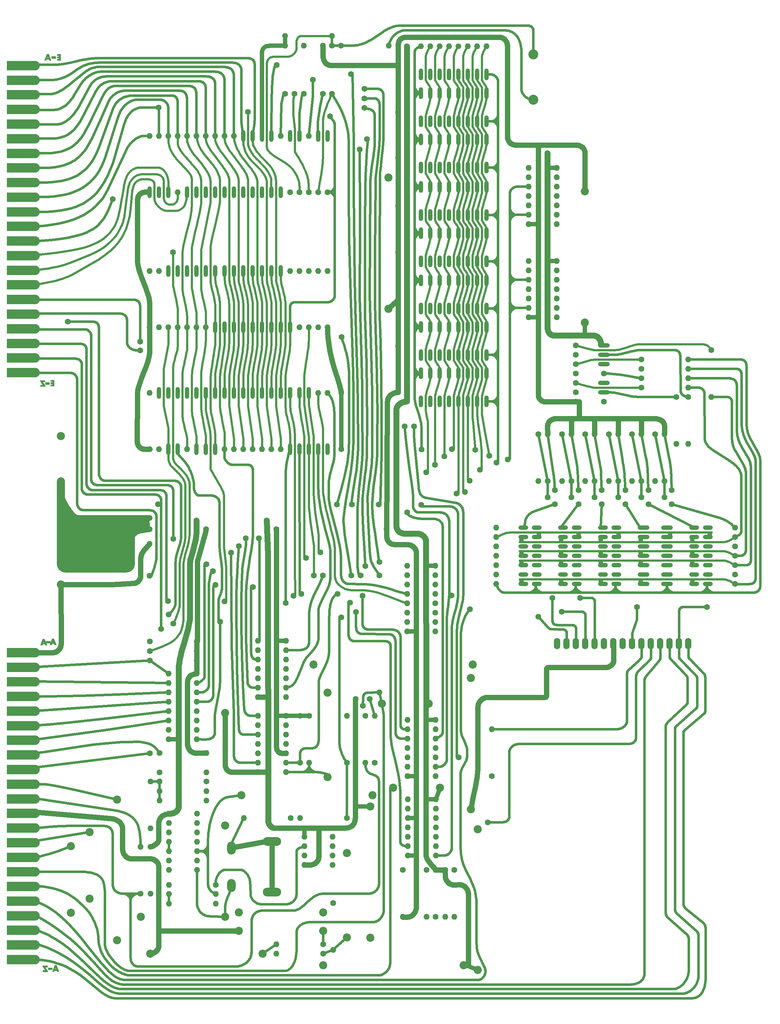
<source format=gbl>
G04 #@! TF.GenerationSoftware,KiCad,Pcbnew,7.0.2*
G04 #@! TF.CreationDate,2023-05-24T19:57:05+02:00*
G04 #@! TF.ProjectId,kim-1,6b696d2d-312e-46b6-9963-61645f706362,rev?*
G04 #@! TF.SameCoordinates,Original*
G04 #@! TF.FileFunction,Copper,L2,Bot*
G04 #@! TF.FilePolarity,Positive*
%FSLAX46Y46*%
G04 Gerber Fmt 4.6, Leading zero omitted, Abs format (unit mm)*
G04 Created by KiCad (PCBNEW 7.0.2) date 2023-05-24 19:57:05*
%MOMM*%
%LPD*%
G01*
G04 APERTURE LIST*
G04 Aperture macros list*
%AMRoundRect*
0 Rectangle with rounded corners*
0 $1 Rounding radius*
0 $2 $3 $4 $5 $6 $7 $8 $9 X,Y pos of 4 corners*
0 Add a 4 corners polygon primitive as box body*
4,1,4,$2,$3,$4,$5,$6,$7,$8,$9,$2,$3,0*
0 Add four circle primitives for the rounded corners*
1,1,$1+$1,$2,$3*
1,1,$1+$1,$4,$5*
1,1,$1+$1,$6,$7*
1,1,$1+$1,$8,$9*
0 Add four rect primitives between the rounded corners*
20,1,$1+$1,$2,$3,$4,$5,0*
20,1,$1+$1,$4,$5,$6,$7,0*
20,1,$1+$1,$6,$7,$8,$9,0*
20,1,$1+$1,$8,$9,$2,$3,0*%
%AMFreePoly0*
4,1,22,-1.300000,4.445000,1.300000,4.445000,1.300000,-3.145000,1.280250,-3.370743,1.221600,-3.589626,1.125833,-3.795000,0.995858,-3.980624,0.835624,-4.140858,0.650000,-4.270833,0.444626,-4.366600,0.225743,-4.425250,0.000000,-4.445000,-0.225743,-4.425250,-0.444626,-4.366600,-0.650000,-4.270833,-0.835624,-4.140858,-0.995858,-3.980624,-1.125833,-3.795000,-1.221600,-3.589626,-1.280250,-3.370743,
-1.300000,-3.145000,-1.300000,4.445000,-1.300000,4.445000,$1*%
G04 Aperture macros list end*
G04 #@! TA.AperFunction,EtchedComponent*
%ADD10C,0.010000*%
G04 #@! TD*
G04 #@! TA.AperFunction,ComponentPad*
%ADD11C,2.200000*%
G04 #@! TD*
G04 #@! TA.AperFunction,ComponentPad*
%ADD12C,1.600000*%
G04 #@! TD*
G04 #@! TA.AperFunction,ComponentPad*
%ADD13O,1.600000X1.600000*%
G04 #@! TD*
G04 #@! TA.AperFunction,ComponentPad*
%ADD14O,1.200000X1.200000*%
G04 #@! TD*
G04 #@! TA.AperFunction,SMDPad,CuDef*
%ADD15RoundRect,0.600000X0.000000X1.000000X0.000000X-1.000000X0.000000X-1.000000X0.000000X1.000000X0*%
G04 #@! TD*
G04 #@! TA.AperFunction,ConnectorPad*
%ADD16FreePoly0,90.000000*%
G04 #@! TD*
G04 #@! TA.AperFunction,ComponentPad*
%ADD17C,2.340000*%
G04 #@! TD*
G04 #@! TA.AperFunction,SMDPad,CuDef*
%ADD18RoundRect,1.170000X0.000000X0.580000X0.000000X0.580000X0.000000X-0.580000X0.000000X-0.580000X0*%
G04 #@! TD*
G04 #@! TA.AperFunction,ComponentPad*
%ADD19RoundRect,1.170000X1.330000X0.000000X-1.330000X0.000000X-1.330000X0.000000X1.330000X0.000000X0*%
G04 #@! TD*
G04 #@! TA.AperFunction,SMDPad,CuDef*
%ADD20C,1.600000*%
G04 #@! TD*
G04 #@! TA.AperFunction,SMDPad,CuDef*
%ADD21RoundRect,0.600000X1.000000X0.000000X-1.000000X0.000000X-1.000000X0.000000X1.000000X0.000000X0*%
G04 #@! TD*
G04 #@! TA.AperFunction,ComponentPad*
%ADD22RoundRect,0.765000X0.085000X-0.735000X0.085000X0.735000X-0.085000X0.735000X-0.085000X-0.735000X0*%
G04 #@! TD*
G04 #@! TA.AperFunction,SMDPad,CuDef*
%ADD23RoundRect,0.600000X-0.750000X0.000000X0.750000X0.000000X0.750000X0.000000X-0.750000X0.000000X0*%
G04 #@! TD*
G04 #@! TA.AperFunction,SMDPad,CuDef*
%ADD24RoundRect,0.600000X-1.000000X0.000000X1.000000X0.000000X1.000000X0.000000X-1.000000X0.000000X0*%
G04 #@! TD*
G04 #@! TA.AperFunction,ComponentPad*
%ADD25C,2.700000*%
G04 #@! TD*
G04 #@! TA.AperFunction,ComponentPad*
%ADD26O,1.600000X1.500000*%
G04 #@! TD*
G04 #@! TA.AperFunction,SMDPad,CuDef*
%ADD27RoundRect,0.600000X0.000000X-1.000000X0.000000X1.000000X0.000000X1.000000X0.000000X-1.000000X0*%
G04 #@! TD*
G04 #@! TA.AperFunction,ComponentPad*
%ADD28O,2.200000X2.200000*%
G04 #@! TD*
G04 #@! TA.AperFunction,ViaPad*
%ADD29C,1.600000*%
G04 #@! TD*
G04 #@! TA.AperFunction,Conductor*
%ADD30C,1.399999*%
G04 #@! TD*
G04 #@! TA.AperFunction,Conductor*
%ADD31C,0.699999*%
G04 #@! TD*
G04 #@! TA.AperFunction,Conductor*
%ADD32C,1.200000*%
G04 #@! TD*
G04 #@! TA.AperFunction,Conductor*
%ADD33C,0.127000*%
G04 #@! TD*
G04 #@! TA.AperFunction,Conductor*
%ADD34C,0.600000*%
G04 #@! TD*
G04 #@! TA.AperFunction,Conductor*
%ADD35C,1.600000*%
G04 #@! TD*
G04 #@! TA.AperFunction,Conductor*
%ADD36C,0.700000*%
G04 #@! TD*
G04 APERTURE END LIST*
G04 #@! TO.C,Ref\u002A\u002A*
D10*
X55469993Y-158852042D02*
X54348160Y-158852042D01*
X54348160Y-158322875D01*
X55469993Y-158322875D01*
X55469993Y-158852042D01*
G04 #@! TA.AperFunction,EtchedComponent*
G36*
X55469993Y-158852042D02*
G01*
X54348160Y-158852042D01*
X54348160Y-158322875D01*
X55469993Y-158322875D01*
X55469993Y-158852042D01*
G37*
G04 #@! TD.AperFunction*
X55723993Y-228913708D02*
X54580993Y-228913708D01*
X54580993Y-228384542D01*
X55723993Y-228384542D01*
X55723993Y-228913708D01*
G04 #@! TA.AperFunction,EtchedComponent*
G36*
X55723993Y-228913708D02*
G01*
X54580993Y-228913708D01*
X54580993Y-228384542D01*
X55723993Y-228384542D01*
X55723993Y-228913708D01*
G37*
G04 #@! TD.AperFunction*
X56210827Y-317411542D02*
X55088993Y-317411542D01*
X55088993Y-316882375D01*
X56210827Y-316882375D01*
X56210827Y-317411542D01*
G04 #@! TA.AperFunction,EtchedComponent*
G36*
X56210827Y-317411542D02*
G01*
X55088993Y-317411542D01*
X55088993Y-316882375D01*
X56210827Y-316882375D01*
X56210827Y-317411542D01*
G37*
G04 #@! TD.AperFunction*
X57142160Y-70544708D02*
X56020327Y-70544708D01*
X56020327Y-69994375D01*
X57142160Y-69994375D01*
X57142160Y-70544708D01*
G04 #@! TA.AperFunction,EtchedComponent*
G36*
X57142160Y-70544708D02*
G01*
X56020327Y-70544708D01*
X56020327Y-69994375D01*
X57142160Y-69994375D01*
X57142160Y-70544708D01*
G37*
G04 #@! TD.AperFunction*
X56761160Y-159338875D02*
X55787493Y-159338875D01*
X55787493Y-158957875D01*
X56295493Y-158957875D01*
X56295493Y-158703875D01*
X55829827Y-158703875D01*
X55829827Y-158322875D01*
X56295493Y-158322875D01*
X56295493Y-158047708D01*
X55787493Y-158047708D01*
X55787493Y-157666708D01*
X56761160Y-157666708D01*
X56761160Y-159338875D01*
G04 #@! TA.AperFunction,EtchedComponent*
G36*
X56761160Y-159338875D02*
G01*
X55787493Y-159338875D01*
X55787493Y-158957875D01*
X56295493Y-158957875D01*
X56295493Y-158703875D01*
X55829827Y-158703875D01*
X55829827Y-158322875D01*
X56295493Y-158322875D01*
X56295493Y-158047708D01*
X55787493Y-158047708D01*
X55787493Y-157666708D01*
X56761160Y-157666708D01*
X56761160Y-159338875D01*
G37*
G04 #@! TD.AperFunction*
X58517993Y-71073875D02*
X57565493Y-71073875D01*
X57565493Y-70692875D01*
X58073493Y-70692875D01*
X58073493Y-70417708D01*
X57586660Y-70417708D01*
X57586660Y-70036708D01*
X58073493Y-70036708D01*
X58073493Y-69782708D01*
X57565493Y-69782708D01*
X57565493Y-69401708D01*
X58517993Y-69401708D01*
X58517993Y-71073875D01*
G04 #@! TA.AperFunction,EtchedComponent*
G36*
X58517993Y-71073875D02*
G01*
X57565493Y-71073875D01*
X57565493Y-70692875D01*
X58073493Y-70692875D01*
X58073493Y-70417708D01*
X57586660Y-70417708D01*
X57586660Y-70036708D01*
X58073493Y-70036708D01*
X58073493Y-69782708D01*
X57565493Y-69782708D01*
X57565493Y-69401708D01*
X58517993Y-69401708D01*
X58517993Y-71073875D01*
G37*
G04 #@! TD.AperFunction*
X54263493Y-158132375D02*
X53956577Y-158132375D01*
X53848062Y-158133113D01*
X53756397Y-158135145D01*
X53689021Y-158138195D01*
X53653378Y-158141986D01*
X53649660Y-158143752D01*
X53660255Y-158163920D01*
X53690322Y-158215907D01*
X53737287Y-158295393D01*
X53798575Y-158398057D01*
X53871609Y-158519581D01*
X53953815Y-158655643D01*
X54011752Y-158751158D01*
X54099166Y-158895346D01*
X54179623Y-159028633D01*
X54250448Y-159146542D01*
X54308966Y-159244596D01*
X54352502Y-159318319D01*
X54378379Y-159363233D01*
X54384433Y-159374781D01*
X54380291Y-159382450D01*
X54358947Y-159388627D01*
X54316771Y-159393455D01*
X54250133Y-159397078D01*
X54155401Y-159399639D01*
X54028945Y-159401279D01*
X53867133Y-159402143D01*
X53683674Y-159402375D01*
X52972327Y-159402375D01*
X52972327Y-159021375D01*
X53647838Y-159021375D01*
X53292391Y-158434000D01*
X53205131Y-158289633D01*
X53124070Y-158155195D01*
X53052040Y-158035409D01*
X52991876Y-157935002D01*
X52946411Y-157858698D01*
X52918479Y-157811223D01*
X52911557Y-157799000D01*
X52886170Y-157751375D01*
X54263493Y-157751375D01*
X54263493Y-158132375D01*
G04 #@! TA.AperFunction,EtchedComponent*
G36*
X54263493Y-158132375D02*
G01*
X53956577Y-158132375D01*
X53848062Y-158133113D01*
X53756397Y-158135145D01*
X53689021Y-158138195D01*
X53653378Y-158141986D01*
X53649660Y-158143752D01*
X53660255Y-158163920D01*
X53690322Y-158215907D01*
X53737287Y-158295393D01*
X53798575Y-158398057D01*
X53871609Y-158519581D01*
X53953815Y-158655643D01*
X54011752Y-158751158D01*
X54099166Y-158895346D01*
X54179623Y-159028633D01*
X54250448Y-159146542D01*
X54308966Y-159244596D01*
X54352502Y-159318319D01*
X54378379Y-159363233D01*
X54384433Y-159374781D01*
X54380291Y-159382450D01*
X54358947Y-159388627D01*
X54316771Y-159393455D01*
X54250133Y-159397078D01*
X54155401Y-159399639D01*
X54028945Y-159401279D01*
X53867133Y-159402143D01*
X53683674Y-159402375D01*
X52972327Y-159402375D01*
X52972327Y-159021375D01*
X53647838Y-159021375D01*
X53292391Y-158434000D01*
X53205131Y-158289633D01*
X53124070Y-158155195D01*
X53052040Y-158035409D01*
X52991876Y-157935002D01*
X52946411Y-157858698D01*
X52918479Y-157811223D01*
X52911557Y-157799000D01*
X52886170Y-157751375D01*
X54263493Y-157751375D01*
X54263493Y-158132375D01*
G37*
G04 #@! TD.AperFunction*
X54940827Y-316691875D02*
X54633910Y-316691875D01*
X54525395Y-316692525D01*
X54433729Y-316694314D01*
X54366354Y-316697000D01*
X54330711Y-316700338D01*
X54326993Y-316701893D01*
X54337565Y-316721738D01*
X54367570Y-316773446D01*
X54414442Y-316852711D01*
X54475615Y-316955227D01*
X54548522Y-317076687D01*
X54630598Y-317212788D01*
X54689229Y-317309674D01*
X54776573Y-317454102D01*
X54856970Y-317587604D01*
X54927752Y-317705709D01*
X54986256Y-317803947D01*
X55029814Y-317877847D01*
X55055761Y-317922938D01*
X55061911Y-317934656D01*
X55057352Y-317942242D01*
X55034870Y-317948356D01*
X54990892Y-317953135D01*
X54921845Y-317956718D01*
X54824158Y-317959244D01*
X54694255Y-317960852D01*
X54528566Y-317961680D01*
X54361008Y-317961875D01*
X53649660Y-317961875D01*
X53649660Y-317580875D01*
X54325453Y-317580875D01*
X53945223Y-316952260D01*
X53856231Y-316804662D01*
X53774636Y-316668422D01*
X53702943Y-316547795D01*
X53643658Y-316447034D01*
X53599288Y-316370396D01*
X53572337Y-316322135D01*
X53564993Y-316306677D01*
X53585331Y-316302586D01*
X53643031Y-316298851D01*
X53733122Y-316295592D01*
X53850634Y-316292934D01*
X53990595Y-316290997D01*
X54148036Y-316289906D01*
X54252910Y-316289708D01*
X54940827Y-316289708D01*
X54940827Y-316691875D01*
G04 #@! TA.AperFunction,EtchedComponent*
G36*
X54940827Y-316691875D02*
G01*
X54633910Y-316691875D01*
X54525395Y-316692525D01*
X54433729Y-316694314D01*
X54366354Y-316697000D01*
X54330711Y-316700338D01*
X54326993Y-316701893D01*
X54337565Y-316721738D01*
X54367570Y-316773446D01*
X54414442Y-316852711D01*
X54475615Y-316955227D01*
X54548522Y-317076687D01*
X54630598Y-317212788D01*
X54689229Y-317309674D01*
X54776573Y-317454102D01*
X54856970Y-317587604D01*
X54927752Y-317705709D01*
X54986256Y-317803947D01*
X55029814Y-317877847D01*
X55055761Y-317922938D01*
X55061911Y-317934656D01*
X55057352Y-317942242D01*
X55034870Y-317948356D01*
X54990892Y-317953135D01*
X54921845Y-317956718D01*
X54824158Y-317959244D01*
X54694255Y-317960852D01*
X54528566Y-317961680D01*
X54361008Y-317961875D01*
X53649660Y-317961875D01*
X53649660Y-317580875D01*
X54325453Y-317580875D01*
X53945223Y-316952260D01*
X53856231Y-316804662D01*
X53774636Y-316668422D01*
X53702943Y-316547795D01*
X53643658Y-316447034D01*
X53599288Y-316370396D01*
X53572337Y-316322135D01*
X53564993Y-316306677D01*
X53585331Y-316302586D01*
X53643031Y-316298851D01*
X53733122Y-316295592D01*
X53850634Y-316292934D01*
X53990595Y-316290997D01*
X54148036Y-316289906D01*
X54252910Y-316289708D01*
X54940827Y-316289708D01*
X54940827Y-316691875D01*
G37*
G04 #@! TD.AperFunction*
X55002158Y-69380934D02*
X55247743Y-69381327D01*
X55560571Y-70201143D01*
X55627741Y-70377598D01*
X55689939Y-70541812D01*
X55745590Y-70689566D01*
X55793119Y-70816641D01*
X55830950Y-70918816D01*
X55857509Y-70991872D01*
X55871221Y-71031589D01*
X55872779Y-71037526D01*
X55852786Y-71043648D01*
X55799012Y-71047650D01*
X55719975Y-71049150D01*
X55636779Y-71048110D01*
X55401398Y-71042125D01*
X55295854Y-70756375D01*
X54717338Y-70756375D01*
X54664603Y-70899250D01*
X54611869Y-71042125D01*
X54374181Y-71048110D01*
X54279601Y-71049224D01*
X54202867Y-71047715D01*
X54152427Y-71043913D01*
X54136493Y-71038834D01*
X54143734Y-71016373D01*
X54164414Y-70958541D01*
X54196972Y-70869555D01*
X54239846Y-70753630D01*
X54291473Y-70614981D01*
X54350293Y-70457824D01*
X54365373Y-70417708D01*
X54838725Y-70417708D01*
X55169928Y-70417708D01*
X55093006Y-70184875D01*
X55061825Y-70093375D01*
X55034595Y-70018782D01*
X55014341Y-69969041D01*
X55004327Y-69952042D01*
X54993482Y-69970882D01*
X54972791Y-70022107D01*
X54945282Y-70097772D01*
X54915647Y-70184875D01*
X54838725Y-70417708D01*
X54365373Y-70417708D01*
X54414742Y-70286376D01*
X54446533Y-70202058D01*
X54756573Y-69380542D01*
X55002158Y-69380934D01*
G04 #@! TA.AperFunction,EtchedComponent*
G36*
X55002158Y-69380934D02*
G01*
X55247743Y-69381327D01*
X55560571Y-70201143D01*
X55627741Y-70377598D01*
X55689939Y-70541812D01*
X55745590Y-70689566D01*
X55793119Y-70816641D01*
X55830950Y-70918816D01*
X55857509Y-70991872D01*
X55871221Y-71031589D01*
X55872779Y-71037526D01*
X55852786Y-71043648D01*
X55799012Y-71047650D01*
X55719975Y-71049150D01*
X55636779Y-71048110D01*
X55401398Y-71042125D01*
X55295854Y-70756375D01*
X54717338Y-70756375D01*
X54664603Y-70899250D01*
X54611869Y-71042125D01*
X54374181Y-71048110D01*
X54279601Y-71049224D01*
X54202867Y-71047715D01*
X54152427Y-71043913D01*
X54136493Y-71038834D01*
X54143734Y-71016373D01*
X54164414Y-70958541D01*
X54196972Y-70869555D01*
X54239846Y-70753630D01*
X54291473Y-70614981D01*
X54350293Y-70457824D01*
X54365373Y-70417708D01*
X54838725Y-70417708D01*
X55169928Y-70417708D01*
X55093006Y-70184875D01*
X55061825Y-70093375D01*
X55034595Y-70018782D01*
X55014341Y-69969041D01*
X55004327Y-69952042D01*
X54993482Y-69970882D01*
X54972791Y-70022107D01*
X54945282Y-70097772D01*
X54915647Y-70184875D01*
X54838725Y-70417708D01*
X54365373Y-70417708D01*
X54414742Y-70286376D01*
X54446533Y-70202058D01*
X54756573Y-69380542D01*
X55002158Y-69380934D01*
G37*
G04 #@! TD.AperFunction*
X57669640Y-316961117D02*
X57735408Y-317132462D01*
X57797886Y-317295155D01*
X57855091Y-317444036D01*
X57905038Y-317573944D01*
X57945744Y-317679720D01*
X57975225Y-317756203D01*
X57991340Y-317797833D01*
X58030542Y-317898375D01*
X57548030Y-317898375D01*
X57497542Y-317766083D01*
X57447055Y-317633792D01*
X57151732Y-317627953D01*
X56856410Y-317622115D01*
X56757346Y-317898375D01*
X56275768Y-317898375D01*
X56318095Y-317787250D01*
X56335339Y-317741672D01*
X56365426Y-317661811D01*
X56406344Y-317553023D01*
X56456080Y-317420665D01*
X56512620Y-317270095D01*
X56521080Y-317247552D01*
X56993993Y-317247552D01*
X57013420Y-317255155D01*
X57064765Y-317260761D01*
X57137623Y-317263318D01*
X57150877Y-317263375D01*
X57307761Y-317263375D01*
X57230956Y-317030896D01*
X57199813Y-316941251D01*
X57172250Y-316870392D01*
X57151311Y-316825597D01*
X57140206Y-316813937D01*
X57128577Y-316838940D01*
X57107920Y-316893657D01*
X57081839Y-316967399D01*
X57053940Y-317049476D01*
X57027827Y-317129199D01*
X57007104Y-317195878D01*
X56995376Y-317238823D01*
X56993993Y-317247552D01*
X56521080Y-317247552D01*
X56573951Y-317106670D01*
X56630294Y-316956458D01*
X56900166Y-316236792D01*
X57143655Y-316230867D01*
X57387144Y-316224943D01*
X57669640Y-316961117D01*
G04 #@! TA.AperFunction,EtchedComponent*
G36*
X57669640Y-316961117D02*
G01*
X57735408Y-317132462D01*
X57797886Y-317295155D01*
X57855091Y-317444036D01*
X57905038Y-317573944D01*
X57945744Y-317679720D01*
X57975225Y-317756203D01*
X57991340Y-317797833D01*
X58030542Y-317898375D01*
X57548030Y-317898375D01*
X57497542Y-317766083D01*
X57447055Y-317633792D01*
X57151732Y-317627953D01*
X56856410Y-317622115D01*
X56757346Y-317898375D01*
X56275768Y-317898375D01*
X56318095Y-317787250D01*
X56335339Y-317741672D01*
X56365426Y-317661811D01*
X56406344Y-317553023D01*
X56456080Y-317420665D01*
X56512620Y-317270095D01*
X56521080Y-317247552D01*
X56993993Y-317247552D01*
X57013420Y-317255155D01*
X57064765Y-317260761D01*
X57137623Y-317263318D01*
X57150877Y-317263375D01*
X57307761Y-317263375D01*
X57230956Y-317030896D01*
X57199813Y-316941251D01*
X57172250Y-316870392D01*
X57151311Y-316825597D01*
X57140206Y-316813937D01*
X57128577Y-316838940D01*
X57107920Y-316893657D01*
X57081839Y-316967399D01*
X57053940Y-317049476D01*
X57027827Y-317129199D01*
X57007104Y-317195878D01*
X56995376Y-317238823D01*
X56993993Y-317247552D01*
X56521080Y-317247552D01*
X56573951Y-317106670D01*
X56630294Y-316956458D01*
X56900166Y-316236792D01*
X57143655Y-316230867D01*
X57387144Y-316224943D01*
X57669640Y-316961117D01*
G37*
G04 #@! TD.AperFunction*
X53899980Y-227796533D02*
X54141458Y-227802458D01*
X54442921Y-228586050D01*
X54509740Y-228759938D01*
X54572181Y-228922830D01*
X54628513Y-229070178D01*
X54677004Y-229197437D01*
X54715922Y-229300061D01*
X54743537Y-229373501D01*
X54758117Y-229413213D01*
X54759590Y-229417551D01*
X54774796Y-229465459D01*
X54535861Y-229459459D01*
X54296926Y-229453458D01*
X54245122Y-229321167D01*
X54193318Y-229188875D01*
X53611141Y-229188875D01*
X53561798Y-229326458D01*
X53512455Y-229464042D01*
X53271876Y-229464042D01*
X53163245Y-229462905D01*
X53091788Y-229459105D01*
X53052396Y-229452059D01*
X53039963Y-229441181D01*
X53040540Y-229437583D01*
X53049776Y-229412594D01*
X53072282Y-229352309D01*
X53106434Y-229261058D01*
X53150610Y-229143171D01*
X53203186Y-229002980D01*
X53262540Y-228844815D01*
X53268462Y-228829042D01*
X53738059Y-228829042D01*
X53894943Y-228829042D01*
X53970329Y-228827082D01*
X54025906Y-228821904D01*
X54051268Y-228814556D01*
X54051827Y-228813219D01*
X54045317Y-228784429D01*
X54028192Y-228727099D01*
X54004057Y-228651918D01*
X53976515Y-228569577D01*
X53949171Y-228490764D01*
X53925629Y-228426171D01*
X53909495Y-228386485D01*
X53905614Y-228379604D01*
X53894014Y-228392145D01*
X53872836Y-228437814D01*
X53845123Y-228509332D01*
X53814863Y-228596562D01*
X53738059Y-228829042D01*
X53268462Y-228829042D01*
X53327047Y-228673006D01*
X53354143Y-228600866D01*
X53658503Y-227790608D01*
X53899980Y-227796533D01*
G04 #@! TA.AperFunction,EtchedComponent*
G36*
X53899980Y-227796533D02*
G01*
X54141458Y-227802458D01*
X54442921Y-228586050D01*
X54509740Y-228759938D01*
X54572181Y-228922830D01*
X54628513Y-229070178D01*
X54677004Y-229197437D01*
X54715922Y-229300061D01*
X54743537Y-229373501D01*
X54758117Y-229413213D01*
X54759590Y-229417551D01*
X54774796Y-229465459D01*
X54535861Y-229459459D01*
X54296926Y-229453458D01*
X54245122Y-229321167D01*
X54193318Y-229188875D01*
X53611141Y-229188875D01*
X53561798Y-229326458D01*
X53512455Y-229464042D01*
X53271876Y-229464042D01*
X53163245Y-229462905D01*
X53091788Y-229459105D01*
X53052396Y-229452059D01*
X53039963Y-229441181D01*
X53040540Y-229437583D01*
X53049776Y-229412594D01*
X53072282Y-229352309D01*
X53106434Y-229261058D01*
X53150610Y-229143171D01*
X53203186Y-229002980D01*
X53262540Y-228844815D01*
X53268462Y-228829042D01*
X53738059Y-228829042D01*
X53894943Y-228829042D01*
X53970329Y-228827082D01*
X54025906Y-228821904D01*
X54051268Y-228814556D01*
X54051827Y-228813219D01*
X54045317Y-228784429D01*
X54028192Y-228727099D01*
X54004057Y-228651918D01*
X53976515Y-228569577D01*
X53949171Y-228490764D01*
X53925629Y-228426171D01*
X53909495Y-228386485D01*
X53905614Y-228379604D01*
X53894014Y-228392145D01*
X53872836Y-228437814D01*
X53845123Y-228509332D01*
X53814863Y-228596562D01*
X53738059Y-228829042D01*
X53268462Y-228829042D01*
X53327047Y-228673006D01*
X53354143Y-228600866D01*
X53658503Y-227790608D01*
X53899980Y-227796533D01*
G37*
G04 #@! TD.AperFunction*
X56439554Y-227733023D02*
X56682875Y-227738958D01*
X56996481Y-228553875D01*
X57064013Y-228729707D01*
X57126590Y-228893304D01*
X57182613Y-229040439D01*
X57230485Y-229166885D01*
X57268608Y-229268415D01*
X57295384Y-229340803D01*
X57309215Y-229379822D01*
X57310790Y-229385360D01*
X57291345Y-229391465D01*
X57238032Y-229395465D01*
X57159284Y-229396982D01*
X57074850Y-229395943D01*
X56838207Y-229389958D01*
X56782316Y-229252375D01*
X56726424Y-229114792D01*
X56441757Y-229108934D01*
X56157089Y-229103077D01*
X56104146Y-229246518D01*
X56051202Y-229389958D01*
X55813514Y-229395943D01*
X55718935Y-229397015D01*
X55642202Y-229395393D01*
X55591762Y-229391423D01*
X55575827Y-229386163D01*
X55583070Y-229363593D01*
X55603759Y-229305657D01*
X55636332Y-229216573D01*
X55679225Y-229100562D01*
X55730875Y-228961840D01*
X55789721Y-228804625D01*
X55804416Y-228765542D01*
X56278059Y-228765542D01*
X56434943Y-228765542D01*
X56510329Y-228763582D01*
X56565906Y-228758404D01*
X56591268Y-228751056D01*
X56591827Y-228749719D01*
X56585317Y-228720929D01*
X56568192Y-228663599D01*
X56544057Y-228588418D01*
X56516515Y-228506077D01*
X56489171Y-228427264D01*
X56465629Y-228362671D01*
X56449495Y-228322985D01*
X56445614Y-228316104D01*
X56434014Y-228328645D01*
X56412836Y-228374314D01*
X56385123Y-228445832D01*
X56354863Y-228533062D01*
X56278059Y-228765542D01*
X55804416Y-228765542D01*
X55854200Y-228633138D01*
X55886030Y-228548743D01*
X56196234Y-227727088D01*
X56439554Y-227733023D01*
G04 #@! TA.AperFunction,EtchedComponent*
G36*
X56439554Y-227733023D02*
G01*
X56682875Y-227738958D01*
X56996481Y-228553875D01*
X57064013Y-228729707D01*
X57126590Y-228893304D01*
X57182613Y-229040439D01*
X57230485Y-229166885D01*
X57268608Y-229268415D01*
X57295384Y-229340803D01*
X57309215Y-229379822D01*
X57310790Y-229385360D01*
X57291345Y-229391465D01*
X57238032Y-229395465D01*
X57159284Y-229396982D01*
X57074850Y-229395943D01*
X56838207Y-229389958D01*
X56782316Y-229252375D01*
X56726424Y-229114792D01*
X56441757Y-229108934D01*
X56157089Y-229103077D01*
X56104146Y-229246518D01*
X56051202Y-229389958D01*
X55813514Y-229395943D01*
X55718935Y-229397015D01*
X55642202Y-229395393D01*
X55591762Y-229391423D01*
X55575827Y-229386163D01*
X55583070Y-229363593D01*
X55603759Y-229305657D01*
X55636332Y-229216573D01*
X55679225Y-229100562D01*
X55730875Y-228961840D01*
X55789721Y-228804625D01*
X55804416Y-228765542D01*
X56278059Y-228765542D01*
X56434943Y-228765542D01*
X56510329Y-228763582D01*
X56565906Y-228758404D01*
X56591268Y-228751056D01*
X56591827Y-228749719D01*
X56585317Y-228720929D01*
X56568192Y-228663599D01*
X56544057Y-228588418D01*
X56516515Y-228506077D01*
X56489171Y-228427264D01*
X56465629Y-228362671D01*
X56449495Y-228322985D01*
X56445614Y-228316104D01*
X56434014Y-228328645D01*
X56412836Y-228374314D01*
X56385123Y-228445832D01*
X56354863Y-228533062D01*
X56278059Y-228765542D01*
X55804416Y-228765542D01*
X55854200Y-228633138D01*
X55886030Y-228548743D01*
X56196234Y-227727088D01*
X56439554Y-227733023D01*
G37*
G04 #@! TD.AperFunction*
G04 #@! TD*
D11*
G04 #@! TO.P,C14,1*
G04 #@! TO.N,Net-(U27-R)*
X103118825Y-303113954D03*
G04 #@! TO.P,C14,2*
G04 #@! TO.N,Net-(U27-DEM_OUT)*
X80258825Y-303113954D03*
G04 #@! TD*
D12*
G04 #@! TO.P,R27,1*
G04 #@! TO.N,Net-(R27-Pad1)*
X215958825Y-159725954D03*
D13*
G04 #@! TO.P,R27,2*
G04 #@! TO.N,/B*
X228658825Y-159725954D03*
G04 #@! TD*
D11*
G04 #@! TO.P,C6,1*
G04 #@! TO.N,Net-(C6-Pad1)*
X73858825Y-309403954D03*
G04 #@! TO.P,C6,2*
G04 #@! TO.N,/AUDIN*
X73858825Y-271303954D03*
G04 #@! TD*
D14*
G04 #@! TO.P,U11,1,A6*
G04 #@! TO.N,/A6*
X174008825Y-79933954D03*
D15*
X174008825Y-79933954D03*
D14*
G04 #@! TO.P,U11,2,A5*
G04 #@! TO.N,/A5*
X171468825Y-79933954D03*
D15*
X171468825Y-79933954D03*
D14*
G04 #@! TO.P,U11,3,R/~{W}*
G04 #@! TO.N,/RAMRW*
X168928825Y-79933954D03*
D15*
X168928825Y-79933954D03*
D14*
G04 #@! TO.P,U11,4,A1*
G04 #@! TO.N,/A1*
X166388825Y-79933954D03*
D15*
X166388825Y-79933954D03*
D14*
G04 #@! TO.P,U11,5,A2*
G04 #@! TO.N,/A2*
X163848825Y-79933954D03*
D15*
X163848825Y-79933954D03*
D14*
G04 #@! TO.P,U11,6,A3*
G04 #@! TO.N,/A3*
X161308825Y-79933954D03*
D15*
X161308825Y-79933954D03*
D14*
G04 #@! TO.P,U11,7,A4*
G04 #@! TO.N,/A4*
X158768825Y-79933954D03*
D15*
X158768825Y-79933954D03*
D14*
G04 #@! TO.P,U11,8,A0*
G04 #@! TO.N,/A0*
X156228825Y-79933954D03*
D15*
X156228825Y-79933954D03*
D14*
G04 #@! TO.P,U11,9,GND*
G04 #@! TO.N,GND*
X156228825Y-87553954D03*
D15*
X156228825Y-87553954D03*
D14*
G04 #@! TO.P,U11,10,VCC*
G04 #@! TO.N,VCC*
X158768825Y-87553954D03*
D15*
X158768825Y-87553954D03*
D14*
G04 #@! TO.P,U11,11,DI*
G04 #@! TO.N,/D1*
X161308825Y-87553954D03*
D15*
X161308825Y-87553954D03*
D14*
G04 #@! TO.P,U11,12,DO*
G04 #@! TO.N,Net-(U11-DO)*
X163848825Y-87553954D03*
D15*
X163848825Y-87553954D03*
D14*
G04 #@! TO.P,U11,13,~{CS}*
G04 #@! TO.N,/K0*
X166388825Y-87553954D03*
D15*
X166388825Y-87553954D03*
D14*
G04 #@! TO.P,U11,14,A9*
G04 #@! TO.N,/A9*
X168928825Y-87553954D03*
D15*
X168928825Y-87553954D03*
D14*
G04 #@! TO.P,U11,15,A8*
G04 #@! TO.N,/A8*
X171468825Y-87553954D03*
D15*
X171468825Y-87553954D03*
D14*
G04 #@! TO.P,U11,16,A7*
G04 #@! TO.N,/A7*
X174008825Y-87553954D03*
D15*
X174008825Y-87553954D03*
G04 #@! TD*
D12*
G04 #@! TO.P,R33,1*
G04 #@! TO.N,GND*
X82848825Y-284103954D03*
D13*
G04 #@! TO.P,R33,2*
G04 #@! TO.N,/AUD_L*
X82848825Y-296803954D03*
G04 #@! TD*
D12*
G04 #@! TO.P,Q1,1,C*
G04 #@! TO.N,Net-(Q1-C)*
X192498825Y-191338954D03*
G04 #@! TO.P,Q1,2,B*
G04 #@! TO.N,Net-(Q1-B)*
X190593825Y-189433954D03*
G04 #@! TO.P,Q1,3,E*
G04 #@! TO.N,VCC*
X192498825Y-187528954D03*
G04 #@! TD*
D14*
G04 #@! TO.P,U8,1,A6*
G04 #@! TO.N,/A6*
X174008825Y-117933954D03*
D15*
X174008825Y-117933954D03*
D14*
G04 #@! TO.P,U8,2,A5*
G04 #@! TO.N,/A5*
X171468825Y-117933954D03*
D15*
X171468825Y-117933954D03*
D14*
G04 #@! TO.P,U8,3,R/~{W}*
G04 #@! TO.N,/RAMRW*
X168928825Y-117933954D03*
D15*
X168928825Y-117933954D03*
D14*
G04 #@! TO.P,U8,4,A1*
G04 #@! TO.N,/A1*
X166388825Y-117933954D03*
D15*
X166388825Y-117933954D03*
D14*
G04 #@! TO.P,U8,5,A2*
G04 #@! TO.N,/A2*
X163848825Y-117933954D03*
D15*
X163848825Y-117933954D03*
D14*
G04 #@! TO.P,U8,6,A3*
G04 #@! TO.N,/A3*
X161308825Y-117933954D03*
D15*
X161308825Y-117933954D03*
D14*
G04 #@! TO.P,U8,7,A4*
G04 #@! TO.N,/A4*
X158768825Y-117933954D03*
D15*
X158768825Y-117933954D03*
D14*
G04 #@! TO.P,U8,8,A0*
G04 #@! TO.N,/A0*
X156228825Y-117933954D03*
D15*
X156228825Y-117933954D03*
D14*
G04 #@! TO.P,U8,9,GND*
G04 #@! TO.N,GND*
X156228825Y-125553954D03*
D15*
X156228825Y-125553954D03*
D14*
G04 #@! TO.P,U8,10,VCC*
G04 #@! TO.N,VCC*
X158768825Y-125553954D03*
D15*
X158768825Y-125553954D03*
D14*
G04 #@! TO.P,U8,11,DI*
G04 #@! TO.N,/D4*
X161308825Y-125553954D03*
D15*
X161308825Y-125553954D03*
D14*
G04 #@! TO.P,U8,12,DO*
G04 #@! TO.N,Net-(U8-DO)*
X163848825Y-125553954D03*
D15*
X163848825Y-125553954D03*
D14*
G04 #@! TO.P,U8,13,~{CS}*
G04 #@! TO.N,/K0*
X166388825Y-125553954D03*
D15*
X166388825Y-125553954D03*
D14*
G04 #@! TO.P,U8,14,A9*
G04 #@! TO.N,/A9*
X168928825Y-125553954D03*
D15*
X168928825Y-125553954D03*
D14*
G04 #@! TO.P,U8,15,A8*
G04 #@! TO.N,/A8*
X171468825Y-125553954D03*
D15*
X171468825Y-125553954D03*
D14*
G04 #@! TO.P,U8,16,A7*
G04 #@! TO.N,/A7*
X174008825Y-125553954D03*
D15*
X174008825Y-125553954D03*
G04 #@! TD*
D11*
G04 #@! TO.P,C5,1*
G04 #@! TO.N,/KBD*
X127108825Y-234783954D03*
G04 #@! TO.P,C5,2*
G04 #@! TO.N,GND*
X170288825Y-234783954D03*
G04 #@! TD*
D12*
G04 #@! TO.P,R2,1*
G04 #@! TO.N,/~{RDY}*
X129628825Y-80143954D03*
D13*
G04 #@! TO.P,R2,2*
G04 #@! TO.N,VCC*
X129628825Y-67143954D03*
G04 #@! TD*
D12*
G04 #@! TO.P,R41,1*
G04 #@! TO.N,Net-(Q1-B)*
X188008825Y-172343954D03*
D13*
G04 #@! TO.P,R41,2*
G04 #@! TO.N,Net-(U24-~{Q4})*
X188008825Y-185043954D03*
G04 #@! TD*
D16*
G04 #@! TO.P,P1,A,A0*
G04 #@! TO.N,/A0*
X48418825Y-72513954D03*
G04 #@! TO.P,P1,B,A1*
G04 #@! TO.N,/A1*
X48418825Y-76473954D03*
G04 #@! TO.P,P1,C,A2*
G04 #@! TO.N,/A2*
X48418825Y-80433954D03*
G04 #@! TO.P,P1,D,A3*
G04 #@! TO.N,/A3*
X48418825Y-84393954D03*
G04 #@! TO.P,P1,E,A4*
G04 #@! TO.N,/A4*
X48418825Y-88353954D03*
G04 #@! TO.P,P1,F,A5*
G04 #@! TO.N,/A5*
X48418825Y-92313954D03*
G04 #@! TO.P,P1,H,A6*
G04 #@! TO.N,/A6*
X48418825Y-96273954D03*
G04 #@! TO.P,P1,J,A7*
G04 #@! TO.N,/A7*
X48418825Y-100233954D03*
G04 #@! TO.P,P1,K,A8*
G04 #@! TO.N,/A8*
X48418825Y-104193954D03*
G04 #@! TO.P,P1,L,A9*
G04 #@! TO.N,/A9*
X48418825Y-108153954D03*
G04 #@! TO.P,P1,M,A10*
G04 #@! TO.N,/A10*
X48418825Y-112113954D03*
G04 #@! TO.P,P1,N,A11*
G04 #@! TO.N,/A11*
X48418825Y-116073954D03*
G04 #@! TO.P,P1,P,A12*
G04 #@! TO.N,/A12*
X48418825Y-120033954D03*
G04 #@! TO.P,P1,R,A13*
G04 #@! TO.N,/A13*
X48418825Y-123993954D03*
G04 #@! TO.P,P1,S,A14*
G04 #@! TO.N,/A14*
X48418825Y-127953954D03*
G04 #@! TO.P,P1,T,A15*
G04 #@! TO.N,/A15*
X48418825Y-131913954D03*
G04 #@! TO.P,P1,U,\u00D82*
G04 #@! TO.N,/\u00D82*
X48418825Y-135873954D03*
G04 #@! TO.P,P1,V,R/~{W}*
G04 #@! TO.N,/R{slash}~{W}*
X48418825Y-139833954D03*
G04 #@! TO.P,P1,W,~{R}/W*
G04 #@! TO.N,/~{R}{slash}W*
X48418825Y-143793954D03*
G04 #@! TO.P,P1,X,PLL*
G04 #@! TO.N,Net-(P1-PLL)*
X48418825Y-147753954D03*
G04 #@! TO.P,P1,Y,~{\u00D82}*
G04 #@! TO.N,/~{\u00D82}*
X48418825Y-151713954D03*
G04 #@! TO.P,P1,Z,RAMRW*
G04 #@! TO.N,/RAMRW*
X48418825Y-155673954D03*
G04 #@! TD*
D17*
G04 #@! TO.P,VR1,1,1*
G04 #@! TO.N,Net-(R50-Pad2)*
X104838825Y-285008954D03*
D18*
X104838825Y-284433954D03*
D19*
G04 #@! TO.P,VR1,2,2*
X115838825Y-296383954D03*
X115838825Y-282633954D03*
D18*
G04 #@! TO.P,VR1,3,3*
G04 #@! TO.N,Net-(U27-R)*
X104838825Y-294583954D03*
D17*
X104838825Y-294008954D03*
G04 #@! TD*
D13*
G04 #@! TO.P,U26,1*
G04 #@! TO.N,VCC*
X160188825Y-264983954D03*
G04 #@! TO.P,U26,2*
G04 #@! TO.N,/COLD*
X160188825Y-262443954D03*
G04 #@! TO.P,U26,3*
G04 #@! TO.N,Net-(R29-Pad1)*
X160188825Y-259903954D03*
G04 #@! TO.P,U26,4*
G04 #@! TO.N,/K7*
X160188825Y-257363954D03*
G04 #@! TO.P,U26,5*
G04 #@! TO.N,/SYNC*
X160188825Y-254823954D03*
G04 #@! TO.P,U26,6*
G04 #@! TO.N,SST*
X160188825Y-252283954D03*
G04 #@! TO.P,U26,7,GND*
G04 #@! TO.N,GND*
X160188825Y-249743954D03*
G04 #@! TO.P,U26,8*
G04 #@! TO.N,/PTR*
X152568825Y-249743954D03*
G04 #@! TO.P,U26,9*
G04 #@! TO.N,Net-(U2-PB0)*
X152568825Y-252283954D03*
G04 #@! TO.P,U26,10*
G04 #@! TO.N,Net-(U2-PA7)*
X152568825Y-254823954D03*
G04 #@! TO.P,U26,11*
G04 #@! TO.N,Net-(U2-PB7)*
X152568825Y-257363954D03*
G04 #@! TO.P,U26,12*
G04 #@! TO.N,Net-(U15-Pad13)*
X152568825Y-259903954D03*
G04 #@! TO.P,U26,13*
G04 #@! TO.N,Net-(P1-PLL)*
X152568825Y-262443954D03*
G04 #@! TO.P,U26,14,VCC*
G04 #@! TO.N,VCC*
X152568825Y-264983954D03*
G04 #@! TD*
D12*
G04 #@! TO.P,R6,1*
G04 #@! TO.N,Net-(C4-Pad2)*
X141148825Y-248628954D03*
D13*
G04 #@! TO.P,R6,2*
G04 #@! TO.N,/AUD_H*
X141148825Y-261328954D03*
G04 #@! TD*
D12*
G04 #@! TO.P,R36,1*
G04 #@! TO.N,/K7*
X85338825Y-258743954D03*
D13*
G04 #@! TO.P,R36,2*
G04 #@! TO.N,VCC*
X98038825Y-258743954D03*
G04 #@! TD*
D11*
G04 #@! TO.P,R49,1*
G04 #@! TO.N,VCC*
X66418825Y-298123954D03*
G04 #@! TO.P,R49,2*
G04 #@! TO.N,/KBD_R*
X66418825Y-280123954D03*
G04 #@! TD*
D14*
G04 #@! TO.P,U10,1,A6*
G04 #@! TO.N,/A6*
X174008825Y-92543954D03*
D15*
X174008825Y-92543954D03*
D14*
G04 #@! TO.P,U10,2,A5*
G04 #@! TO.N,/A5*
X171468825Y-92543954D03*
D15*
X171468825Y-92543954D03*
D14*
G04 #@! TO.P,U10,3,R/~{W}*
G04 #@! TO.N,/RAMRW*
X168928825Y-92543954D03*
D15*
X168928825Y-92543954D03*
D14*
G04 #@! TO.P,U10,4,A1*
G04 #@! TO.N,/A1*
X166388825Y-92543954D03*
D15*
X166388825Y-92543954D03*
D14*
G04 #@! TO.P,U10,5,A2*
G04 #@! TO.N,/A2*
X163848825Y-92543954D03*
D15*
X163848825Y-92543954D03*
D14*
G04 #@! TO.P,U10,6,A3*
G04 #@! TO.N,/A3*
X161308825Y-92543954D03*
D15*
X161308825Y-92543954D03*
D14*
G04 #@! TO.P,U10,7,A4*
G04 #@! TO.N,/A4*
X158768825Y-92543954D03*
D15*
X158768825Y-92543954D03*
D14*
G04 #@! TO.P,U10,8,A0*
G04 #@! TO.N,/A0*
X156228825Y-92543954D03*
D15*
X156228825Y-92543954D03*
D14*
G04 #@! TO.P,U10,9,GND*
G04 #@! TO.N,GND*
X156228825Y-100163954D03*
D15*
X156228825Y-100163954D03*
D14*
G04 #@! TO.P,U10,10,VCC*
G04 #@! TO.N,VCC*
X158768825Y-100163954D03*
D15*
X158768825Y-100163954D03*
D14*
G04 #@! TO.P,U10,11,DI*
G04 #@! TO.N,/D2*
X161308825Y-100163954D03*
D15*
X161308825Y-100163954D03*
D14*
G04 #@! TO.P,U10,12,DO*
G04 #@! TO.N,Net-(U10-DO)*
X163848825Y-100163954D03*
D15*
X163848825Y-100163954D03*
D14*
G04 #@! TO.P,U10,13,~{CS}*
G04 #@! TO.N,/K0*
X166388825Y-100163954D03*
D15*
X166388825Y-100163954D03*
D14*
G04 #@! TO.P,U10,14,A9*
G04 #@! TO.N,/A9*
X168928825Y-100163954D03*
D15*
X168928825Y-100163954D03*
D14*
G04 #@! TO.P,U10,15,A8*
G04 #@! TO.N,/A8*
X171468825Y-100163954D03*
D15*
X171468825Y-100163954D03*
D14*
G04 #@! TO.P,U10,16,A7*
G04 #@! TO.N,/A7*
X174008825Y-100163954D03*
D15*
X174008825Y-100163954D03*
G04 #@! TD*
D12*
G04 #@! TO.P,R3,1*
G04 #@! TO.N,/~{IRQ}*
X124488825Y-80143954D03*
D13*
G04 #@! TO.P,R3,2*
G04 #@! TO.N,VCC*
X124488825Y-67143954D03*
G04 #@! TD*
D14*
G04 #@! TO.P,U17,1*
G04 #@! TO.N,/COLA*
X205848825Y-163533954D03*
D20*
X205848825Y-163533954D03*
D14*
G04 #@! TO.P,U17,2*
G04 #@! TO.N,Net-(R26-Pad1)*
X205848825Y-160993954D03*
D21*
X205848825Y-160993954D03*
D14*
G04 #@! TO.P,U17,3*
G04 #@! TO.N,/COLC*
X205848825Y-158453954D03*
D21*
X205848825Y-158453954D03*
D14*
G04 #@! TO.P,U17,4*
G04 #@! TO.N,Net-(R28-Pad1)*
X205848825Y-155913954D03*
D20*
X205848825Y-155913954D03*
D14*
G04 #@! TO.P,U17,5*
G04 #@! TO.N,/COLF*
X205848825Y-153373954D03*
D21*
X205848825Y-153373954D03*
D14*
G04 #@! TO.P,U17,6*
G04 #@! TO.N,Net-(R31-Pad1)*
X205848825Y-150833954D03*
D21*
X205848825Y-150833954D03*
D14*
G04 #@! TO.P,U17,7,GND*
G04 #@! TO.N,GND*
X205848825Y-148293954D03*
D21*
X205848825Y-148293954D03*
D14*
G04 #@! TO.P,U17,8*
G04 #@! TO.N,Net-(R32-Pad1)*
X198228825Y-148293954D03*
D20*
X198228825Y-148293954D03*
D14*
G04 #@! TO.P,U17,9*
G04 #@! TO.N,/COLG*
X198228825Y-150833954D03*
D20*
X198228825Y-150833954D03*
D14*
G04 #@! TO.P,U17,10*
G04 #@! TO.N,Net-(R30-Pad1)*
X198228825Y-153373954D03*
D20*
X198228825Y-153373954D03*
D14*
G04 #@! TO.P,U17,11*
G04 #@! TO.N,/COLE*
X198228825Y-155913954D03*
D20*
X198228825Y-155913954D03*
D14*
G04 #@! TO.P,U17,12*
G04 #@! TO.N,Net-(R27-Pad1)*
X198228825Y-158453954D03*
D20*
X198228825Y-158453954D03*
D14*
G04 #@! TO.P,U17,13*
G04 #@! TO.N,/COLB*
X198228825Y-160993954D03*
D20*
X198228825Y-160993954D03*
D14*
G04 #@! TO.P,U17,14,VCC*
G04 #@! TO.N,VCC*
X198228825Y-163533954D03*
D20*
X198228825Y-163533954D03*
G04 #@! TD*
D11*
G04 #@! TO.P,R48,1*
G04 #@! TO.N,VCC*
X61288825Y-301953954D03*
G04 #@! TO.P,R48,2*
G04 #@! TO.N,/PTR_R*
X61288825Y-283953954D03*
G04 #@! TD*
D12*
G04 #@! TO.P,R29,1*
G04 #@! TO.N,Net-(R29-Pad1)*
X215958825Y-154645954D03*
D13*
G04 #@! TO.P,R29,2*
G04 #@! TO.N,/D*
X228658825Y-154645954D03*
G04 #@! TD*
G04 #@! TO.P,U24,1,~{Q0}*
G04 #@! TO.N,/ROW0*
X160138825Y-225763954D03*
G04 #@! TO.P,U24,2,~{Q1}*
G04 #@! TO.N,/ROW1*
X160138825Y-223223954D03*
D14*
G04 #@! TO.P,U24,3,~{Q2}*
G04 #@! TO.N,/ROW2*
X160138825Y-220683954D03*
D20*
X160138825Y-220683954D03*
D14*
G04 #@! TO.P,U24,4,~{Q3}*
G04 #@! TO.N,/ROW3*
X160138825Y-218143954D03*
D20*
X160138825Y-218143954D03*
D13*
G04 #@! TO.P,U24,5,~{Q4}*
G04 #@! TO.N,Net-(U24-~{Q4})*
X160138825Y-215603954D03*
G04 #@! TO.P,U24,6,~{Q5}*
G04 #@! TO.N,Net-(U24-~{Q5})*
X160138825Y-213063954D03*
G04 #@! TO.P,U24,7,~{Q6}*
G04 #@! TO.N,Net-(U24-~{Q6})*
X160138825Y-210523954D03*
G04 #@! TO.P,U24,8,GND*
G04 #@! TO.N,GND*
X160138825Y-207983954D03*
G04 #@! TO.P,U24,9,~{Q7}*
G04 #@! TO.N,Net-(U24-~{Q7})*
X152518825Y-207983954D03*
G04 #@! TO.P,U24,10,~{Q8}*
G04 #@! TO.N,Net-(U24-~{Q8})*
X152518825Y-210523954D03*
G04 #@! TO.P,U24,11,~{Q9}*
G04 #@! TO.N,Net-(U24-~{Q9})*
X152518825Y-213063954D03*
G04 #@! TO.P,U24,12,D*
G04 #@! TO.N,/KD4*
X152518825Y-215603954D03*
G04 #@! TO.P,U24,13,C*
G04 #@! TO.N,/KD3*
X152518825Y-218143954D03*
G04 #@! TO.P,U24,14,B*
G04 #@! TO.N,/KD2*
X152518825Y-220683954D03*
G04 #@! TO.P,U24,15,A*
G04 #@! TO.N,/KD1*
X152518825Y-223223954D03*
G04 #@! TO.P,U24,16,VCC*
G04 #@! TO.N,VCC*
X152518825Y-225763954D03*
G04 #@! TD*
D12*
G04 #@! TO.P,R16,1*
G04 #@! TO.N,Net-(P1-PLL)*
X136108825Y-261328954D03*
D13*
G04 #@! TO.P,R16,2*
G04 #@! TO.N,VCC*
X136108825Y-248628954D03*
G04 #@! TD*
D12*
G04 #@! TO.P,R10,1*
G04 #@! TO.N,Net-(C10-Pad2)*
X129748825Y-313093954D03*
D13*
G04 #@! TO.P,R10,2*
G04 #@! TO.N,Net-(C9-Pad2)*
X117048825Y-313093954D03*
G04 #@! TD*
D14*
G04 #@! TO.P,U5,1,A6*
G04 #@! TO.N,/A6*
X174008825Y-155843954D03*
D15*
X174008825Y-155843954D03*
D14*
G04 #@! TO.P,U5,2,A5*
G04 #@! TO.N,/A5*
X171468825Y-155843954D03*
D15*
X171468825Y-155843954D03*
D14*
G04 #@! TO.P,U5,3,R/~{W}*
G04 #@! TO.N,/RAMRW*
X168928825Y-155843954D03*
D15*
X168928825Y-155843954D03*
D14*
G04 #@! TO.P,U5,4,A1*
G04 #@! TO.N,/A1*
X166388825Y-155843954D03*
D15*
X166388825Y-155843954D03*
D14*
G04 #@! TO.P,U5,5,A2*
G04 #@! TO.N,/A2*
X163848825Y-155843954D03*
D15*
X163848825Y-155843954D03*
D14*
G04 #@! TO.P,U5,6,A3*
G04 #@! TO.N,/A3*
X161308825Y-155843954D03*
D15*
X161308825Y-155843954D03*
D14*
G04 #@! TO.P,U5,7,A4*
G04 #@! TO.N,/A4*
X158768825Y-155843954D03*
D15*
X158768825Y-155843954D03*
D14*
G04 #@! TO.P,U5,8,A0*
G04 #@! TO.N,/A0*
X156228825Y-155843954D03*
D15*
X156228825Y-155843954D03*
D14*
G04 #@! TO.P,U5,9,GND*
G04 #@! TO.N,GND*
X156228825Y-163463954D03*
D15*
X156228825Y-163463954D03*
D14*
G04 #@! TO.P,U5,10,VCC*
G04 #@! TO.N,VCC*
X158768825Y-163463954D03*
D15*
X158768825Y-163463954D03*
D14*
G04 #@! TO.P,U5,11,DI*
G04 #@! TO.N,/D7*
X161308825Y-163463954D03*
D15*
X161308825Y-163463954D03*
D14*
G04 #@! TO.P,U5,12,DO*
G04 #@! TO.N,Net-(U5-DO)*
X163848825Y-163463954D03*
D15*
X163848825Y-163463954D03*
D14*
G04 #@! TO.P,U5,13,~{CS}*
G04 #@! TO.N,/K0*
X166388825Y-163463954D03*
D15*
X166388825Y-163463954D03*
D14*
G04 #@! TO.P,U5,14,A9*
G04 #@! TO.N,/A9*
X168928825Y-163463954D03*
D15*
X168928825Y-163463954D03*
D14*
G04 #@! TO.P,U5,15,A8*
G04 #@! TO.N,/A8*
X171468825Y-163463954D03*
D15*
X171468825Y-163463954D03*
D14*
G04 #@! TO.P,U5,16,A7*
G04 #@! TO.N,/A7*
X174008825Y-163463954D03*
D15*
X174008825Y-163463954D03*
G04 #@! TD*
D12*
G04 #@! TO.P,C18,1*
G04 #@! TO.N,Net-(U1-\u00D82)*
X132098825Y-80143954D03*
G04 #@! TO.P,C18,2*
G04 #@! TO.N,Net-(CR8-A)*
X132098825Y-67143954D03*
G04 #@! TD*
D13*
G04 #@! TO.P,CR1,1,K*
G04 #@! TO.N,VCC*
X98038825Y-269023954D03*
G04 #@! TO.P,CR1,2,A*
G04 #@! TO.N,Net-(CR1-A)*
X85338825Y-269023954D03*
G04 #@! TD*
D11*
G04 #@! TO.P,C10,1*
G04 #@! TO.N,+12V*
X136118825Y-285823954D03*
G04 #@! TO.P,C10,2*
G04 #@! TO.N,Net-(C10-Pad2)*
X136118825Y-308683954D03*
G04 #@! TD*
D12*
G04 #@! TO.P,R31,1*
G04 #@! TO.N,Net-(R31-Pad1)*
X228658825Y-162263954D03*
D13*
G04 #@! TO.P,R31,2*
G04 #@! TO.N,/F*
X228658825Y-174963954D03*
G04 #@! TD*
G04 #@! TO.P,CR3,1,K*
G04 #@! TO.N,Net-(#FLG0101-pwr)*
X100558825Y-296903954D03*
G04 #@! TO.P,CR3,2,A*
G04 #@! TO.N,Net-(CR3-A)*
X87858825Y-296903954D03*
G04 #@! TD*
D12*
G04 #@! TO.P,R44,1*
G04 #@! TO.N,Net-(Q4-B)*
X207158825Y-172343954D03*
D13*
G04 #@! TO.P,R44,2*
G04 #@! TO.N,Net-(U24-~{Q7})*
X207158825Y-185043954D03*
G04 #@! TD*
D12*
G04 #@! TO.P,R1,1*
G04 #@! TO.N,~{NMI}*
X119358825Y-80143954D03*
D13*
G04 #@! TO.P,R1,2*
G04 #@! TO.N,VCC*
X119358825Y-67143954D03*
G04 #@! TD*
D12*
G04 #@! TO.P,R50,1*
G04 #@! TO.N,Net-(#FLG0101-pwr)*
X120878825Y-276333954D03*
D13*
G04 #@! TO.P,R50,2*
G04 #@! TO.N,Net-(R50-Pad2)*
X108178825Y-276333954D03*
G04 #@! TD*
D22*
G04 #@! TO.P,J1,1,Pin_1*
G04 #@! TO.N,/ROW0*
X193148825Y-229063954D03*
G04 #@! TO.P,J1,2,Pin_2*
G04 #@! TO.N,/COLF*
X195688825Y-229063954D03*
G04 #@! TO.P,J1,3,Pin_3*
G04 #@! TO.N,/COLB*
X198228825Y-229063954D03*
G04 #@! TO.P,J1,4,Pin_4*
G04 #@! TO.N,/COLE*
X200768825Y-229063954D03*
G04 #@! TO.P,J1,5,Pin_5*
G04 #@! TO.N,/COLA*
X203308825Y-229063954D03*
G04 #@! TO.P,J1,6,Pin_6*
G04 #@! TO.N,ST*
X205848825Y-229063954D03*
G04 #@! TO.P,J1,7,Pin_7*
G04 #@! TO.N,VCC*
X208388825Y-229063954D03*
G04 #@! TO.P,J1,8,Pin_8*
G04 #@! TO.N,RS*
X210928825Y-229063954D03*
G04 #@! TO.P,J1,9,Pin_9*
G04 #@! TO.N,/COLD*
X213468825Y-229063954D03*
G04 #@! TO.P,J1,10,Pin_10*
G04 #@! TO.N,SST*
X216008825Y-229063954D03*
G04 #@! TO.P,J1,11,Pin_11*
G04 #@! TO.N,~{NMI}*
X218548825Y-229063954D03*
G04 #@! TO.P,J1,12,Pin_12*
G04 #@! TO.N,/COLG*
X221088825Y-229063954D03*
G04 #@! TO.P,J1,13,Pin_13*
G04 #@! TO.N,/ROW2*
X223628825Y-229063954D03*
G04 #@! TO.P,J1,14,Pin_14*
G04 #@! TO.N,/COLC*
X226168825Y-229063954D03*
G04 #@! TO.P,J1,15,Pin_15*
G04 #@! TO.N,/ROW1*
X228708825Y-229063954D03*
G04 #@! TD*
D14*
G04 #@! TO.P,U23,1,A*
G04 #@! TO.N,/A*
X233758825Y-197703954D03*
D23*
X234008825Y-197703954D03*
D14*
G04 #@! TO.P,U23,2,F*
G04 #@! TO.N,/F*
X233758825Y-200243954D03*
D23*
X234008825Y-200243954D03*
D14*
G04 #@! TO.P,U23,3,CA*
G04 #@! TO.N,Net-(Q6-C)*
X233758825Y-202783954D03*
D23*
X234008825Y-202783954D03*
D14*
G04 #@! TO.P,U23,4,NC*
G04 #@! TO.N,unconnected-(U23-NC-Pad4)*
X233758825Y-205323954D03*
D23*
X234008825Y-205323954D03*
D14*
G04 #@! TO.P,U23,5,NC*
G04 #@! TO.N,unconnected-(U23-NC-Pad5)*
X233758825Y-207863954D03*
D23*
X234008825Y-207863954D03*
D14*
G04 #@! TO.P,U23,6,NC*
G04 #@! TO.N,unconnected-(U23-NC-Pad6)*
X233758825Y-210403954D03*
D23*
X234008825Y-210403954D03*
D14*
G04 #@! TO.P,U23,7,E*
G04 #@! TO.N,/E*
X233758825Y-212943954D03*
D23*
X234008825Y-212943954D03*
D12*
G04 #@! TO.P,U23,8,D*
G04 #@! TO.N,/D*
X241378825Y-212943954D03*
G04 #@! TO.P,U23,9,D.P.*
G04 #@! TO.N,Net-(Q6-C)*
X241378825Y-210403954D03*
G04 #@! TO.P,U23,10,C*
G04 #@! TO.N,/C*
X241378825Y-207863954D03*
G04 #@! TO.P,U23,11,G*
G04 #@! TO.N,/G*
X241378825Y-205323954D03*
G04 #@! TO.P,U23,12,NC*
G04 #@! TO.N,unconnected-(U23-NC-Pad12)*
X241378825Y-202783954D03*
G04 #@! TO.P,U23,13,B*
G04 #@! TO.N,/B*
X241378825Y-200243954D03*
G04 #@! TO.P,U23,14,CA*
G04 #@! TO.N,Net-(Q6-C)*
X241378825Y-197703954D03*
G04 #@! TD*
D13*
G04 #@! TO.P,U25,1,DIS*
G04 #@! TO.N,~{NMI}*
X160268825Y-286483954D03*
G04 #@! TO.P,U25,2,THR*
G04 #@! TO.N,Net-(U25A-THR)*
X160268825Y-283943954D03*
G04 #@! TO.P,U25,3,CV*
G04 #@! TO.N,unconnected-(U25A-CV-Pad3)*
X160268825Y-281403954D03*
G04 #@! TO.P,U25,4,R*
G04 #@! TO.N,VCC*
X160268825Y-278863954D03*
G04 #@! TO.P,U25,5,Q*
G04 #@! TO.N,unconnected-(U25A-Q-Pad5)*
X160268825Y-276323954D03*
G04 #@! TO.P,U25,6,TR*
G04 #@! TO.N,Net-(U25A-THR)*
X160268825Y-273783954D03*
G04 #@! TO.P,U25,7,GND*
G04 #@! TO.N,GND*
X160268825Y-271243954D03*
G04 #@! TO.P,U25,8,TR*
G04 #@! TO.N,Net-(U25B-THR)*
X152648825Y-271243954D03*
G04 #@! TO.P,U25,9,Q*
G04 #@! TO.N,unconnected-(U25B-Q-Pad9)*
X152648825Y-273783954D03*
G04 #@! TO.P,U25,10,R*
G04 #@! TO.N,VCC*
X152648825Y-276323954D03*
G04 #@! TO.P,U25,11,CV*
G04 #@! TO.N,unconnected-(U25B-CV-Pad11)*
X152648825Y-278863954D03*
G04 #@! TO.P,U25,12,THR*
G04 #@! TO.N,Net-(U25B-THR)*
X152648825Y-281403954D03*
G04 #@! TO.P,U25,13,DIS*
G04 #@! TO.N,/~{RES}*
X152648825Y-283943954D03*
G04 #@! TO.P,U25,14,VCC*
G04 #@! TO.N,VCC*
X152648825Y-286483954D03*
G04 #@! TD*
D12*
G04 #@! TO.P,Q7,1,C*
G04 #@! TO.N,Net-(Q7-C)*
X142328825Y-244043954D03*
G04 #@! TO.P,Q7,2,B*
G04 #@! TO.N,/KBD*
X140423825Y-245948954D03*
G04 #@! TO.P,Q7,3,E*
G04 #@! TO.N,GND*
X138518825Y-244043954D03*
G04 #@! TD*
D13*
G04 #@! TO.P,CR8,1,K*
G04 #@! TO.N,VCC*
X119388825Y-64463954D03*
G04 #@! TO.P,CR8,2,A*
G04 #@! TO.N,Net-(CR8-A)*
X132088825Y-64463954D03*
G04 #@! TD*
D14*
G04 #@! TO.P,U7,1,A6*
G04 #@! TO.N,/A6*
X174008825Y-130683954D03*
D15*
X174008825Y-130683954D03*
D14*
G04 #@! TO.P,U7,2,A5*
G04 #@! TO.N,/A5*
X171468825Y-130683954D03*
D15*
X171468825Y-130683954D03*
D14*
G04 #@! TO.P,U7,3,R/~{W}*
G04 #@! TO.N,/RAMRW*
X168928825Y-130683954D03*
D15*
X168928825Y-130683954D03*
D14*
G04 #@! TO.P,U7,4,A1*
G04 #@! TO.N,/A1*
X166388825Y-130683954D03*
D15*
X166388825Y-130683954D03*
D14*
G04 #@! TO.P,U7,5,A2*
G04 #@! TO.N,/A2*
X163848825Y-130683954D03*
D15*
X163848825Y-130683954D03*
D14*
G04 #@! TO.P,U7,6,A3*
G04 #@! TO.N,/A3*
X161308825Y-130683954D03*
D15*
X161308825Y-130683954D03*
D14*
G04 #@! TO.P,U7,7,A4*
G04 #@! TO.N,/A4*
X158768825Y-130683954D03*
D15*
X158768825Y-130683954D03*
D14*
G04 #@! TO.P,U7,8,A0*
G04 #@! TO.N,/A0*
X156228825Y-130683954D03*
D15*
X156228825Y-130683954D03*
D14*
G04 #@! TO.P,U7,9,GND*
G04 #@! TO.N,GND*
X156228825Y-138303954D03*
D15*
X156228825Y-138303954D03*
D14*
G04 #@! TO.P,U7,10,VCC*
G04 #@! TO.N,VCC*
X158768825Y-138303954D03*
D15*
X158768825Y-138303954D03*
D14*
G04 #@! TO.P,U7,11,DI*
G04 #@! TO.N,/D5*
X161308825Y-138303954D03*
D15*
X161308825Y-138303954D03*
D14*
G04 #@! TO.P,U7,12,DO*
G04 #@! TO.N,Net-(U7-DO)*
X163848825Y-138303954D03*
D15*
X163848825Y-138303954D03*
D14*
G04 #@! TO.P,U7,13,~{CS}*
G04 #@! TO.N,/K0*
X166388825Y-138303954D03*
D15*
X166388825Y-138303954D03*
D14*
G04 #@! TO.P,U7,14,A9*
G04 #@! TO.N,/A9*
X168928825Y-138303954D03*
D15*
X168928825Y-138303954D03*
D14*
G04 #@! TO.P,U7,15,A8*
G04 #@! TO.N,/A8*
X171468825Y-138303954D03*
D15*
X171468825Y-138303954D03*
D14*
G04 #@! TO.P,U7,16,A7*
G04 #@! TO.N,/A7*
X174008825Y-138303954D03*
D15*
X174008825Y-138303954D03*
G04 #@! TD*
D12*
G04 #@! TO.P,R32,1*
G04 #@! TO.N,Net-(R32-Pad1)*
X234918825Y-149563954D03*
D13*
G04 #@! TO.P,R32,2*
G04 #@! TO.N,/G*
X234918825Y-162263954D03*
G04 #@! TD*
D12*
G04 #@! TO.P,Q5,1,C*
G04 #@! TO.N,Net-(Q5-C)*
X217898825Y-191338954D03*
G04 #@! TO.P,Q5,2,B*
G04 #@! TO.N,Net-(Q5-B)*
X215993825Y-189433954D03*
G04 #@! TO.P,Q5,3,E*
G04 #@! TO.N,VCC*
X217898825Y-187528954D03*
G04 #@! TD*
G04 #@! TO.P,R28,1*
G04 #@! TO.N,Net-(R28-Pad1)*
X215958825Y-157185954D03*
D13*
G04 #@! TO.P,R28,2*
G04 #@! TO.N,/C*
X228658825Y-157185954D03*
G04 #@! TD*
D12*
G04 #@! TO.P,Q6,1,C*
G04 #@! TO.N,Net-(Q6-C)*
X224190825Y-191338954D03*
G04 #@! TO.P,Q6,2,B*
G04 #@! TO.N,Net-(Q6-B)*
X222285825Y-189433954D03*
G04 #@! TO.P,Q6,3,E*
G04 #@! TO.N,VCC*
X224190825Y-187528954D03*
G04 #@! TD*
G04 #@! TO.P,R30,1*
G04 #@! TO.N,Net-(R30-Pad1)*
X215958825Y-152105954D03*
D13*
G04 #@! TO.P,R30,2*
G04 #@! TO.N,/E*
X228658825Y-152105954D03*
G04 #@! TD*
D11*
G04 #@! TO.P,C8,1*
G04 #@! TO.N,+12V*
X142498825Y-308713954D03*
G04 #@! TO.P,C8,2*
G04 #@! TO.N,GND*
X142498825Y-273153954D03*
G04 #@! TD*
D12*
G04 #@! TO.P,R40,1*
G04 #@! TO.N,VCC*
X125908825Y-248628954D03*
D13*
G04 #@! TO.P,R40,2*
G04 #@! TO.N,Net-(C4-Pad1)*
X125908825Y-261328954D03*
G04 #@! TD*
D14*
G04 #@! TO.P,U9,1,A6*
G04 #@! TO.N,/A6*
X174008825Y-105353954D03*
D15*
X174008825Y-105353954D03*
D14*
G04 #@! TO.P,U9,2,A5*
G04 #@! TO.N,/A5*
X171468825Y-105353954D03*
D15*
X171468825Y-105353954D03*
D14*
G04 #@! TO.P,U9,3,R/~{W}*
G04 #@! TO.N,/RAMRW*
X168928825Y-105353954D03*
D15*
X168928825Y-105353954D03*
D14*
G04 #@! TO.P,U9,4,A1*
G04 #@! TO.N,/A1*
X166388825Y-105353954D03*
D15*
X166388825Y-105353954D03*
D14*
G04 #@! TO.P,U9,5,A2*
G04 #@! TO.N,/A2*
X163848825Y-105353954D03*
D15*
X163848825Y-105353954D03*
D14*
G04 #@! TO.P,U9,6,A3*
G04 #@! TO.N,/A3*
X161308825Y-105353954D03*
D15*
X161308825Y-105353954D03*
D14*
G04 #@! TO.P,U9,7,A4*
G04 #@! TO.N,/A4*
X158768825Y-105353954D03*
D15*
X158768825Y-105353954D03*
D14*
G04 #@! TO.P,U9,8,A0*
G04 #@! TO.N,/A0*
X156228825Y-105353954D03*
D15*
X156228825Y-105353954D03*
D14*
G04 #@! TO.P,U9,9,GND*
G04 #@! TO.N,GND*
X156228825Y-112973954D03*
D15*
X156228825Y-112973954D03*
D14*
G04 #@! TO.P,U9,10,VCC*
G04 #@! TO.N,VCC*
X158768825Y-112973954D03*
D15*
X158768825Y-112973954D03*
D14*
G04 #@! TO.P,U9,11,DI*
G04 #@! TO.N,/D3*
X161308825Y-112973954D03*
D15*
X161308825Y-112973954D03*
D14*
G04 #@! TO.P,U9,12,DO*
G04 #@! TO.N,Net-(U9-DO)*
X163848825Y-112973954D03*
D15*
X163848825Y-112973954D03*
D14*
G04 #@! TO.P,U9,13,~{CS}*
G04 #@! TO.N,/K0*
X166388825Y-112973954D03*
D15*
X166388825Y-112973954D03*
D14*
G04 #@! TO.P,U9,14,A9*
G04 #@! TO.N,/A9*
X168928825Y-112973954D03*
D15*
X168928825Y-112973954D03*
D14*
G04 #@! TO.P,U9,15,A8*
G04 #@! TO.N,/A8*
X171468825Y-112973954D03*
D15*
X171468825Y-112973954D03*
D14*
G04 #@! TO.P,U9,16,A7*
G04 #@! TO.N,/A7*
X174008825Y-112973954D03*
D15*
X174008825Y-112973954D03*
G04 #@! TD*
D14*
G04 #@! TO.P,U21,1,A*
G04 #@! TO.N,/A*
X208978825Y-197703954D03*
D23*
X209228825Y-197703954D03*
D14*
G04 #@! TO.P,U21,2,F*
G04 #@! TO.N,/F*
X208978825Y-200243954D03*
D23*
X209228825Y-200243954D03*
D14*
G04 #@! TO.P,U21,3,CA*
G04 #@! TO.N,Net-(Q4-C)*
X208978825Y-202783954D03*
D23*
X209228825Y-202783954D03*
D14*
G04 #@! TO.P,U21,4,NC*
G04 #@! TO.N,unconnected-(U21-NC-Pad4)*
X208978825Y-205323954D03*
D23*
X209228825Y-205323954D03*
D14*
G04 #@! TO.P,U21,5,NC*
G04 #@! TO.N,unconnected-(U21-NC-Pad5)*
X208978825Y-207863954D03*
D23*
X209228825Y-207863954D03*
D14*
G04 #@! TO.P,U21,6,NC*
G04 #@! TO.N,unconnected-(U21-NC-Pad6)*
X208978825Y-210403954D03*
D23*
X209228825Y-210403954D03*
D14*
G04 #@! TO.P,U21,7,E*
G04 #@! TO.N,/E*
X208978825Y-212943954D03*
D23*
X209228825Y-212943954D03*
D14*
G04 #@! TO.P,U21,8,D*
G04 #@! TO.N,/D*
X216598825Y-212943954D03*
D24*
X216598825Y-212943954D03*
D14*
G04 #@! TO.P,U21,9,D.P.*
G04 #@! TO.N,Net-(Q4-C)*
X216598825Y-210403954D03*
D24*
X216598825Y-210403954D03*
D14*
G04 #@! TO.P,U21,10,C*
G04 #@! TO.N,/C*
X216598825Y-207863954D03*
D24*
X216598825Y-207863954D03*
D14*
G04 #@! TO.P,U21,11,G*
G04 #@! TO.N,/G*
X216598825Y-205323954D03*
D24*
X216598825Y-205323954D03*
D14*
G04 #@! TO.P,U21,12,NC*
G04 #@! TO.N,unconnected-(U21-NC-Pad12)*
X216598825Y-202783954D03*
D24*
X216598825Y-202783954D03*
D14*
G04 #@! TO.P,U21,13,B*
G04 #@! TO.N,/B*
X216598825Y-200243954D03*
D24*
X216598825Y-200243954D03*
D14*
G04 #@! TO.P,U21,14,CA*
G04 #@! TO.N,Net-(Q4-C)*
X216598825Y-197703954D03*
D24*
X216598825Y-197703954D03*
G04 #@! TD*
D11*
G04 #@! TO.P,C3,1*
G04 #@! TO.N,Net-(U25B-THR)*
X129728825Y-316233954D03*
G04 #@! TO.P,C3,2*
G04 #@! TO.N,GND*
X167828825Y-316233954D03*
G04 #@! TD*
G04 #@! TO.P,C16,1*
G04 #@! TO.N,VCC*
X147368825Y-138363954D03*
G04 #@! TO.P,C16,2*
G04 #@! TO.N,GND*
X147368825Y-102803954D03*
G04 #@! TD*
G04 #@! TO.P,C11,1*
G04 #@! TO.N,+12V*
X106888825Y-301903954D03*
G04 #@! TO.P,C11,2*
G04 #@! TO.N,Net-(U28--)*
X129748825Y-301903954D03*
G04 #@! TD*
D25*
G04 #@! TO.P,X1,1,1*
G04 #@! TO.N,/~{\u00D82}*
X186728825Y-81783954D03*
G04 #@! TO.P,X1,2,2*
G04 #@! TO.N,Net-(CR8-A)*
X186728825Y-69443954D03*
G04 #@! TD*
D13*
G04 #@! TO.P,CR4,1,K*
G04 #@! TO.N,Net-(CR3-A)*
X87858825Y-299493954D03*
G04 #@! TO.P,CR4,2,A*
G04 #@! TO.N,+12V*
X100558825Y-299493954D03*
G04 #@! TD*
D12*
G04 #@! TO.P,R18,1*
G04 #@! TO.N,Net-(Q1-B)*
X190588825Y-185043954D03*
D13*
G04 #@! TO.P,R18,2*
G04 #@! TO.N,VCC*
X190588825Y-172343954D03*
G04 #@! TD*
D11*
G04 #@! TO.P,C2,1*
G04 #@! TO.N,GND*
X171648825Y-317443954D03*
G04 #@! TO.P,C2,2*
G04 #@! TO.N,Net-(U25A-THR)*
X171648825Y-279343954D03*
G04 #@! TD*
D12*
G04 #@! TO.P,R11,1*
G04 #@! TO.N,Net-(U28--)*
X132378825Y-299383954D03*
D13*
G04 #@! TO.P,R11,2*
G04 #@! TO.N,Net-(C10-Pad2)*
X132378825Y-312083954D03*
G04 #@! TD*
G04 #@! TO.P,U12,1,A6*
G04 #@! TO.N,/A6*
X174008825Y-67303954D03*
G04 #@! TO.P,U12,2,A5*
G04 #@! TO.N,/A5*
X171468825Y-67303954D03*
G04 #@! TO.P,U12,3,R/~{W}*
G04 #@! TO.N,/RAMRW*
X168928825Y-67303954D03*
D26*
G04 #@! TO.P,U12,4,A1*
G04 #@! TO.N,/A1*
X166388825Y-67303954D03*
D13*
G04 #@! TO.P,U12,5,A2*
G04 #@! TO.N,/A2*
X163848825Y-67303954D03*
G04 #@! TO.P,U12,6,A3*
G04 #@! TO.N,/A3*
X161308825Y-67303954D03*
G04 #@! TO.P,U12,7,A4*
G04 #@! TO.N,/A4*
X158768825Y-67303954D03*
G04 #@! TO.P,U12,8,A0*
G04 #@! TO.N,/A0*
X156228825Y-67303954D03*
D14*
G04 #@! TO.P,U12,9,GND*
G04 #@! TO.N,GND*
X156228825Y-74923954D03*
D15*
X156228825Y-74923954D03*
D14*
G04 #@! TO.P,U12,10,VCC*
G04 #@! TO.N,VCC*
X158768825Y-74923954D03*
D15*
X158768825Y-74923954D03*
D14*
G04 #@! TO.P,U12,11,DI*
G04 #@! TO.N,/D0*
X161308825Y-74923954D03*
D15*
X161308825Y-74923954D03*
D14*
G04 #@! TO.P,U12,12,DO*
G04 #@! TO.N,Net-(U12-DO)*
X163848825Y-74923954D03*
D15*
X163848825Y-74923954D03*
D14*
G04 #@! TO.P,U12,13,~{CS}*
G04 #@! TO.N,/K0*
X166388825Y-74923954D03*
D15*
X166388825Y-74923954D03*
D14*
G04 #@! TO.P,U12,14,A9*
G04 #@! TO.N,/A9*
X168928825Y-74923954D03*
D15*
X168928825Y-74923954D03*
D14*
G04 #@! TO.P,U12,15,A8*
G04 #@! TO.N,/A8*
X171468825Y-74923954D03*
D15*
X171468825Y-74923954D03*
D14*
G04 #@! TO.P,U12,16,A7*
G04 #@! TO.N,/A7*
X174008825Y-74923954D03*
D15*
X174008825Y-74923954D03*
G04 #@! TD*
D14*
G04 #@! TO.P,U22,1,A*
G04 #@! TO.N,/A*
X222948825Y-197703954D03*
D24*
X222948825Y-197703954D03*
D14*
G04 #@! TO.P,U22,2,F*
G04 #@! TO.N,/F*
X222948825Y-200243954D03*
D24*
X222948825Y-200243954D03*
D14*
G04 #@! TO.P,U22,3,CA*
G04 #@! TO.N,Net-(Q5-C)*
X222948825Y-202783954D03*
D24*
X222948825Y-202783954D03*
D14*
G04 #@! TO.P,U22,4,NC*
G04 #@! TO.N,unconnected-(U22-NC-Pad4)*
X222948825Y-205323954D03*
D24*
X222948825Y-205323954D03*
D14*
G04 #@! TO.P,U22,5,NC*
G04 #@! TO.N,unconnected-(U22-NC-Pad5)*
X222948825Y-207863954D03*
D24*
X222948825Y-207863954D03*
D14*
G04 #@! TO.P,U22,6,NC*
G04 #@! TO.N,unconnected-(U22-NC-Pad6)*
X222948825Y-210403954D03*
D24*
X222948825Y-210403954D03*
D14*
G04 #@! TO.P,U22,7,E*
G04 #@! TO.N,/E*
X222948825Y-212943954D03*
D24*
X222948825Y-212943954D03*
D23*
G04 #@! TO.P,U22,8,D*
G04 #@! TO.N,/D*
X230318825Y-212943954D03*
D14*
X230568825Y-212943954D03*
D23*
G04 #@! TO.P,U22,9,D.P.*
G04 #@! TO.N,Net-(Q5-C)*
X230318825Y-210403954D03*
D14*
X230568825Y-210403954D03*
D23*
G04 #@! TO.P,U22,10,C*
G04 #@! TO.N,/C*
X230318825Y-207863954D03*
D14*
X230568825Y-207863954D03*
D23*
G04 #@! TO.P,U22,11,G*
G04 #@! TO.N,/G*
X230318825Y-205323954D03*
D14*
X230568825Y-205323954D03*
D23*
G04 #@! TO.P,U22,12,NC*
G04 #@! TO.N,unconnected-(U22-NC-Pad12)*
X230318825Y-202783954D03*
D14*
X230568825Y-202783954D03*
D23*
G04 #@! TO.P,U22,13,B*
G04 #@! TO.N,/B*
X230318825Y-200243954D03*
D14*
X230568825Y-200243954D03*
D23*
G04 #@! TO.P,U22,14,CA*
G04 #@! TO.N,Net-(Q5-C)*
X230318825Y-197703954D03*
D14*
X230568825Y-197703954D03*
G04 #@! TD*
D13*
G04 #@! TO.P,U14,1*
G04 #@! TO.N,Net-(U13-Pad1)*
X193018825Y-115443954D03*
G04 #@! TO.P,U14,2*
G04 #@! TO.N,Net-(U9-DO)*
X193018825Y-112903954D03*
G04 #@! TO.P,U14,3*
G04 #@! TO.N,/D3*
X193018825Y-110363954D03*
G04 #@! TO.P,U14,4*
G04 #@! TO.N,Net-(U13-Pad1)*
X193018825Y-107823954D03*
G04 #@! TO.P,U14,5*
G04 #@! TO.N,Net-(U10-DO)*
X193018825Y-105283954D03*
G04 #@! TO.P,U14,6*
G04 #@! TO.N,/D2*
X193018825Y-102743954D03*
G04 #@! TO.P,U14,7,GND*
G04 #@! TO.N,GND*
X193018825Y-100203954D03*
G04 #@! TO.P,U14,8*
G04 #@! TO.N,/D0*
X185398825Y-100203954D03*
G04 #@! TO.P,U14,9*
G04 #@! TO.N,Net-(U12-DO)*
X185398825Y-102743954D03*
G04 #@! TO.P,U14,10*
G04 #@! TO.N,Net-(U13-Pad1)*
X185398825Y-105283954D03*
G04 #@! TO.P,U14,11*
G04 #@! TO.N,/D1*
X185398825Y-107823954D03*
G04 #@! TO.P,U14,12*
G04 #@! TO.N,Net-(U11-DO)*
X185398825Y-110363954D03*
G04 #@! TO.P,U14,13*
G04 #@! TO.N,Net-(U13-Pad1)*
X185398825Y-112903954D03*
G04 #@! TO.P,U14,14,VCC*
G04 #@! TO.N,VCC*
X185398825Y-115443954D03*
G04 #@! TD*
G04 #@! TO.P,U3,1,VSS*
G04 #@! TO.N,GND*
X82618825Y-143403954D03*
G04 #@! TO.P,U3,2,PA0*
G04 #@! TO.N,/PA0*
X85158825Y-143403954D03*
G04 #@! TO.P,U3,3,\u00D82*
G04 #@! TO.N,/\u00D82*
X87698825Y-143403954D03*
G04 #@! TO.P,U3,4,RS0*
G04 #@! TO.N,/K6*
X90238825Y-143403954D03*
G04 #@! TO.P,U3,5,A9*
G04 #@! TO.N,/A9*
X92778825Y-143403954D03*
G04 #@! TO.P,U3,6,A8*
G04 #@! TO.N,/A8*
X95318825Y-143403954D03*
G04 #@! TO.P,U3,7,A7*
G04 #@! TO.N,/A7*
X97858825Y-143403954D03*
D14*
G04 #@! TO.P,U3,8,A6*
G04 #@! TO.N,/A6*
X100398825Y-143403954D03*
D27*
X100398825Y-143403954D03*
D14*
G04 #@! TO.P,U3,9,R/~{W}*
G04 #@! TO.N,/R{slash}~{W}*
X102938825Y-143403954D03*
D27*
X102938825Y-143403954D03*
D14*
G04 #@! TO.P,U3,10,A5*
G04 #@! TO.N,/A5*
X105478825Y-143403954D03*
D27*
X105478825Y-143403954D03*
D14*
G04 #@! TO.P,U3,11,A4*
G04 #@! TO.N,/A4*
X108018825Y-143403954D03*
D27*
X108018825Y-143403954D03*
D14*
G04 #@! TO.P,U3,12,A3*
G04 #@! TO.N,/A3*
X110558825Y-143403954D03*
D27*
X110558825Y-143403954D03*
D14*
G04 #@! TO.P,U3,13,A2*
G04 #@! TO.N,/A2*
X113098825Y-143403954D03*
D27*
X113098825Y-143403954D03*
D14*
G04 #@! TO.P,U3,14,A1*
G04 #@! TO.N,/A1*
X115638825Y-143403954D03*
D27*
X115638825Y-143403954D03*
D14*
G04 #@! TO.P,U3,15,A0*
G04 #@! TO.N,/A0*
X118178825Y-143403954D03*
D27*
X118178825Y-143403954D03*
D14*
G04 #@! TO.P,U3,16,~{RES}*
G04 #@! TO.N,/~{RES}*
X120718825Y-143403954D03*
D27*
X120718825Y-143403954D03*
D13*
G04 #@! TO.P,U3,17,PB7*
G04 #@! TO.N,/PB7*
X123258825Y-143403954D03*
G04 #@! TO.P,U3,18,CS1*
G04 #@! TO.N,/K5*
X125798825Y-143403954D03*
G04 #@! TO.P,U3,19,PB5*
G04 #@! TO.N,/PB5*
X128338825Y-143403954D03*
G04 #@! TO.P,U3,20,VCC*
G04 #@! TO.N,VCC*
X130878825Y-143403954D03*
G04 #@! TO.P,U3,21,PB4*
G04 #@! TO.N,/PB4*
X130878825Y-128163954D03*
G04 #@! TO.P,U3,22,PB3*
G04 #@! TO.N,/PB3*
X128338825Y-128163954D03*
G04 #@! TO.P,U3,23,PB2*
G04 #@! TO.N,/PB2*
X125798825Y-128163954D03*
G04 #@! TO.P,U3,24,PB1*
G04 #@! TO.N,/PB1*
X123258825Y-128163954D03*
G04 #@! TO.P,U3,25,PB0*
G04 #@! TO.N,/PB0*
X120718825Y-128163954D03*
D14*
G04 #@! TO.P,U3,26,DB7*
G04 #@! TO.N,/D7*
X118178825Y-128163954D03*
D27*
X118178825Y-128163954D03*
D14*
G04 #@! TO.P,U3,27,DB6*
G04 #@! TO.N,/D6*
X115638825Y-128163954D03*
D27*
X115638825Y-128163954D03*
D14*
G04 #@! TO.P,U3,28,DB5*
G04 #@! TO.N,/D5*
X113098825Y-128163954D03*
D27*
X113098825Y-128163954D03*
D14*
G04 #@! TO.P,U3,29,DB4*
G04 #@! TO.N,/D4*
X110558825Y-128163954D03*
D27*
X110558825Y-128163954D03*
D14*
G04 #@! TO.P,U3,30,DB3*
G04 #@! TO.N,/D3*
X108018825Y-128163954D03*
D27*
X108018825Y-128163954D03*
D14*
G04 #@! TO.P,U3,31,DB2*
G04 #@! TO.N,/D2*
X105478825Y-128163954D03*
D27*
X105478825Y-128163954D03*
D14*
G04 #@! TO.P,U3,32,DB1*
G04 #@! TO.N,/D1*
X102938825Y-128163954D03*
D27*
X102938825Y-128163954D03*
D14*
G04 #@! TO.P,U3,33,DB0*
G04 #@! TO.N,/D0*
X100398825Y-128163954D03*
D27*
X100398825Y-128163954D03*
D14*
G04 #@! TO.P,U3,34,PA7*
G04 #@! TO.N,/PA7*
X97858825Y-128163954D03*
D27*
X97858825Y-128163954D03*
D14*
G04 #@! TO.P,U3,35,PA6*
G04 #@! TO.N,/PA6*
X95318825Y-128163954D03*
D27*
X95318825Y-128163954D03*
D14*
G04 #@! TO.P,U3,36,PA5*
G04 #@! TO.N,/PA5*
X92778825Y-128163954D03*
D27*
X92778825Y-128163954D03*
D14*
G04 #@! TO.P,U3,37,PA4*
G04 #@! TO.N,/PA4*
X90238825Y-128163954D03*
D27*
X90238825Y-128163954D03*
D14*
G04 #@! TO.P,U3,38,PA3*
G04 #@! TO.N,/PA3*
X87698825Y-128163954D03*
D27*
X87698825Y-128163954D03*
D13*
G04 #@! TO.P,U3,39,PA2*
G04 #@! TO.N,/PA2*
X85158825Y-128163954D03*
G04 #@! TO.P,U3,40,PA1*
G04 #@! TO.N,/PA1*
X82618825Y-128163954D03*
G04 #@! TD*
D12*
G04 #@! TO.P,R52,1*
G04 #@! TO.N,Net-(P1-PLL)*
X136108825Y-276333954D03*
D13*
G04 #@! TO.P,R52,2*
G04 #@! TO.N,Net-(U28-+)*
X123408825Y-276333954D03*
G04 #@! TD*
D28*
G04 #@! TO.P,CR6,1,K*
G04 #@! TO.N,/PTR*
X148658825Y-268103954D03*
G04 #@! TO.P,CR6,2,A*
G04 #@! TO.N,GND*
X161358825Y-268103954D03*
G04 #@! TD*
D13*
G04 #@! TO.P,U4,1,~{Q0}*
G04 #@! TO.N,/K0*
X87808825Y-237223954D03*
G04 #@! TO.P,U4,2,~{Q1}*
G04 #@! TO.N,/K1*
X87808825Y-239763954D03*
G04 #@! TO.P,U4,3,~{Q2}*
G04 #@! TO.N,/K2*
X87808825Y-242303954D03*
G04 #@! TO.P,U4,4,~{Q3}*
G04 #@! TO.N,/K3*
X87808825Y-244843954D03*
G04 #@! TO.P,U4,5,~{Q4}*
G04 #@! TO.N,/K4*
X87808825Y-247383954D03*
G04 #@! TO.P,U4,6,~{Q5}*
G04 #@! TO.N,/K5*
X87808825Y-249923954D03*
G04 #@! TO.P,U4,7,~{Q6}*
G04 #@! TO.N,/K6*
X87808825Y-252463954D03*
G04 #@! TO.P,U4,8,GND*
G04 #@! TO.N,GND*
X87808825Y-255003954D03*
G04 #@! TO.P,U4,9,~{Q7}*
G04 #@! TO.N,/K7*
X95428825Y-255003954D03*
G04 #@! TO.P,U4,10,~{Q8}*
G04 #@! TO.N,unconnected-(U4-~{Q8}-Pad10)*
X95428825Y-252463954D03*
G04 #@! TO.P,U4,11,~{Q9}*
G04 #@! TO.N,unconnected-(U4-~{Q9}-Pad11)*
X95428825Y-249923954D03*
G04 #@! TO.P,U4,12,D*
G04 #@! TO.N,/DECEN*
X95428825Y-247383954D03*
G04 #@! TO.P,U4,13,C*
G04 #@! TO.N,/A12*
X95428825Y-244843954D03*
G04 #@! TO.P,U4,14,B*
G04 #@! TO.N,/A11*
X95428825Y-242303954D03*
G04 #@! TO.P,U4,15,A*
G04 #@! TO.N,/A10*
X95428825Y-239763954D03*
G04 #@! TO.P,U4,16,VCC*
G04 #@! TO.N,VCC*
X95428825Y-237223954D03*
G04 #@! TD*
G04 #@! TO.P,U16,1*
G04 #@! TO.N,/K0*
X111998825Y-228283954D03*
G04 #@! TO.P,U16,2*
G04 #@! TO.N,Net-(U15-Pad5)*
X111998825Y-230823954D03*
G04 #@! TO.P,U16,3*
G04 #@! TO.N,Net-(U1-R{slash}~{W})*
X111998825Y-233363954D03*
G04 #@! TO.P,U16,4*
G04 #@! TO.N,/~{R}{slash}W*
X111998825Y-235903954D03*
G04 #@! TO.P,U16,5*
X111998825Y-238443954D03*
G04 #@! TO.P,U16,6*
G04 #@! TO.N,/R{slash}~{W}*
X111998825Y-240983954D03*
G04 #@! TO.P,U16,7,GND*
G04 #@! TO.N,GND*
X111998825Y-243523954D03*
G04 #@! TO.P,U16,8*
G04 #@! TO.N,Net-(U15-Pad13)*
X119618825Y-243523954D03*
G04 #@! TO.P,U16,9*
G04 #@! TO.N,Net-(U2-PB5)*
X119618825Y-240983954D03*
G04 #@! TO.P,U16,10*
G04 #@! TO.N,/\u00D82*
X119618825Y-238443954D03*
G04 #@! TO.P,U16,11*
G04 #@! TO.N,/~{\u00D82}*
X119618825Y-235903954D03*
G04 #@! TO.P,U16,12*
X119618825Y-233363954D03*
G04 #@! TO.P,U16,13*
G04 #@! TO.N,Net-(U1-\u00D82)*
X119618825Y-230823954D03*
G04 #@! TO.P,U16,14,VCC*
G04 #@! TO.N,VCC*
X119618825Y-228283954D03*
G04 #@! TD*
D12*
G04 #@! TO.P,R47,1*
G04 #@! TO.N,GND*
X157638825Y-242253954D03*
D13*
G04 #@! TO.P,R47,2*
G04 #@! TO.N,/KBD*
X144938825Y-242253954D03*
G04 #@! TD*
D11*
G04 #@! TO.P,C12,1*
G04 #@! TO.N,+12V*
X82788825Y-313043954D03*
G04 #@! TO.P,C12,2*
G04 #@! TO.N,Net-(U27-DEM_OUT)*
X113268825Y-313043954D03*
G04 #@! TD*
D12*
G04 #@! TO.P,R39,1*
G04 #@! TO.N,/RAMRW*
X82658825Y-210733954D03*
D13*
G04 #@! TO.P,R39,2*
G04 #@! TO.N,VCC*
X82658825Y-202033954D03*
G04 #@! TD*
G04 #@! TO.P,U2,1,VSS*
G04 #@! TO.N,GND*
X82618825Y-176423954D03*
G04 #@! TO.P,U2,2,PA0*
G04 #@! TO.N,/COLA*
X85158825Y-176423954D03*
D14*
G04 #@! TO.P,U2,3,\u00D82*
G04 #@! TO.N,/\u00D82*
X87698825Y-176423954D03*
D27*
X87698825Y-176423954D03*
D14*
G04 #@! TO.P,U2,4,RS0*
G04 #@! TO.N,/K7*
X90238825Y-176423954D03*
D27*
X90238825Y-176423954D03*
D13*
G04 #@! TO.P,U2,5,A9*
G04 #@! TO.N,/A9*
X92778825Y-176423954D03*
D14*
G04 #@! TO.P,U2,6,A8*
G04 #@! TO.N,/A8*
X95318825Y-176423954D03*
D27*
X95318825Y-176423954D03*
D14*
G04 #@! TO.P,U2,7,A7*
G04 #@! TO.N,/A7*
X97858825Y-176423954D03*
D27*
X97858825Y-176423954D03*
D14*
G04 #@! TO.P,U2,8,A6*
G04 #@! TO.N,/A6*
X100398825Y-176423954D03*
D27*
X100398825Y-176423954D03*
D13*
G04 #@! TO.P,U2,9,R/~{W}*
G04 #@! TO.N,/R{slash}~{W}*
X102938825Y-176423954D03*
G04 #@! TO.P,U2,10,A5*
G04 #@! TO.N,/A5*
X105478825Y-176423954D03*
G04 #@! TO.P,U2,11,A4*
G04 #@! TO.N,/A4*
X108018825Y-176423954D03*
G04 #@! TO.P,U2,12,A3*
G04 #@! TO.N,/A3*
X110558825Y-176423954D03*
G04 #@! TO.P,U2,13,A2*
G04 #@! TO.N,/A2*
X113098825Y-176423954D03*
G04 #@! TO.P,U2,14,A1*
G04 #@! TO.N,/A1*
X115638825Y-176423954D03*
G04 #@! TO.P,U2,15,A0*
G04 #@! TO.N,/A0*
X118178825Y-176423954D03*
D14*
G04 #@! TO.P,U2,16,~{RES}*
G04 #@! TO.N,/~{RES}*
X120718825Y-176423954D03*
D27*
X120718825Y-176423954D03*
D14*
G04 #@! TO.P,U2,17,PB7*
G04 #@! TO.N,Net-(U2-PB7)*
X123258825Y-176423954D03*
D27*
X123258825Y-176423954D03*
D14*
G04 #@! TO.P,U2,18,CS1*
G04 #@! TO.N,/K5*
X125798825Y-176423954D03*
D27*
X125798825Y-176423954D03*
D14*
G04 #@! TO.P,U2,19,PB5*
G04 #@! TO.N,Net-(U2-PB5)*
X128338825Y-176423954D03*
D27*
X128338825Y-176423954D03*
D14*
G04 #@! TO.P,U2,20,VCC*
G04 #@! TO.N,VCC*
X130878825Y-176423954D03*
D27*
X130878825Y-176423954D03*
D13*
G04 #@! TO.P,U2,21,PB4*
G04 #@! TO.N,/KD4*
X130878825Y-161183954D03*
G04 #@! TO.P,U2,22,PB3*
G04 #@! TO.N,/KD3*
X128338825Y-161183954D03*
D14*
G04 #@! TO.P,U2,23,PB2*
G04 #@! TO.N,/KD2*
X125798825Y-161183954D03*
D27*
X125798825Y-161183954D03*
D14*
G04 #@! TO.P,U2,24,PB1*
G04 #@! TO.N,/KD1*
X123258825Y-161183954D03*
D27*
X123258825Y-161183954D03*
D14*
G04 #@! TO.P,U2,25,PB0*
G04 #@! TO.N,Net-(U2-PB0)*
X120718825Y-161183954D03*
D27*
X120718825Y-161183954D03*
D14*
G04 #@! TO.P,U2,26,DB7*
G04 #@! TO.N,/D7*
X118178825Y-161183954D03*
D27*
X118178825Y-161183954D03*
D14*
G04 #@! TO.P,U2,27,DB6*
G04 #@! TO.N,/D6*
X115638825Y-161183954D03*
D27*
X115638825Y-161183954D03*
D14*
G04 #@! TO.P,U2,28,DB5*
G04 #@! TO.N,/D5*
X113098825Y-161183954D03*
D27*
X113098825Y-161183954D03*
D14*
G04 #@! TO.P,U2,29,DB4*
G04 #@! TO.N,/D4*
X110558825Y-161183954D03*
D27*
X110558825Y-161183954D03*
D14*
G04 #@! TO.P,U2,30,DB3*
G04 #@! TO.N,/D3*
X108018825Y-161183954D03*
D27*
X108018825Y-161183954D03*
D14*
G04 #@! TO.P,U2,31,DB2*
G04 #@! TO.N,/D2*
X105478825Y-161183954D03*
D27*
X105478825Y-161183954D03*
D14*
G04 #@! TO.P,U2,32,DB1*
G04 #@! TO.N,/D1*
X102938825Y-161183954D03*
D27*
X102938825Y-161183954D03*
D14*
G04 #@! TO.P,U2,33,DB0*
G04 #@! TO.N,/D0*
X100398825Y-161183954D03*
D27*
X100398825Y-161183954D03*
D14*
G04 #@! TO.P,U2,34,PA7*
G04 #@! TO.N,Net-(U2-PA7)*
X97858825Y-161183954D03*
D27*
X97858825Y-161183954D03*
D14*
G04 #@! TO.P,U2,35,PA6*
G04 #@! TO.N,/COLG*
X95318825Y-161183954D03*
D27*
X95318825Y-161183954D03*
D14*
G04 #@! TO.P,U2,36,PA5*
G04 #@! TO.N,/COLF*
X92778825Y-161183954D03*
D27*
X92778825Y-161183954D03*
D14*
G04 #@! TO.P,U2,37,PA4*
G04 #@! TO.N,/COLE*
X90238825Y-161183954D03*
D27*
X90238825Y-161183954D03*
D14*
G04 #@! TO.P,U2,38,PA3*
G04 #@! TO.N,/COLD*
X87698825Y-161183954D03*
D27*
X87698825Y-161183954D03*
D14*
G04 #@! TO.P,U2,39,PA2*
G04 #@! TO.N,/COLC*
X85158825Y-161183954D03*
D27*
X85158825Y-161183954D03*
D13*
G04 #@! TO.P,U2,40,PA1*
G04 #@! TO.N,/COLB*
X82618825Y-161183954D03*
G04 #@! TD*
D11*
G04 #@! TO.P,C4,1*
G04 #@! TO.N,Net-(C4-Pad1)*
X130938825Y-265193954D03*
G04 #@! TO.P,C4,2*
G04 #@! TO.N,Net-(C4-Pad2)*
X130938825Y-242333954D03*
G04 #@! TD*
D28*
G04 #@! TO.P,CR7,1,K*
G04 #@! TO.N,VCC*
X58578825Y-172843954D03*
G04 #@! TO.P,CR7,2,A*
G04 #@! TO.N,GND*
X58578825Y-185143954D03*
G04 #@! TD*
D11*
G04 #@! TO.P,C9,1*
G04 #@! TO.N,+12V*
X106888825Y-306863954D03*
G04 #@! TO.P,C9,2*
G04 #@! TO.N,Net-(C9-Pad2)*
X129748825Y-306863954D03*
G04 #@! TD*
D12*
G04 #@! TO.P,Q2,1,C*
G04 #@! TO.N,Net-(Q2-C)*
X198934825Y-191338954D03*
G04 #@! TO.P,Q2,2,B*
G04 #@! TO.N,Net-(Q2-B)*
X197029825Y-189433954D03*
G04 #@! TO.P,Q2,3,E*
G04 #@! TO.N,VCC*
X198934825Y-187528954D03*
G04 #@! TD*
G04 #@! TO.P,R38,1*
G04 #@! TO.N,/K5*
X82748825Y-228443954D03*
D13*
G04 #@! TO.P,R38,2*
G04 #@! TO.N,VCC*
X95448825Y-228443954D03*
G04 #@! TD*
D12*
G04 #@! TO.P,R42,1*
G04 #@! TO.N,Net-(Q2-B)*
X194468825Y-172333954D03*
D13*
G04 #@! TO.P,R42,2*
G04 #@! TO.N,Net-(U24-~{Q5})*
X194468825Y-185033954D03*
G04 #@! TD*
D11*
G04 #@! TO.P,C17,1*
G04 #@! TO.N,VCC*
X169728825Y-273933954D03*
G04 #@! TO.P,C17,2*
G04 #@! TO.N,GND*
X169728825Y-238373954D03*
G04 #@! TD*
D12*
G04 #@! TO.P,R37,1*
G04 #@! TO.N,/K6*
X82748825Y-231093954D03*
D13*
G04 #@! TO.P,R37,2*
G04 #@! TO.N,VCC*
X95448825Y-231093954D03*
G04 #@! TD*
D12*
G04 #@! TO.P,R9,1*
G04 #@! TO.N,Net-(C9-Pad2)*
X129748825Y-310483954D03*
D13*
G04 #@! TO.P,R9,2*
G04 #@! TO.N,Net-(U27-DEM_OUT)*
X117048825Y-310483954D03*
G04 #@! TD*
G04 #@! TO.P,U28,1,GND*
G04 #@! TO.N,GND*
X124608825Y-281433954D03*
G04 #@! TO.P,U28,2,+*
G04 #@! TO.N,Net-(U28-+)*
X124608825Y-283973954D03*
G04 #@! TO.P,U28,3,-*
G04 #@! TO.N,Net-(U28--)*
X124608825Y-286513954D03*
G04 #@! TO.P,U28,4,V-*
G04 #@! TO.N,GND*
X124608825Y-289053954D03*
G04 #@! TO.P,U28,5,BAL*
G04 #@! TO.N,unconnected-(U28-BAL-Pad5)*
X132228825Y-289053954D03*
G04 #@! TO.P,U28,6,STRB*
G04 #@! TO.N,unconnected-(U28-STRB-Pad6)*
X132228825Y-286513954D03*
G04 #@! TO.P,U28,7*
G04 #@! TO.N,Net-(P1-PLL)*
X132228825Y-283973954D03*
G04 #@! TO.P,U28,8,V+*
G04 #@! TO.N,+12V*
X132228825Y-281433954D03*
G04 #@! TD*
D14*
G04 #@! TO.P,U1,1,VSS*
G04 #@! TO.N,GND*
X130878825Y-91533954D03*
D15*
X130878825Y-91533954D03*
D14*
G04 #@! TO.P,U1,2,~{RDY}*
G04 #@! TO.N,/~{RDY}*
X128338825Y-91533954D03*
D15*
X128338825Y-91533954D03*
D13*
G04 #@! TO.P,U1,3,\u00D81*
G04 #@! TO.N,/\u00D81*
X125798825Y-91533954D03*
D14*
G04 #@! TO.P,U1,4,~{IRQ}*
G04 #@! TO.N,/~{IRQ}*
X123258825Y-91533954D03*
D15*
X123258825Y-91533954D03*
D14*
G04 #@! TO.P,U1,5,N.C.*
G04 #@! TO.N,unconnected-(U1-N.C.-Pad5)*
X120718825Y-91533954D03*
D15*
X120718825Y-91533954D03*
D13*
G04 #@! TO.P,U1,6,~{NMI}*
G04 #@! TO.N,~{NMI}*
X118178825Y-91533954D03*
D14*
G04 #@! TO.P,U1,7,SYNC*
G04 #@! TO.N,/SYNC*
X115638825Y-91533954D03*
D15*
X115638825Y-91533954D03*
D14*
G04 #@! TO.P,U1,8,VCC*
G04 #@! TO.N,VCC*
X113098825Y-91533954D03*
D15*
X113098825Y-91533954D03*
D14*
G04 #@! TO.P,U1,9,A0*
G04 #@! TO.N,/A0*
X110558825Y-91533954D03*
D15*
X110558825Y-91533954D03*
D14*
G04 #@! TO.P,U1,10,A1*
G04 #@! TO.N,/A1*
X108018825Y-91533954D03*
D15*
X108018825Y-91533954D03*
D13*
G04 #@! TO.P,U1,11,A2*
G04 #@! TO.N,/A2*
X105478825Y-91533954D03*
G04 #@! TO.P,U1,12,A3*
G04 #@! TO.N,/A3*
X102938825Y-91533954D03*
G04 #@! TO.P,U1,13,A4*
G04 #@! TO.N,/A4*
X100398825Y-91533954D03*
G04 #@! TO.P,U1,14,A5*
G04 #@! TO.N,/A5*
X97858825Y-91533954D03*
G04 #@! TO.P,U1,15,A6*
G04 #@! TO.N,/A6*
X95318825Y-91533954D03*
G04 #@! TO.P,U1,16,A7*
G04 #@! TO.N,/A7*
X92778825Y-91533954D03*
G04 #@! TO.P,U1,17,A8*
G04 #@! TO.N,/A8*
X90238825Y-91533954D03*
G04 #@! TO.P,U1,18,A9*
G04 #@! TO.N,/A9*
X87698825Y-91533954D03*
G04 #@! TO.P,U1,19,A10*
G04 #@! TO.N,/A10*
X85158825Y-91533954D03*
G04 #@! TO.P,U1,20,A11*
G04 #@! TO.N,/A11*
X82618825Y-91533954D03*
D14*
G04 #@! TO.P,U1,21,VSS*
G04 #@! TO.N,GND*
X82618825Y-106773954D03*
D15*
X82618825Y-106773954D03*
D14*
G04 #@! TO.P,U1,22,A12*
G04 #@! TO.N,/A12*
X85158825Y-106773954D03*
D15*
X85158825Y-106773954D03*
D14*
G04 #@! TO.P,U1,23,A13*
G04 #@! TO.N,/A13*
X87698825Y-106773954D03*
D15*
X87698825Y-106773954D03*
D13*
G04 #@! TO.P,U1,24,A14*
G04 #@! TO.N,/A14*
X90238825Y-106773954D03*
D14*
G04 #@! TO.P,U1,25,A15*
G04 #@! TO.N,/A15*
X92778825Y-106773954D03*
D15*
X92778825Y-106773954D03*
D14*
G04 #@! TO.P,U1,26,D7*
G04 #@! TO.N,/D7*
X95318825Y-106773954D03*
D15*
X95318825Y-106773954D03*
D14*
G04 #@! TO.P,U1,27,D6*
G04 #@! TO.N,/D6*
X97858825Y-106773954D03*
D15*
X97858825Y-106773954D03*
D14*
G04 #@! TO.P,U1,28,D5*
G04 #@! TO.N,/D5*
X100398825Y-106773954D03*
D15*
X100398825Y-106773954D03*
D14*
G04 #@! TO.P,U1,29,D4*
G04 #@! TO.N,/D4*
X102938825Y-106773954D03*
D15*
X102938825Y-106773954D03*
D14*
G04 #@! TO.P,U1,30,D3*
G04 #@! TO.N,/D3*
X105478825Y-106773954D03*
D15*
X105478825Y-106773954D03*
D14*
G04 #@! TO.P,U1,31,D2*
G04 #@! TO.N,/D2*
X108018825Y-106773954D03*
D15*
X108018825Y-106773954D03*
D14*
G04 #@! TO.P,U1,32,D1*
G04 #@! TO.N,/D1*
X110558825Y-106773954D03*
D15*
X110558825Y-106773954D03*
D14*
G04 #@! TO.P,U1,33,D0*
G04 #@! TO.N,/D0*
X113098825Y-106773954D03*
D15*
X113098825Y-106773954D03*
D14*
G04 #@! TO.P,U1,34,R/~{W}*
G04 #@! TO.N,Net-(U1-R{slash}~{W})*
X115638825Y-106773954D03*
D15*
X115638825Y-106773954D03*
D14*
G04 #@! TO.P,U1,35,N.C.*
G04 #@! TO.N,unconnected-(U1-N.C.-Pad35)*
X118178825Y-106773954D03*
D15*
X118178825Y-106773954D03*
D14*
G04 #@! TO.P,U1,36,N.C.*
G04 #@! TO.N,unconnected-(U1-N.C.-Pad36)*
X120718825Y-106773954D03*
D20*
X120718825Y-106773954D03*
D14*
G04 #@! TO.P,U1,37,\u00D80*
G04 #@! TO.N,Net-(CR8-A)*
X123258825Y-106773954D03*
D20*
X123258825Y-106773954D03*
D14*
G04 #@! TO.P,U1,38,~{S.O.}*
G04 #@! TO.N,/R0*
X125798825Y-106773954D03*
D20*
X125798825Y-106773954D03*
D14*
G04 #@! TO.P,U1,39,\u00D82*
G04 #@! TO.N,Net-(U1-\u00D82)*
X128338825Y-106773954D03*
D20*
X128338825Y-106773954D03*
D14*
G04 #@! TO.P,U1,40,~{RES}*
G04 #@! TO.N,/~{RES}*
X130878825Y-106773954D03*
D20*
X130878825Y-106773954D03*
G04 #@! TD*
D12*
G04 #@! TO.P,R14,1*
G04 #@! TO.N,VCC*
X98030000Y-266440000D03*
D13*
G04 #@! TO.P,R14,2*
G04 #@! TO.N,Net-(CR1-A)*
X85330000Y-266440000D03*
G04 #@! TD*
D14*
G04 #@! TO.P,U20,1,A*
G04 #@! TO.N,/A*
X198208825Y-197703954D03*
D23*
X198458825Y-197703954D03*
D14*
G04 #@! TO.P,U20,2,F*
G04 #@! TO.N,/F*
X198208825Y-200243954D03*
D23*
X198458825Y-200243954D03*
D14*
G04 #@! TO.P,U20,3,CA*
G04 #@! TO.N,Net-(Q3-C)*
X198208825Y-202783954D03*
D23*
X198458825Y-202783954D03*
D14*
G04 #@! TO.P,U20,4,NC*
G04 #@! TO.N,unconnected-(U20-NC-Pad4)*
X198208825Y-205323954D03*
D23*
X198458825Y-205323954D03*
D14*
G04 #@! TO.P,U20,5,NC*
G04 #@! TO.N,unconnected-(U20-NC-Pad5)*
X198208825Y-207863954D03*
D23*
X198458825Y-207863954D03*
D14*
G04 #@! TO.P,U20,6,NC*
G04 #@! TO.N,unconnected-(U20-NC-Pad6)*
X198208825Y-210403954D03*
D23*
X198458825Y-210403954D03*
D14*
G04 #@! TO.P,U20,7,E*
G04 #@! TO.N,/E*
X198208825Y-212943954D03*
D23*
X198458825Y-212943954D03*
G04 #@! TO.P,U20,8,D*
G04 #@! TO.N,/D*
X205578825Y-212943954D03*
D14*
X205828825Y-212943954D03*
D23*
G04 #@! TO.P,U20,9,D.P.*
G04 #@! TO.N,Net-(Q3-C)*
X205578825Y-210403954D03*
D14*
X205828825Y-210403954D03*
D23*
G04 #@! TO.P,U20,10,C*
G04 #@! TO.N,/C*
X205578825Y-207863954D03*
D14*
X205828825Y-207863954D03*
D23*
G04 #@! TO.P,U20,11,G*
G04 #@! TO.N,/G*
X205578825Y-205323954D03*
D14*
X205828825Y-205323954D03*
D23*
G04 #@! TO.P,U20,12,NC*
G04 #@! TO.N,unconnected-(U20-NC-Pad12)*
X205578825Y-202783954D03*
D14*
X205828825Y-202783954D03*
D23*
G04 #@! TO.P,U20,13,B*
G04 #@! TO.N,/B*
X205578825Y-200243954D03*
D14*
X205828825Y-200243954D03*
D23*
G04 #@! TO.P,U20,14,CA*
G04 #@! TO.N,Net-(Q3-C)*
X205578825Y-197703954D03*
D14*
X205828825Y-197703954D03*
G04 #@! TD*
D12*
G04 #@! TO.P,R7,1*
G04 #@! TO.N,VCC*
X175458825Y-264983954D03*
D13*
G04 #@! TO.P,R7,2*
G04 #@! TO.N,SST*
X175458825Y-252283954D03*
G04 #@! TD*
D11*
G04 #@! TO.P,C7,1*
G04 #@! TO.N,+12V*
X143118825Y-270153954D03*
G04 #@! TO.P,C7,2*
G04 #@! TO.N,Net-(#FLG0101-pwr)*
X107558825Y-270153954D03*
G04 #@! TD*
G04 #@! TO.P,C1,1*
G04 #@! TO.N,VCC*
X58588825Y-213083954D03*
G04 #@! TO.P,C1,2*
G04 #@! TO.N,GND*
X58588825Y-190223954D03*
G04 #@! TD*
D13*
G04 #@! TO.P,CR2,1,K*
G04 #@! TO.N,Net-(CR1-A)*
X85338825Y-271543954D03*
G04 #@! TO.P,CR2,2,A*
G04 #@! TO.N,VCC*
X98038825Y-271543954D03*
G04 #@! TD*
D11*
G04 #@! TO.P,C15,1*
G04 #@! TO.N,VCC*
X200688825Y-106533954D03*
G04 #@! TO.P,C15,2*
G04 #@! TO.N,GND*
X200688825Y-142093954D03*
G04 #@! TD*
D12*
G04 #@! TO.P,Q4,1,C*
G04 #@! TO.N,Net-(Q4-C)*
X211639825Y-191338954D03*
G04 #@! TO.P,Q4,2,B*
G04 #@! TO.N,Net-(Q4-B)*
X209734825Y-189433954D03*
G04 #@! TO.P,Q4,3,E*
G04 #@! TO.N,VCC*
X211639825Y-187528954D03*
G04 #@! TD*
G04 #@! TO.P,R24,1*
G04 #@! TO.N,GND*
X162778825Y-290413954D03*
D13*
G04 #@! TO.P,R24,2*
G04 #@! TO.N,ST*
X162778825Y-303113954D03*
G04 #@! TD*
D12*
G04 #@! TO.P,Q3,1,C*
G04 #@! TO.N,Net-(Q3-C)*
X205207825Y-191338954D03*
G04 #@! TO.P,Q3,2,B*
G04 #@! TO.N,Net-(Q3-B)*
X203302825Y-189433954D03*
G04 #@! TO.P,Q3,3,E*
G04 #@! TO.N,VCC*
X205207825Y-187528954D03*
G04 #@! TD*
G04 #@! TO.P,R19,1*
G04 #@! TO.N,Net-(Q2-B)*
X197028825Y-185043954D03*
D13*
G04 #@! TO.P,R19,2*
G04 #@! TO.N,VCC*
X197028825Y-172343954D03*
G04 #@! TD*
D12*
G04 #@! TO.P,R35,1*
G04 #@! TO.N,/K0*
X82748825Y-233683954D03*
D13*
G04 #@! TO.P,R35,2*
G04 #@! TO.N,VCC*
X95448825Y-233683954D03*
G04 #@! TD*
G04 #@! TO.P,U13,1*
G04 #@! TO.N,Net-(U13-Pad1)*
X193018825Y-140663954D03*
G04 #@! TO.P,U13,2*
G04 #@! TO.N,Net-(U5-DO)*
X193018825Y-138123954D03*
G04 #@! TO.P,U13,3*
G04 #@! TO.N,/D7*
X193018825Y-135583954D03*
G04 #@! TO.P,U13,4*
G04 #@! TO.N,Net-(U13-Pad1)*
X193018825Y-133043954D03*
G04 #@! TO.P,U13,5*
G04 #@! TO.N,Net-(U6-DO)*
X193018825Y-130503954D03*
G04 #@! TO.P,U13,6*
G04 #@! TO.N,/D6*
X193018825Y-127963954D03*
G04 #@! TO.P,U13,7,GND*
G04 #@! TO.N,GND*
X193018825Y-125423954D03*
G04 #@! TO.P,U13,8*
G04 #@! TO.N,/D4*
X185398825Y-125423954D03*
G04 #@! TO.P,U13,9*
G04 #@! TO.N,Net-(U8-DO)*
X185398825Y-127963954D03*
G04 #@! TO.P,U13,10*
G04 #@! TO.N,Net-(U13-Pad1)*
X185398825Y-130503954D03*
G04 #@! TO.P,U13,11*
G04 #@! TO.N,/D5*
X185398825Y-133043954D03*
G04 #@! TO.P,U13,12*
G04 #@! TO.N,Net-(U7-DO)*
X185398825Y-135583954D03*
G04 #@! TO.P,U13,13*
G04 #@! TO.N,Net-(U13-Pad1)*
X185398825Y-138123954D03*
G04 #@! TO.P,U13,14,VCC*
G04 #@! TO.N,VCC*
X185398825Y-140663954D03*
G04 #@! TD*
G04 #@! TO.P,U18,1,A*
G04 #@! TO.N,/A*
X176638825Y-197703954D03*
G04 #@! TO.P,U18,2,F*
G04 #@! TO.N,/F*
X176638825Y-200243954D03*
G04 #@! TO.P,U18,3,CA*
G04 #@! TO.N,Net-(Q1-C)*
X176638825Y-202783954D03*
G04 #@! TO.P,U18,4,NC*
G04 #@! TO.N,unconnected-(U18-NC-Pad4)*
X176638825Y-205323954D03*
G04 #@! TO.P,U18,5,NC*
G04 #@! TO.N,unconnected-(U18-NC-Pad5)*
X176638825Y-207863954D03*
G04 #@! TO.P,U18,6,NC*
G04 #@! TO.N,unconnected-(U18-NC-Pad6)*
X176638825Y-210403954D03*
G04 #@! TO.P,U18,7,E*
G04 #@! TO.N,/E*
X176638825Y-212943954D03*
D23*
G04 #@! TO.P,U18,8,D*
G04 #@! TO.N,/D*
X184008825Y-212943954D03*
D14*
X184258825Y-212943954D03*
D23*
G04 #@! TO.P,U18,9,D.P.*
G04 #@! TO.N,Net-(Q1-C)*
X184008825Y-210403954D03*
D14*
X184258825Y-210403954D03*
D23*
G04 #@! TO.P,U18,10,C*
G04 #@! TO.N,/C*
X184008825Y-207863954D03*
D14*
X184258825Y-207863954D03*
D23*
G04 #@! TO.P,U18,11,G*
G04 #@! TO.N,/G*
X184008825Y-205323954D03*
D14*
X184258825Y-205323954D03*
D23*
G04 #@! TO.P,U18,12,NC*
G04 #@! TO.N,unconnected-(U18-NC-Pad12)*
X184008825Y-202783954D03*
D14*
X184258825Y-202783954D03*
D23*
G04 #@! TO.P,U18,13,B*
G04 #@! TO.N,/B*
X184008825Y-200243954D03*
D14*
X184258825Y-200243954D03*
D23*
G04 #@! TO.P,U18,14,CA*
G04 #@! TO.N,Net-(Q1-C)*
X184008825Y-197703954D03*
D14*
X184258825Y-197703954D03*
G04 #@! TD*
D12*
G04 #@! TO.P,R20,1*
G04 #@! TO.N,Net-(Q3-B)*
X203298825Y-185043954D03*
D13*
G04 #@! TO.P,R20,2*
G04 #@! TO.N,VCC*
X203298825Y-172343954D03*
G04 #@! TD*
D12*
G04 #@! TO.P,R17,1*
G04 #@! TO.N,VCC*
X143688825Y-261328954D03*
D13*
G04 #@! TO.P,R17,2*
G04 #@! TO.N,Net-(Q7-C)*
X143688825Y-248628954D03*
G04 #@! TD*
G04 #@! TO.P,U27,1,-V*
G04 #@! TO.N,GND*
X87908825Y-275163954D03*
G04 #@! TO.P,U27,2,INPUT*
G04 #@! TO.N,Net-(CR1-A)*
X87908825Y-277703954D03*
G04 #@! TO.P,U27,3,INPUT*
G04 #@! TO.N,Net-(R15-Pad1)*
X87908825Y-280243954D03*
G04 #@! TO.P,U27,4,VCO_OUT*
G04 #@! TO.N,Net-(U27-VCO_IN)*
X87908825Y-282783954D03*
G04 #@! TO.P,U27,5,VCO_IN*
X87908825Y-285323954D03*
G04 #@! TO.P,U27,6,REF_OUT*
G04 #@! TO.N,Net-(U27-REF_OUT)*
X87908825Y-287863954D03*
G04 #@! TO.P,U27,7,DEM_OUT*
G04 #@! TO.N,Net-(U27-DEM_OUT)*
X87908825Y-290403954D03*
G04 #@! TO.P,U27,8,R*
G04 #@! TO.N,Net-(U27-R)*
X95528825Y-290403954D03*
G04 #@! TO.P,U27,9,C*
G04 #@! TO.N,Net-(U27-C)*
X95528825Y-287863954D03*
G04 #@! TO.P,U27,10,+V*
G04 #@! TO.N,Net-(#FLG0101-pwr)*
X95528825Y-285323954D03*
G04 #@! TO.P,U27,11,N.C*
G04 #@! TO.N,unconnected-(U27-N.C-Pad11)*
X95528825Y-282783954D03*
G04 #@! TO.P,U27,12,N.C*
G04 #@! TO.N,unconnected-(U27-N.C-Pad12)*
X95528825Y-280243954D03*
G04 #@! TO.P,U27,13,N.C*
G04 #@! TO.N,unconnected-(U27-N.C-Pad13)*
X95528825Y-277703954D03*
G04 #@! TO.P,U27,14,N.C*
G04 #@! TO.N,unconnected-(U27-N.C-Pad14)*
X95528825Y-275163954D03*
G04 #@! TD*
D16*
G04 #@! TO.P,P2,A,+5V*
G04 #@! TO.N,VCC*
X48418825Y-231513954D03*
G04 #@! TO.P,P2,B,K0*
G04 #@! TO.N,/K0*
X48418825Y-235473954D03*
G04 #@! TO.P,P2,C,K1*
G04 #@! TO.N,/K1*
X48418825Y-239433954D03*
G04 #@! TO.P,P2,D,K2*
G04 #@! TO.N,/K2*
X48418825Y-243393954D03*
G04 #@! TO.P,P2,E,K3*
G04 #@! TO.N,/K3*
X48418825Y-247353954D03*
G04 #@! TO.P,P2,F,K4*
G04 #@! TO.N,/K4*
X48418825Y-251313954D03*
G04 #@! TO.P,P2,H,K5*
G04 #@! TO.N,/K5*
X48418825Y-255273954D03*
G04 #@! TO.P,P2,J,K7*
G04 #@! TO.N,/K7*
X48418825Y-259233954D03*
G04 #@! TO.P,P2,K,DECEN*
G04 #@! TO.N,/DECEN*
X48418825Y-263193954D03*
G04 #@! TO.P,P2,L,AUDIN*
G04 #@! TO.N,/AUDIN*
X48418825Y-267153954D03*
G04 #@! TO.P,P2,M,AUD_L*
G04 #@! TO.N,/AUD_L*
X48418825Y-271113954D03*
G04 #@! TO.P,P2,N,+12V*
G04 #@! TO.N,+12V*
X48418825Y-275073954D03*
G04 #@! TO.P,P2,P,AUD_H*
G04 #@! TO.N,/AUD_H*
X48418825Y-279033954D03*
G04 #@! TO.P,P2,R,KBD_R*
G04 #@! TO.N,/KBD_R*
X48418825Y-282993954D03*
G04 #@! TO.P,P2,S,PTR_R*
G04 #@! TO.N,/PTR_R*
X48418825Y-286953954D03*
G04 #@! TO.P,P2,T,KBD*
G04 #@! TO.N,/KBD*
X48418825Y-290913954D03*
G04 #@! TO.P,P2,U,PTR*
G04 #@! TO.N,/PTR*
X48418825Y-294873954D03*
G04 #@! TO.P,P2,V,ROW3*
G04 #@! TO.N,/ROW3*
X48418825Y-298833954D03*
G04 #@! TO.P,P2,W,COLG*
G04 #@! TO.N,/COLG*
X48418825Y-302793954D03*
G04 #@! TO.P,P2,X,ROW2*
G04 #@! TO.N,/ROW2*
X48418825Y-306753954D03*
G04 #@! TO.P,P2,Y,COLC*
G04 #@! TO.N,/COLC*
X48418825Y-310713954D03*
G04 #@! TO.P,P2,Z,ROW1*
G04 #@! TO.N,/ROW1*
X48418825Y-314673954D03*
G04 #@! TD*
D12*
G04 #@! TO.P,R34,1*
G04 #@! TO.N,/AUD_H*
X80198825Y-296803954D03*
D13*
G04 #@! TO.P,R34,2*
G04 #@! TO.N,/AUD_L*
X80198825Y-284103954D03*
G04 #@! TD*
D12*
G04 #@! TO.P,R45,1*
G04 #@! TO.N,Net-(Q5-B)*
X213418825Y-172343954D03*
D13*
G04 #@! TO.P,R45,2*
G04 #@! TO.N,Net-(U24-~{Q8})*
X213418825Y-185043954D03*
G04 #@! TD*
D12*
G04 #@! TO.P,R12,1*
G04 #@! TO.N,Net-(U25A-THR)*
X165268825Y-290413954D03*
D13*
G04 #@! TO.P,R12,2*
G04 #@! TO.N,ST*
X165268825Y-303113954D03*
G04 #@! TD*
D12*
G04 #@! TO.P,R13,1*
G04 #@! TO.N,Net-(U25B-THR)*
X157738825Y-290413954D03*
D13*
G04 #@! TO.P,R13,2*
G04 #@! TO.N,RS*
X157738825Y-303113954D03*
G04 #@! TD*
D12*
G04 #@! TO.P,R25,1*
G04 #@! TO.N,RS*
X160228825Y-303113954D03*
D13*
G04 #@! TO.P,R25,2*
G04 #@! TO.N,GND*
X160228825Y-290413954D03*
G04 #@! TD*
D12*
G04 #@! TO.P,R26,1*
G04 #@! TO.N,Net-(R26-Pad1)*
X225468825Y-162263954D03*
D13*
G04 #@! TO.P,R26,2*
G04 #@! TO.N,/A*
X225468825Y-174963954D03*
G04 #@! TD*
D14*
G04 #@! TO.P,U6,1,A6*
G04 #@! TO.N,/A6*
X174008825Y-143263954D03*
D15*
X174008825Y-143263954D03*
D14*
G04 #@! TO.P,U6,2,A5*
G04 #@! TO.N,/A5*
X171468825Y-143263954D03*
D15*
X171468825Y-143263954D03*
D14*
G04 #@! TO.P,U6,3,R/~{W}*
G04 #@! TO.N,/RAMRW*
X168928825Y-143263954D03*
D15*
X168928825Y-143263954D03*
D14*
G04 #@! TO.P,U6,4,A1*
G04 #@! TO.N,/A1*
X166388825Y-143263954D03*
D15*
X166388825Y-143263954D03*
D14*
G04 #@! TO.P,U6,5,A2*
G04 #@! TO.N,/A2*
X163848825Y-143263954D03*
D15*
X163848825Y-143263954D03*
D14*
G04 #@! TO.P,U6,6,A3*
G04 #@! TO.N,/A3*
X161308825Y-143263954D03*
D15*
X161308825Y-143263954D03*
D14*
G04 #@! TO.P,U6,7,A4*
G04 #@! TO.N,/A4*
X158768825Y-143263954D03*
D15*
X158768825Y-143263954D03*
D14*
G04 #@! TO.P,U6,8,A0*
G04 #@! TO.N,/A0*
X156228825Y-143263954D03*
D15*
X156228825Y-143263954D03*
D14*
G04 #@! TO.P,U6,9,GND*
G04 #@! TO.N,GND*
X156228825Y-150883954D03*
D15*
X156228825Y-150883954D03*
D14*
G04 #@! TO.P,U6,10,VCC*
G04 #@! TO.N,VCC*
X158768825Y-150883954D03*
D15*
X158768825Y-150883954D03*
D14*
G04 #@! TO.P,U6,11,DI*
G04 #@! TO.N,/D6*
X161308825Y-150883954D03*
D15*
X161308825Y-150883954D03*
D14*
G04 #@! TO.P,U6,12,DO*
G04 #@! TO.N,Net-(U6-DO)*
X163848825Y-150883954D03*
D15*
X163848825Y-150883954D03*
D14*
G04 #@! TO.P,U6,13,~{CS}*
G04 #@! TO.N,/K0*
X166388825Y-150883954D03*
D15*
X166388825Y-150883954D03*
D14*
G04 #@! TO.P,U6,14,A9*
G04 #@! TO.N,/A9*
X168928825Y-150883954D03*
D15*
X168928825Y-150883954D03*
D14*
G04 #@! TO.P,U6,15,A8*
G04 #@! TO.N,/A8*
X171468825Y-150883954D03*
D15*
X171468825Y-150883954D03*
D14*
G04 #@! TO.P,U6,16,A7*
G04 #@! TO.N,/A7*
X174008825Y-150883954D03*
D15*
X174008825Y-150883954D03*
G04 #@! TD*
D12*
G04 #@! TO.P,R43,1*
G04 #@! TO.N,Net-(Q3-B)*
X200738825Y-172343954D03*
D13*
G04 #@! TO.P,R43,2*
G04 #@! TO.N,Net-(U24-~{Q6})*
X200738825Y-185043954D03*
G04 #@! TD*
D12*
G04 #@! TO.P,R53,1*
G04 #@! TO.N,Net-(CR8-A)*
X134518825Y-67143954D03*
D13*
G04 #@! TO.P,R53,2*
G04 #@! TO.N,/~{\u00D82}*
X147518825Y-67143954D03*
G04 #@! TD*
G04 #@! TO.P,U15,1*
G04 #@! TO.N,/~{R}{slash}W*
X111998825Y-248628954D03*
G04 #@! TO.P,U15,2*
G04 #@! TO.N,/\u00D82*
X111998825Y-251168954D03*
G04 #@! TO.P,U15,3*
G04 #@! TO.N,/RAMRW*
X111998825Y-253708954D03*
G04 #@! TO.P,U15,4*
G04 #@! TO.N,/R{slash}~{W}*
X111998825Y-256248954D03*
G04 #@! TO.P,U15,5*
G04 #@! TO.N,Net-(U15-Pad5)*
X111998825Y-258788954D03*
G04 #@! TO.P,U15,6*
G04 #@! TO.N,Net-(U13-Pad1)*
X111998825Y-261328954D03*
G04 #@! TO.P,U15,7,GND*
G04 #@! TO.N,GND*
X111998825Y-263868954D03*
G04 #@! TO.P,U15,8*
G04 #@! TO.N,Net-(C4-Pad1)*
X119618825Y-263868954D03*
G04 #@! TO.P,U15,9*
G04 #@! TO.N,Net-(U2-PB7)*
X119618825Y-261328954D03*
G04 #@! TO.P,U15,10*
G04 #@! TO.N,VCC*
X119618825Y-258788954D03*
G04 #@! TO.P,U15,11*
G04 #@! TO.N,Net-(U2-PA7)*
X119618825Y-256248954D03*
G04 #@! TO.P,U15,12*
G04 #@! TO.N,Net-(Q7-C)*
X119618825Y-253708954D03*
G04 #@! TO.P,U15,13*
G04 #@! TO.N,Net-(U15-Pad13)*
X119618825Y-251168954D03*
G04 #@! TO.P,U15,14,VCC*
G04 #@! TO.N,VCC*
X119618825Y-248628954D03*
G04 #@! TD*
D28*
G04 #@! TO.P,CR5,1,K*
G04 #@! TO.N,/KBD*
X145628825Y-245323954D03*
G04 #@! TO.P,CR5,2,A*
G04 #@! TO.N,GND*
X158328825Y-245323954D03*
G04 #@! TD*
D12*
G04 #@! TO.P,R8,1*
G04 #@! TO.N,Net-(CR1-A)*
X82848825Y-266440000D03*
D13*
G04 #@! TO.P,R8,2*
G04 #@! TO.N,Net-(C6-Pad1)*
X82848825Y-279140000D03*
G04 #@! TD*
D12*
G04 #@! TO.P,R15,1*
G04 #@! TO.N,Net-(R15-Pad1)*
X85338825Y-263983954D03*
D13*
G04 #@! TO.P,R15,2*
G04 #@! TO.N,VCC*
X98038825Y-263983954D03*
G04 #@! TD*
D12*
G04 #@! TO.P,R46,1*
G04 #@! TO.N,Net-(Q6-B)*
X219708825Y-172343954D03*
D13*
G04 #@! TO.P,R46,2*
G04 #@! TO.N,Net-(U24-~{Q9})*
X219708825Y-185043954D03*
G04 #@! TD*
D12*
G04 #@! TO.P,R23,1*
G04 #@! TO.N,Net-(Q6-B)*
X222278825Y-185043954D03*
D13*
G04 #@! TO.P,R23,2*
G04 #@! TO.N,VCC*
X222278825Y-172343954D03*
G04 #@! TD*
D12*
G04 #@! TO.P,R21,1*
G04 #@! TO.N,Net-(Q4-B)*
X209728825Y-185043954D03*
D13*
G04 #@! TO.P,R21,2*
G04 #@! TO.N,VCC*
X209728825Y-172343954D03*
G04 #@! TD*
D12*
G04 #@! TO.P,R22,1*
G04 #@! TO.N,Net-(Q5-B)*
X215988825Y-185043954D03*
D13*
G04 #@! TO.P,R22,2*
G04 #@! TO.N,VCC*
X215988825Y-172343954D03*
G04 #@! TD*
D12*
G04 #@! TO.P,R4,1*
G04 #@! TO.N,/~{RES}*
X151328825Y-290413954D03*
D13*
G04 #@! TO.P,R4,2*
G04 #@! TO.N,VCC*
X151328825Y-303113954D03*
G04 #@! TD*
D12*
G04 #@! TO.P,R51,1*
G04 #@! TO.N,Net-(U28-+)*
X100558825Y-294433954D03*
D13*
G04 #@! TO.P,R51,2*
G04 #@! TO.N,Net-(U27-REF_OUT)*
X87858825Y-294433954D03*
G04 #@! TD*
D11*
G04 #@! TO.P,C13,1*
G04 #@! TO.N,Net-(U27-C)*
X103098825Y-278363954D03*
G04 #@! TO.P,C13,2*
G04 #@! TO.N,GND*
X103098825Y-247883954D03*
G04 #@! TD*
D14*
G04 #@! TO.P,U19,1,A*
G04 #@! TO.N,/A*
X187388825Y-197703954D03*
D23*
X187638825Y-197703954D03*
D14*
G04 #@! TO.P,U19,2,F*
G04 #@! TO.N,/F*
X187388825Y-200243954D03*
D23*
X187638825Y-200243954D03*
D14*
G04 #@! TO.P,U19,3,CA*
G04 #@! TO.N,Net-(Q2-C)*
X187388825Y-202783954D03*
D23*
X187638825Y-202783954D03*
D14*
G04 #@! TO.P,U19,4,NC*
G04 #@! TO.N,unconnected-(U19-NC-Pad4)*
X187388825Y-205323954D03*
D23*
X187638825Y-205323954D03*
D14*
G04 #@! TO.P,U19,5,NC*
G04 #@! TO.N,unconnected-(U19-NC-Pad5)*
X187388825Y-207863954D03*
D23*
X187638825Y-207863954D03*
D14*
G04 #@! TO.P,U19,6,NC*
G04 #@! TO.N,unconnected-(U19-NC-Pad6)*
X187388825Y-210403954D03*
D23*
X187638825Y-210403954D03*
D14*
G04 #@! TO.P,U19,7,E*
G04 #@! TO.N,/E*
X187388825Y-212943954D03*
D23*
X187638825Y-212943954D03*
G04 #@! TO.P,U19,8,D*
G04 #@! TO.N,/D*
X194758825Y-212943954D03*
D14*
X195008825Y-212943954D03*
D23*
G04 #@! TO.P,U19,9,D.P.*
G04 #@! TO.N,Net-(Q2-C)*
X194758825Y-210403954D03*
D14*
X195008825Y-210403954D03*
D23*
G04 #@! TO.P,U19,10,C*
G04 #@! TO.N,/C*
X194758825Y-207863954D03*
D14*
X195008825Y-207863954D03*
D23*
G04 #@! TO.P,U19,11,G*
G04 #@! TO.N,/G*
X194758825Y-205323954D03*
D14*
X195008825Y-205323954D03*
D23*
G04 #@! TO.P,U19,12,NC*
G04 #@! TO.N,unconnected-(U19-NC-Pad12)*
X194758825Y-202783954D03*
D14*
X195008825Y-202783954D03*
D23*
G04 #@! TO.P,U19,13,B*
G04 #@! TO.N,/B*
X194758825Y-200243954D03*
D14*
X195008825Y-200243954D03*
D23*
G04 #@! TO.P,U19,14,CA*
G04 #@! TO.N,Net-(Q2-C)*
X194758825Y-197703954D03*
D14*
X195008825Y-197703954D03*
G04 #@! TD*
D29*
G04 #@! TO.N,VCC*
X150068825Y-85153954D03*
X116988825Y-198053954D03*
X146908825Y-198033954D03*
X150068825Y-148503954D03*
X123418825Y-248628954D03*
X134625825Y-176423954D03*
X150068825Y-97513954D03*
X97998825Y-198073954D03*
X150068825Y-123043954D03*
X134618825Y-161093954D03*
X150068825Y-161023954D03*
X150068825Y-135903954D03*
X150068825Y-72463954D03*
X150068825Y-110573954D03*
G04 #@! TO.N,Net-(U1-\u00D82)*
X129598825Y-210583954D03*
X137300000Y-210610000D03*
G04 #@! TO.N,GND*
X152418825Y-138303954D03*
X95348825Y-195683954D03*
X152418825Y-67303954D03*
X152418825Y-163463954D03*
X152418825Y-100163954D03*
X152418825Y-87553954D03*
X82618825Y-195064954D03*
X152418825Y-74923954D03*
X152418825Y-150883954D03*
X190488825Y-96243954D03*
X114408825Y-195683954D03*
X152418825Y-112973954D03*
X149508825Y-195363954D03*
X152418825Y-125553954D03*
X82640000Y-198053954D03*
G04 #@! TO.N,/SYNC*
X152528825Y-193533954D03*
X117118825Y-72393954D03*
X137248825Y-74813954D03*
X137493825Y-191413954D03*
G04 #@! TO.N,/\u00D81*
X126928825Y-76303954D03*
G04 #@! TO.N,/R0*
X121928825Y-80153954D03*
G04 #@! TO.N,/~{RES}*
X131548825Y-86233954D03*
X137004825Y-218019954D03*
X119528825Y-218033954D03*
G04 #@! TO.N,/K6*
X88958825Y-123063954D03*
G04 #@! TO.N,/A0*
X156368825Y-176493954D03*
G04 #@! TO.N,/A1*
X164603825Y-176393954D03*
G04 #@! TO.N,/A2*
X162566825Y-178343954D03*
G04 #@! TO.N,/A3*
X160061825Y-180683954D03*
G04 #@! TO.N,/A4*
X157688825Y-182663954D03*
G04 #@! TO.N,/A5*
X170968825Y-176553954D03*
G04 #@! TO.N,/A6*
X174768825Y-178183954D03*
G04 #@! TO.N,/A7*
X176718825Y-180083954D03*
G04 #@! TO.N,/A8*
X172228825Y-181983954D03*
G04 #@! TO.N,/A9*
X169422825Y-184983954D03*
G04 #@! TO.N,/A10*
X140888825Y-81373954D03*
X144918825Y-207013954D03*
X85118825Y-83833954D03*
X98028825Y-207543954D03*
G04 #@! TO.N,/A11*
X99848825Y-209453954D03*
X141118825Y-208113954D03*
X141558825Y-92443954D03*
G04 #@! TO.N,/A12*
X139608825Y-95183954D03*
X100488825Y-213163954D03*
X139858825Y-210583954D03*
X72618825Y-108693954D03*
G04 #@! TO.N,/\u00D82*
X80088825Y-147293954D03*
X89098825Y-223673954D03*
G04 #@! TO.N,/R{slash}~{W}*
X80088825Y-149663954D03*
G04 #@! TO.N,/~{R}{slash}W*
X89048825Y-200693954D03*
X108718825Y-200573954D03*
G04 #@! TO.N,/~{\u00D82}*
X84938825Y-191313954D03*
X85768825Y-225113954D03*
X134708825Y-146023954D03*
X133438825Y-191393954D03*
G04 #@! TO.N,/RAMRW*
X168134825Y-187993954D03*
X106828825Y-202633954D03*
G04 #@! TO.N,/COLF*
X188048825Y-221783954D03*
G04 #@! TO.N,/COLB*
X191878825Y-216683954D03*
G04 #@! TO.N,/COLE*
X194438825Y-220443954D03*
G04 #@! TO.N,/COLA*
X199388825Y-216683954D03*
G04 #@! TO.N,/COLD*
X164518825Y-216023954D03*
X214778825Y-219183954D03*
X151808825Y-170223954D03*
G04 #@! TO.N,/K0*
X165888825Y-188463954D03*
X112268825Y-200573954D03*
G04 #@! TO.N,/K5*
X127148825Y-210583954D03*
G04 #@! TO.N,/K7*
X101798825Y-223143954D03*
G04 #@! TO.N,/DECEN*
X82748825Y-258823954D03*
G04 #@! TO.N,/ROW3*
X169488825Y-219793954D03*
G04 #@! TO.N,/COLC*
X233758825Y-219173954D03*
G04 #@! TO.N,Net-(P1-PLL)*
X87658825Y-217523954D03*
X134587825Y-221963954D03*
G04 #@! TO.N,Net-(U1-R{slash}~{W})*
X140878825Y-83953954D03*
X109283825Y-85063954D03*
X144938825Y-210583954D03*
X110638825Y-213723954D03*
G04 #@! TO.N,/KD2*
X128978825Y-204373954D03*
G04 #@! TO.N,/KD1*
X125080825Y-205883954D03*
G04 #@! TO.N,Net-(U2-PB0)*
X140358825Y-216143954D03*
X121636825Y-216143954D03*
G04 #@! TO.N,Net-(U2-PA7)*
X102928825Y-217603954D03*
X138628825Y-220523954D03*
G04 #@! TO.N,Net-(U13-Pad1)*
X104758825Y-204453954D03*
X179718825Y-179233954D03*
G04 #@! TO.N,~{NMI}*
X156328825Y-191443954D03*
X174338825Y-277473954D03*
X144798825Y-191393954D03*
X140898825Y-78803954D03*
G04 #@! TO.N,SST*
X87838825Y-221203954D03*
X60428825Y-141876954D03*
G04 #@! TO.N,Net-(R29-Pad1)*
X166440825Y-259903954D03*
X154388825Y-170223954D03*
G04 #@! TO.N,Net-(U2-PB7)*
X133578825Y-215573954D03*
X123811825Y-215573954D03*
X123418825Y-261328954D03*
G04 #@! TD*
D30*
G04 #@! TO.N,VCC*
X172923666Y-243997339D02*
X173031188Y-243934572D01*
X152143308Y-64782832D02*
X152010250Y-64789676D01*
X154566121Y-301801575D02*
X154431786Y-302030579D01*
D31*
X211120775Y-180948608D02*
X211017173Y-180232065D01*
D30*
X78172984Y-212753313D02*
X78296271Y-212742381D01*
X190596729Y-235566577D02*
X190634659Y-235560601D01*
D32*
X152643237Y-286484804D02*
X154935077Y-286484804D01*
D30*
X93580947Y-237851341D02*
X93500635Y-237927150D01*
X172436084Y-244381385D02*
X172526366Y-244295782D01*
X190815677Y-169143754D02*
X190872416Y-169055995D01*
X178181632Y-64939832D02*
X178067618Y-64899443D01*
X129626445Y-69712954D02*
X129636775Y-69994424D01*
X179632223Y-67032335D02*
X179619664Y-66909163D01*
X149199310Y-161125166D02*
X148932666Y-161200096D01*
X57591404Y-231113651D02*
X57690725Y-231042978D01*
X129968327Y-71251398D02*
X130028073Y-71359277D01*
D32*
X113882230Y-67504650D02*
X113969007Y-67451107D01*
D30*
X147221385Y-162845584D02*
X147185075Y-162974036D01*
X190138971Y-243452758D02*
X190160851Y-243426833D01*
D31*
X217773769Y-183996408D02*
X217754352Y-183256401D01*
D30*
X134075963Y-159010077D02*
X134618419Y-161108217D01*
X97991935Y-198077211D02*
X97682163Y-199309413D01*
X222233167Y-170070908D02*
X222238612Y-170205049D01*
X190764295Y-235548910D02*
X190864677Y-235545006D01*
X146946430Y-200402065D02*
X146968117Y-200514531D01*
X152010250Y-64789676D02*
X151881597Y-64801374D01*
X190999971Y-168891125D02*
X191070521Y-168814112D01*
X180721524Y-93663853D02*
X180627201Y-93602736D01*
D32*
X113096446Y-69266471D02*
X113105860Y-69017781D01*
D30*
X93285375Y-238189668D02*
X93222741Y-238289638D01*
X190638765Y-169529129D02*
X190675219Y-169427733D01*
X190160851Y-243426833D02*
X190180051Y-243398281D01*
X222200830Y-169817319D02*
X222220503Y-169941681D01*
X190419343Y-235633415D02*
X190443308Y-235617933D01*
X130317360Y-71749931D02*
X130402454Y-71836533D01*
X190397442Y-235650938D02*
X190419343Y-235633415D01*
X171644420Y-262580430D02*
X171644420Y-246186784D01*
X179642467Y-91649892D02*
X179642436Y-67283255D01*
X150093403Y-66372057D02*
X150078857Y-66474045D01*
X190548333Y-169967090D02*
X190562366Y-169852842D01*
X190763809Y-169234996D02*
X190815677Y-169143754D01*
X80415306Y-204988006D02*
X80473400Y-204839312D01*
X189281444Y-243614320D02*
X189453128Y-243611264D01*
D31*
X198781532Y-183612329D02*
X198747224Y-183067320D01*
D30*
X117662170Y-258477826D02*
X117733913Y-258524239D01*
D32*
X113582459Y-67759661D02*
X113650377Y-67689848D01*
D30*
X200095477Y-94737373D02*
X200014551Y-94658844D01*
X74208537Y-212964902D02*
X78172984Y-212753313D01*
X93022300Y-238757977D02*
X92985555Y-238893328D01*
X208397134Y-234056794D02*
X208421609Y-233963946D01*
X153036688Y-202288093D02*
X153269158Y-202354602D01*
X150921755Y-65108193D02*
X150837087Y-65162801D01*
X147430172Y-201479654D02*
X147498873Y-201557605D01*
X78960278Y-212563973D02*
X79058050Y-212517276D01*
X190328972Y-235744064D02*
X190343369Y-235717066D01*
X221663996Y-168830405D02*
X221742404Y-168908835D01*
X180536635Y-93537307D02*
X180449911Y-93467697D01*
X147185075Y-162974036D02*
X147155339Y-163106199D01*
D31*
X211017173Y-180232065D02*
X210795360Y-178853570D01*
D30*
X94610609Y-258628758D02*
X94736430Y-258663296D01*
D32*
X152561389Y-264977510D02*
X154981853Y-264977800D01*
D30*
X188023705Y-161775181D02*
X188032967Y-161872837D01*
X190469413Y-235604363D02*
X190497732Y-235592573D01*
X189627980Y-163522641D02*
X189736825Y-163540381D01*
D32*
X114060596Y-67401715D02*
X114157033Y-67356507D01*
D30*
X81112843Y-203777044D02*
X82654365Y-202037691D01*
X58185630Y-230521757D02*
X58251271Y-230420149D01*
D31*
X192204557Y-183363701D02*
X192142192Y-182954622D01*
D30*
X215984447Y-172347375D02*
X215984538Y-168121805D01*
D32*
X113722953Y-67624053D02*
X113800225Y-67562310D01*
D30*
X179856252Y-92674784D02*
X179812607Y-92570606D01*
D31*
X217275632Y-178816363D02*
X217112315Y-178076356D01*
D30*
X147357990Y-138388643D02*
X150059077Y-135909715D01*
X190280792Y-235922103D02*
X190287504Y-235880319D01*
X181725471Y-93998081D02*
X181601158Y-93981709D01*
X190864677Y-235545006D02*
X191101649Y-235541826D01*
X178949041Y-65444980D02*
X178867605Y-65365709D01*
X118578568Y-258776073D02*
X118696004Y-258784918D01*
X80318277Y-205298020D02*
X80363459Y-205140847D01*
X190086468Y-243497236D02*
X190114234Y-243476183D01*
X154852248Y-203845276D02*
X154886689Y-203963754D01*
X93222512Y-257502704D02*
X93283457Y-257608176D01*
X92910094Y-239346904D02*
X92897093Y-239514705D01*
X71449164Y-213077982D02*
X72307823Y-213053321D01*
X180367113Y-93394037D02*
X180288326Y-93316459D01*
X221947143Y-169170548D02*
X222004538Y-169266758D01*
X130162577Y-71563115D02*
X130237415Y-71658736D01*
X198632154Y-94050199D02*
X198378397Y-94023179D01*
X80473400Y-204839312D02*
X80537322Y-204694581D01*
X131839362Y-72455813D02*
X131994940Y-72467290D01*
X207529451Y-235116798D02*
X207699578Y-234997913D01*
X180213634Y-93235095D02*
X180143124Y-93150077D01*
D32*
X113519159Y-67833459D02*
X113582459Y-67759661D01*
D30*
X146910694Y-200050584D02*
X146917627Y-200169974D01*
D32*
X185527538Y-140666887D02*
X187977245Y-140666887D01*
D30*
X199548780Y-94334814D02*
X199444567Y-94283615D01*
X154369196Y-203036079D02*
X154447522Y-203123366D01*
X191884584Y-168292511D02*
X191992489Y-168254515D01*
X221205051Y-168502076D02*
X221305072Y-168559397D01*
X131015701Y-146120692D02*
X131151123Y-147379643D01*
X180288326Y-93316459D02*
X180213634Y-93235095D01*
X200683330Y-106547914D02*
X200683437Y-96328771D01*
X148480023Y-202134981D02*
X148587321Y-202158926D01*
X150609430Y-65348589D02*
X150542322Y-65417498D01*
D32*
X114839637Y-67174964D02*
X114971092Y-67159968D01*
D31*
X198599110Y-181414887D02*
X198528005Y-180850589D01*
D30*
X150195331Y-65987069D02*
X150163285Y-66079667D01*
X94039112Y-237549654D02*
X93940493Y-237600444D01*
X221742404Y-168908835D02*
X221815869Y-168991637D01*
D32*
X114364609Y-67278773D02*
X114475823Y-67246313D01*
D30*
X206773063Y-235454919D02*
X206969286Y-235392581D01*
X129913533Y-71139772D02*
X129968327Y-71251398D01*
X172267554Y-244564589D02*
X172349757Y-244471044D01*
X198117473Y-94013547D02*
X181982738Y-94013803D01*
D31*
X211638728Y-187535219D02*
X211489894Y-184509042D01*
X224107265Y-184194848D02*
X224088856Y-183490343D01*
X192472911Y-186113084D02*
X192420477Y-185349959D01*
D30*
X57264595Y-231294775D02*
X57378339Y-231239706D01*
X200680249Y-96184138D02*
X200670421Y-96044335D01*
X93112165Y-238509655D02*
X93064559Y-238630163D01*
X147571296Y-201631708D02*
X147647350Y-201701844D01*
X188018642Y-161675844D02*
X188023705Y-161775181D01*
X200310790Y-95000709D02*
X200243764Y-94908289D01*
X190258159Y-243059966D02*
X190263136Y-242940184D01*
X192952541Y-168104883D02*
X219510097Y-168104806D01*
X80204066Y-210746105D02*
X80207742Y-210649931D01*
X208329992Y-234236820D02*
X208366507Y-234147784D01*
X150421265Y-65565171D02*
X150367314Y-65643730D01*
X147728005Y-161959705D02*
X147645263Y-162056030D01*
X93028342Y-257046546D02*
X93069301Y-257165436D01*
X148174759Y-202032708D02*
X148273649Y-202071754D01*
X93349222Y-257709932D02*
X93419737Y-257807828D01*
X147132350Y-163242007D02*
X147116278Y-163381392D01*
X189941590Y-243560276D02*
X189983231Y-243547437D01*
D31*
X198706718Y-182520947D02*
X198658014Y-181970904D01*
D30*
X131145539Y-72299898D02*
X131273225Y-72343654D01*
D32*
X113650377Y-67689848D02*
X113722953Y-67624053D01*
D30*
X154108715Y-202798892D02*
X154199554Y-202873801D01*
X181134682Y-93862554D02*
X181026182Y-93820006D01*
X147567726Y-162156607D02*
X147495564Y-162261369D01*
X172526366Y-244295782D02*
X172620434Y-244214406D01*
X171778689Y-245432380D02*
X171821813Y-245313884D01*
X95443454Y-237210741D02*
X95443839Y-228448457D01*
X117099996Y-257655291D02*
X117127553Y-257741717D01*
X146917627Y-200169974D02*
X146929569Y-200287173D01*
X149764901Y-161038220D02*
X149477178Y-161071027D01*
X149041782Y-202200807D02*
X152315685Y-202200807D01*
X190055495Y-243516044D02*
X190086468Y-243497236D01*
D31*
X198658014Y-181970904D02*
X198599110Y-181414887D01*
D30*
X192698262Y-168115879D02*
X192824368Y-168108122D01*
X56181671Y-231523698D02*
X56333847Y-231517118D01*
X117471373Y-258317466D02*
X117530981Y-258374401D01*
X146994537Y-200624451D02*
X147025599Y-200731708D01*
X97309605Y-200680993D02*
X96504463Y-203509885D01*
X132156215Y-72471803D02*
X150067210Y-72471673D01*
X117594553Y-258427867D02*
X117662170Y-258477826D01*
X154855702Y-301028483D02*
X154778970Y-301298829D01*
X80249578Y-205626093D02*
X80280177Y-205459708D01*
X58039908Y-230712966D02*
X58115175Y-230619415D01*
D31*
X223545024Y-178870111D02*
X222279948Y-172346513D01*
X204843990Y-181023632D02*
X204726112Y-180310594D01*
D30*
X191580211Y-168431042D02*
X191678312Y-168380824D01*
X95171075Y-237240981D02*
X94927522Y-237279263D01*
X56894527Y-231426275D02*
X57022688Y-231388216D01*
X70678806Y-213083818D02*
X71449164Y-213077982D01*
X188722364Y-163132198D02*
X188797420Y-163187303D01*
X79635393Y-212080464D02*
X79702220Y-212004724D01*
X154280031Y-302242406D02*
X154197900Y-302341347D01*
X129778473Y-70784100D02*
X129818645Y-70905953D01*
X200654122Y-95909346D02*
X200631518Y-95779153D01*
X207699578Y-234997913D02*
X207857861Y-234866864D01*
X95420512Y-258744798D02*
X98030891Y-258745088D01*
X173370725Y-243777421D02*
X173488997Y-243735990D01*
X129626178Y-67141534D02*
X129626445Y-69712954D01*
D31*
X223957917Y-181433637D02*
X223883530Y-180771130D01*
D30*
X189453128Y-243611264D02*
X189603584Y-243605352D01*
X207349608Y-235222731D02*
X207529451Y-235116798D01*
X117229979Y-257982103D02*
X117270974Y-258055806D01*
X118818454Y-258789796D02*
X119624118Y-258789796D01*
X56481221Y-231503929D02*
X56623793Y-231484288D01*
X150231756Y-65897074D02*
X150195331Y-65987069D01*
X147815781Y-161867700D02*
X147728005Y-161959705D01*
X197026347Y-172346986D02*
X197026439Y-168121416D01*
X117192464Y-257905162D02*
X117229979Y-257982103D01*
X58251271Y-230420149D02*
X58312098Y-230314747D01*
D32*
X113311380Y-68167834D02*
X113356589Y-68078429D01*
D30*
X221493179Y-168686457D02*
X221580853Y-168756295D01*
X199444567Y-94283615D02*
X199337059Y-94236913D01*
X178598095Y-65154197D02*
X178500008Y-65093021D01*
X181982738Y-94013803D02*
X181852693Y-94008823D01*
X179291188Y-65899530D02*
X179231580Y-65801422D01*
D31*
X192142192Y-182954622D02*
X190587795Y-172346803D01*
D30*
X171683868Y-245801298D02*
X171709548Y-245676257D01*
X80018101Y-211499589D02*
X80056290Y-211408791D01*
X200631518Y-95779153D02*
X200602775Y-95653740D01*
X189132709Y-163373554D02*
X189225114Y-163411118D01*
X191992489Y-168254515D02*
X192103394Y-168220691D01*
X190287504Y-235880319D02*
X190295603Y-235841755D01*
D31*
X211489894Y-184509042D02*
X211442243Y-183824530D01*
D30*
X179099043Y-65615666D02*
X179026202Y-65528356D01*
X148556744Y-161350292D02*
X148438534Y-161410168D01*
X148213786Y-161544229D02*
X148107592Y-161618279D01*
D31*
X205025399Y-182435174D02*
X204945419Y-181729693D01*
D32*
X113800225Y-67562310D02*
X113882230Y-67504650D01*
D30*
X93841070Y-258234326D02*
X93938595Y-258306018D01*
D31*
X205101009Y-183869974D02*
X205094213Y-183506295D01*
D30*
X80120008Y-211223306D02*
X80145478Y-211129013D01*
X154197900Y-302341347D02*
X154111747Y-302435357D01*
X153291120Y-302984430D02*
X153173785Y-303024504D01*
X171572834Y-263762063D02*
X171620981Y-263153515D01*
X93419737Y-257807828D02*
X93494929Y-257901717D01*
X50621458Y-231570497D02*
X56181671Y-231523698D01*
X206575635Y-235501148D02*
X206773063Y-235454919D01*
X93283457Y-257608176D02*
X93349222Y-257709932D01*
X148587321Y-202158926D02*
X148697238Y-202177599D01*
X93574730Y-257991456D02*
X93659067Y-258076901D01*
X58368111Y-230205708D02*
X58419308Y-230093187D01*
X117054274Y-257473222D02*
X117099996Y-257655291D01*
X92890449Y-239691194D02*
X92890434Y-256138612D01*
X178291732Y-64985671D02*
X178181632Y-64939832D01*
X153710827Y-202541757D02*
X153815001Y-202599583D01*
X147107295Y-163524286D02*
X146908862Y-199929124D01*
X169729610Y-273932374D02*
X169994208Y-272483309D01*
X147061212Y-200836183D02*
X147101282Y-200937757D01*
X188046390Y-161968722D02*
X188063938Y-162062742D01*
X117890099Y-258606276D02*
X117974703Y-258641822D01*
X179602197Y-66787741D02*
X179579866Y-66668237D01*
X190634659Y-235560601D02*
X190675180Y-235555752D01*
X93424490Y-238008655D02*
X93352681Y-238096084D01*
X171709548Y-245676257D02*
X171741211Y-245553227D01*
X148809682Y-202190882D02*
X148924560Y-202198658D01*
X146908862Y-199929124D02*
X146910694Y-200050584D01*
D32*
X115107704Y-67149420D02*
X115249510Y-67143354D01*
D30*
X57146044Y-231344331D02*
X57264595Y-231294775D01*
X199169856Y-163568071D02*
X199169383Y-168016679D01*
X117809863Y-258567069D02*
X117890099Y-258606276D01*
D31*
X192420477Y-185349959D02*
X192388147Y-184961268D01*
D30*
X206379131Y-235530476D02*
X206575635Y-235501148D01*
X189320881Y-163444900D02*
X189419971Y-163474809D01*
X188958125Y-163287444D02*
X189043700Y-163332299D01*
X154914569Y-204085944D02*
X154935647Y-204211807D01*
X153927823Y-302607734D02*
X153830274Y-302685676D01*
X150061450Y-66792148D02*
X150061107Y-161027284D01*
X58666270Y-228810914D02*
X58593821Y-213084032D01*
D31*
X217673699Y-181776389D02*
X217607499Y-181036382D01*
D30*
X57785236Y-230967417D02*
X57874937Y-230887124D01*
X93166457Y-257393660D02*
X93222512Y-257502704D01*
X97682163Y-199309413D02*
X97309605Y-200680993D01*
X203297023Y-172347375D02*
X203297115Y-168121805D01*
D31*
X192489513Y-187535219D02*
X192472911Y-186113084D01*
D30*
X92985555Y-238893328D02*
X92954494Y-239036446D01*
X93747871Y-258157906D02*
X93841070Y-258234326D01*
X181026182Y-93820006D02*
X180921099Y-93772619D01*
X80280177Y-205459708D02*
X80318277Y-205298020D01*
X154935647Y-204211807D02*
X154949687Y-204341300D01*
D31*
X217721823Y-182516395D02*
X217673699Y-181776389D01*
D30*
X154811485Y-203730552D02*
X154852248Y-203845276D01*
D32*
X113460440Y-67911208D02*
X113519159Y-67833459D01*
D30*
X192452781Y-168144745D02*
X192574355Y-168128103D01*
X118255529Y-258726112D02*
X118358411Y-258746631D01*
X94040374Y-258372836D02*
X94146336Y-258434635D01*
X153269158Y-202354602D02*
X153494509Y-202439267D01*
X179904586Y-92776097D02*
X179856252Y-92674784D01*
X208002172Y-234724440D02*
X208068423Y-234649210D01*
X153173785Y-303024504D02*
X153053543Y-303057523D01*
X178781938Y-65290709D02*
X178692086Y-65220149D01*
X190561315Y-235573811D02*
X190596729Y-235566577D01*
X148678617Y-161295276D02*
X148556744Y-161350292D01*
X190082286Y-163567804D02*
X199169856Y-163568071D01*
X222238612Y-170205049D02*
X222279918Y-172346521D01*
X79058050Y-212517276D02*
X79152057Y-212466258D01*
X221580853Y-168756295D02*
X221663996Y-168830405D01*
X154653651Y-203409321D02*
X154711948Y-203512534D01*
X93164949Y-238396223D02*
X93112165Y-238509655D01*
X117363729Y-258193343D02*
X117415650Y-258257101D01*
X95571988Y-207002531D02*
X95552455Y-207183809D01*
X148803982Y-161245189D02*
X148678617Y-161295276D01*
X222004538Y-169266758D02*
X222056164Y-169367535D01*
X80606654Y-204553632D02*
X80759876Y-204282339D01*
X94866010Y-258691948D02*
X94999279Y-258714568D01*
X177440423Y-64785111D02*
X177303874Y-64780944D01*
X130872867Y-143404954D02*
X130921454Y-144798105D01*
X179642436Y-67283255D02*
X179639829Y-67157088D01*
X188401495Y-162809995D02*
X188458292Y-162880355D01*
X148375435Y-202105885D02*
X148480023Y-202134981D01*
X154199554Y-202873801D02*
X154286460Y-202952877D01*
D31*
X204945419Y-181729693D02*
X204843990Y-181023632D01*
D30*
X190343369Y-235717066D02*
X190359530Y-235692633D01*
X92936786Y-256672495D02*
X92962013Y-256799930D01*
X129665348Y-70267674D02*
X129712476Y-70531351D01*
X189964014Y-163563054D02*
X190082286Y-163567804D01*
X151304369Y-64929088D02*
X151202121Y-64967760D01*
X147908418Y-161780083D02*
X147815781Y-161867700D01*
X130092810Y-71463239D02*
X130162577Y-71563115D01*
X150078857Y-66474045D02*
X150068684Y-66578124D01*
X92902556Y-256410093D02*
X92916943Y-256542501D01*
X79242271Y-212411117D02*
X79328661Y-212352050D01*
X118696004Y-258784918D02*
X118818454Y-258789796D01*
X181601158Y-93981709D02*
X181479837Y-93959839D01*
X198755928Y-94070270D02*
X198632154Y-94050199D01*
X147368052Y-162483176D02*
X147313045Y-162600087D01*
X57874937Y-230887124D02*
X57959828Y-230802255D01*
D32*
X114258358Y-67315515D02*
X114364609Y-67278773D01*
D30*
X188032967Y-161872837D02*
X188046390Y-161968722D01*
X180627201Y-93602736D02*
X180536635Y-93537307D01*
X191224496Y-168671176D02*
X191307655Y-168605352D01*
X179739728Y-92354186D02*
X179710662Y-92242207D01*
X116986446Y-198052400D02*
X116986446Y-256856050D01*
X200372848Y-95097792D02*
X200310790Y-95000709D01*
D31*
X223678735Y-179488129D02*
X223545024Y-178870111D01*
D30*
X131151123Y-147379643D02*
X131323237Y-148581889D01*
X152315685Y-202200807D02*
X152558038Y-202210866D01*
X57022688Y-231388216D02*
X57146044Y-231344331D01*
X148324157Y-161474836D02*
X148213786Y-161544229D01*
X177828030Y-64835682D02*
X177702546Y-64812648D01*
X189736825Y-163540381D02*
X189848848Y-163553883D01*
X190582205Y-169741733D02*
X190607716Y-169633813D01*
X94488619Y-258588478D02*
X94610609Y-258628758D01*
X190675219Y-169427733D02*
X190716945Y-169329672D01*
X93753397Y-237715885D02*
X93665257Y-237780996D01*
X190211109Y-243332783D02*
X190223317Y-243295583D01*
X147645263Y-162056030D02*
X147567726Y-162156607D01*
X147194429Y-201131730D02*
X147247321Y-201223891D01*
X147647350Y-201701844D02*
X147726942Y-201767894D01*
X190607716Y-169633813D02*
X190638765Y-169529129D01*
X200014551Y-94658844D02*
X199929326Y-94584911D01*
X148005745Y-161696920D02*
X147908418Y-161780083D01*
X208451035Y-233773075D02*
X208455455Y-233675249D01*
D31*
X205094213Y-183506295D02*
X205078930Y-183146469D01*
D32*
X113969007Y-67451107D02*
X114060596Y-67401715D01*
D30*
X179346293Y-66000902D02*
X179291188Y-65899530D01*
X93222741Y-238289638D02*
X93164949Y-238396223D01*
X130237415Y-71658736D02*
X130317360Y-71749931D01*
X151010816Y-65057414D02*
X150921755Y-65108193D01*
X173609534Y-243700318D02*
X173732167Y-243670577D01*
X94245648Y-237460783D02*
X94039112Y-237549654D01*
X188518814Y-162947847D02*
X188583024Y-163012379D01*
X94146336Y-258434635D02*
X94256412Y-258491272D01*
X131406411Y-72381293D02*
X131545136Y-72412646D01*
X131023314Y-72250193D02*
X131145539Y-72299898D01*
X148697238Y-202177599D02*
X148809682Y-202190882D01*
X147155339Y-163106199D02*
X147132350Y-163242007D01*
X154911453Y-300747755D02*
X154855702Y-301028483D01*
X79765045Y-211926242D02*
X79823839Y-211845213D01*
X132014890Y-151917690D02*
X132288932Y-152962411D01*
X129863652Y-71024567D02*
X129913533Y-71139772D01*
D31*
X224088856Y-183490343D02*
X224058929Y-182794481D01*
D30*
X79328661Y-212352050D02*
X79411198Y-212289253D01*
X188085575Y-162154808D02*
X188111264Y-162244828D01*
X179710662Y-92242207D02*
X179686625Y-92127891D01*
X153830274Y-302685676D02*
X153729150Y-302757837D01*
X92962013Y-256799930D02*
X92992556Y-256924662D01*
X179167517Y-65706745D02*
X179099043Y-65615666D01*
X79975732Y-211588828D02*
X80018101Y-211499589D01*
X92992556Y-256924662D02*
X93028342Y-257046546D01*
X174110950Y-243618637D02*
X174240276Y-243614320D01*
X58593821Y-213084032D02*
X70678806Y-213083818D01*
X190180051Y-243398281D02*
X190196745Y-243366973D01*
X93494929Y-257901717D02*
X93574730Y-257991456D01*
X180143124Y-93150077D02*
X180076879Y-93061537D01*
X171983367Y-244974215D02*
X172047382Y-244866832D01*
X173141651Y-243876883D02*
X173254887Y-243824443D01*
X148932666Y-161200096D02*
X148803982Y-161245189D01*
X151411014Y-64894656D02*
X151304369Y-64929088D01*
X192217167Y-168191089D02*
X192333674Y-168165757D01*
X173856727Y-243646936D02*
X173983044Y-243629566D01*
X150317747Y-65725302D02*
X150272561Y-65809784D01*
X92929284Y-239187561D02*
X92910094Y-239346904D01*
X208187786Y-234491206D02*
X208240365Y-234408629D01*
D32*
X119385974Y-64458494D02*
X119386447Y-67141535D01*
D30*
X177573328Y-64795735D02*
X177440423Y-64785111D01*
X179686625Y-92127891D02*
X179667702Y-92011370D01*
X80166648Y-211033949D02*
X80183490Y-210938311D01*
X172116198Y-244762653D02*
X172189645Y-244661848D01*
X57487275Y-231179279D02*
X57591404Y-231113651D01*
X170907600Y-267950765D02*
X171184064Y-266476843D01*
X191678312Y-168380824D02*
X191779814Y-168334630D01*
X190295603Y-235841755D02*
X190305163Y-235806278D01*
X190305163Y-235806278D02*
X190316261Y-235773758D01*
X152545718Y-303114808D02*
X151328860Y-303114808D01*
X79929212Y-211676309D02*
X79975732Y-211588828D01*
X171924321Y-245084631D02*
X171983367Y-244974215D01*
X78532147Y-212703612D02*
X78644677Y-212676169D01*
X94736430Y-258663296D02*
X94866010Y-258691948D01*
X208240365Y-234408629D02*
X208287856Y-234323801D01*
X190675180Y-235555752D02*
X190764295Y-235548910D01*
X171412595Y-265070738D02*
X171572834Y-263762063D01*
X189848848Y-163553883D02*
X189964014Y-163563054D01*
X208287856Y-234323801D02*
X208329992Y-234236820D01*
D31*
X198747224Y-183067320D02*
X198706718Y-182520947D01*
D30*
X80207742Y-210649931D02*
X80206969Y-210553972D01*
X222174352Y-169697773D02*
X222200830Y-169817319D01*
X188650886Y-163073860D02*
X188722364Y-163132198D01*
D31*
X217889507Y-187535219D02*
X217773769Y-183996408D01*
X204323802Y-178065675D02*
X203291209Y-172353227D01*
D30*
X171664340Y-245928179D02*
X171683868Y-245801298D01*
X208068423Y-234649210D02*
X208130383Y-234571432D01*
X181852693Y-94008823D02*
X181725471Y-93998081D01*
X171620981Y-263153515D02*
X171644420Y-262580430D01*
X131323237Y-148581889D02*
X131527559Y-149734359D01*
X188348459Y-162736857D02*
X188401495Y-162809995D01*
X189043700Y-163332299D02*
X189132709Y-163373554D01*
X189983231Y-243547437D02*
X190021141Y-243532735D01*
X200683437Y-96328771D02*
X200680249Y-96184138D01*
D32*
X115396548Y-67141803D02*
X119348766Y-67141535D01*
D30*
X174240276Y-243614320D02*
X189281444Y-243614320D01*
X152558038Y-202210866D02*
X152799010Y-202240071D01*
X95833188Y-205899090D02*
X95627961Y-206721060D01*
X154956447Y-204474382D02*
X154956447Y-276350000D01*
X151104271Y-65010569D02*
X151010816Y-65057414D01*
X189225114Y-163411118D02*
X189320881Y-163444900D01*
X95420512Y-237210741D02*
X95171075Y-237240981D01*
X208439665Y-233869340D02*
X208451035Y-233773075D01*
X180449911Y-93467697D02*
X180367113Y-93394037D01*
X219510097Y-168104806D02*
X219775157Y-168117821D01*
X188174654Y-162418362D02*
X188212282Y-162501695D01*
X180921099Y-93772619D02*
X180819518Y-93720524D01*
X190587825Y-172346803D02*
X190538219Y-170204805D01*
X221401183Y-168620840D02*
X221493179Y-168686457D01*
X57690725Y-231042978D02*
X57785236Y-230967417D01*
X147896374Y-201887262D02*
X147986029Y-201940343D01*
X151757348Y-64817823D02*
X151637502Y-64838921D01*
X173732167Y-243670577D02*
X173856727Y-243646936D01*
X199112823Y-94156932D02*
X198996430Y-94123620D01*
X58603035Y-229483839D02*
X58625325Y-229353714D01*
X181361595Y-93932602D02*
X181246515Y-93900129D01*
D31*
X192259755Y-183769108D02*
X192204557Y-183363701D01*
D30*
X153729150Y-302757837D02*
X153624561Y-302824006D01*
X130028073Y-71359277D02*
X130092810Y-71463239D01*
D31*
X205078930Y-183146469D02*
X205025399Y-182435174D01*
D30*
X154886689Y-203963754D02*
X154914569Y-204085944D01*
D31*
X210795360Y-178853570D02*
X209725337Y-172347368D01*
D30*
X190196745Y-243366973D02*
X190211109Y-243332783D01*
X190263136Y-242940184D02*
X190265437Y-242651231D01*
D32*
X113105860Y-69017781D02*
X113116727Y-68898751D01*
D30*
X80195972Y-210842298D02*
X80204066Y-210746105D01*
X154286460Y-202952877D02*
X154369196Y-203036079D01*
X131994940Y-72467290D02*
X132156215Y-72471803D01*
D31*
X198839565Y-184707475D02*
X198781532Y-183612329D01*
D30*
X130921454Y-144798105D02*
X131015701Y-146120692D01*
X80212556Y-205973693D02*
X80226899Y-205797361D01*
X72307823Y-213053321D02*
X74208537Y-212964902D01*
X191779814Y-168334630D02*
X191884584Y-168292511D01*
X150680926Y-65283102D02*
X150609430Y-65348589D01*
X179619664Y-66909163D02*
X179602197Y-66787741D01*
X150061107Y-161027284D02*
X149764901Y-161038220D01*
X188212282Y-162501695D02*
X188253816Y-162582616D01*
X171741211Y-245553227D02*
X171778689Y-245432380D01*
X179520798Y-66435654D02*
X179484150Y-66322912D01*
D31*
X192308366Y-184170640D02*
X192259755Y-183769108D01*
D32*
X114592041Y-67218170D02*
X114713299Y-67194376D01*
D30*
X117530981Y-258374401D02*
X117594553Y-258427867D01*
X95552455Y-207183809D02*
X95552455Y-228405076D01*
X80363459Y-205140847D02*
X80415306Y-204988006D01*
D31*
X198442699Y-180275705D02*
X197026408Y-172346971D01*
D30*
X132875348Y-154992612D02*
X133482982Y-156990021D01*
D31*
X217607499Y-181036382D02*
X217520743Y-180296376D01*
D30*
X93940493Y-237600444D02*
X93845199Y-237655778D01*
X153624561Y-302824006D02*
X153516619Y-302883969D01*
D32*
X125905475Y-248629167D02*
X116967517Y-248628801D01*
D30*
X153494509Y-202439267D02*
X153710827Y-202541757D01*
X192574355Y-168128103D02*
X192698262Y-168115879D01*
D31*
X211216979Y-181673507D02*
X211120775Y-180948608D01*
D30*
X148438534Y-161410168D02*
X148324157Y-161474836D01*
X147116278Y-163381392D02*
X147107295Y-163524286D01*
D31*
X224173366Y-187535219D02*
X224107265Y-184194848D01*
D30*
X190933891Y-168971769D02*
X190999971Y-168891125D01*
X154711948Y-203512534D02*
X154764638Y-203619625D01*
X190443308Y-235617933D02*
X190469413Y-235604363D01*
D32*
X113270599Y-68261058D02*
X113311380Y-68167834D01*
D30*
X154956447Y-300161943D02*
X154945331Y-300458342D01*
X220534414Y-168241967D02*
X220770012Y-168313035D01*
X188299221Y-162661034D02*
X188348459Y-162736857D01*
X189734212Y-243595564D02*
X189846414Y-243580878D01*
D31*
X204726112Y-180310594D02*
X204596788Y-179584186D01*
D30*
X188876019Y-163239082D02*
X188958125Y-163287444D01*
D32*
X114157033Y-67356507D02*
X114258358Y-67315515D01*
X114713299Y-67194376D02*
X114839637Y-67174964D01*
D30*
X191070521Y-168814112D02*
X191145407Y-168740780D01*
X78753562Y-212643617D02*
X78858772Y-212606153D01*
X56761562Y-231458351D02*
X56894527Y-231426275D01*
X153916200Y-202661742D02*
X154014184Y-202728192D01*
X147025599Y-200731708D02*
X147061212Y-200836183D01*
X58655441Y-229086462D02*
X58666270Y-228810914D01*
D31*
X211442243Y-183824530D02*
X211379609Y-183118849D01*
D30*
X189419971Y-163474809D02*
X189522350Y-163500753D01*
X151522058Y-64864566D02*
X151411014Y-64894656D01*
X58543998Y-229736301D02*
X58575926Y-229611420D01*
X58575926Y-229611420D02*
X58603035Y-229483839D01*
X222056164Y-169367535D02*
X222101812Y-169472931D01*
X190540240Y-170084427D02*
X190548333Y-169967090D01*
X117974703Y-258641822D02*
X118063756Y-258673669D01*
X200527546Y-95417187D02*
X200481394Y-95306014D01*
X190114234Y-243476183D02*
X190138971Y-243452758D01*
X190275391Y-235967235D02*
X190280792Y-235922103D01*
X93845199Y-237655778D02*
X93753397Y-237715885D01*
D31*
X217112315Y-178076356D02*
X215984462Y-172347368D01*
D30*
X95627961Y-206721060D02*
X95571988Y-207002531D01*
X200602775Y-95653740D02*
X200568063Y-95533090D01*
X147264099Y-162720912D02*
X147221385Y-162845584D01*
X179812607Y-92570606D02*
X179773738Y-92463696D01*
X178067618Y-64899443D02*
X177949736Y-64864670D01*
X154778970Y-301298829D02*
X154682146Y-301557092D01*
X132288932Y-152962411D02*
X132875348Y-154992612D01*
X154764638Y-203619625D02*
X154811485Y-203730552D01*
X154111747Y-302435357D02*
X154021684Y-302524223D01*
X179231580Y-65801422D02*
X179167517Y-65706745D01*
X117733913Y-258524239D02*
X117809863Y-258567069D01*
X154589989Y-203310028D02*
X154653651Y-203409321D01*
X188583024Y-163012379D02*
X188650886Y-163073860D01*
X93115363Y-257281189D02*
X93166457Y-257393660D01*
X207857861Y-234866864D02*
X207931896Y-234797025D01*
X150272561Y-65809784D02*
X150231756Y-65897074D01*
X58625325Y-229353714D02*
X58642793Y-229221203D01*
D31*
X217754352Y-183256401D02*
X217721823Y-182516395D01*
D30*
X151202121Y-64967760D02*
X151104271Y-65010569D01*
X131527559Y-149734359D02*
X131759605Y-150843983D01*
X221305072Y-168559397D02*
X221401183Y-168620840D01*
X180819518Y-93720524D02*
X180721524Y-93663853D01*
X92897093Y-239514705D02*
X92890449Y-239691194D01*
D31*
X217410947Y-179556369D02*
X217275632Y-178816363D01*
D30*
X172819253Y-244065014D02*
X172923666Y-243997339D01*
X179957525Y-92874415D02*
X179904586Y-92776097D01*
X172047382Y-244866832D02*
X172116198Y-244762653D01*
X189846414Y-243580878D02*
X189896043Y-243571381D01*
X177303874Y-64780944D02*
X152280772Y-64780944D01*
X130906511Y-72194709D02*
X131023314Y-72250193D01*
X222141277Y-169582994D02*
X222174352Y-169697773D01*
X220288969Y-168186006D02*
X220534414Y-168241967D01*
X152676480Y-303112131D02*
X152545718Y-303114808D01*
D31*
X192388147Y-184961268D02*
X192350970Y-184568094D01*
D30*
X188140969Y-162332710D02*
X188174654Y-162418362D01*
X117020539Y-257279120D02*
X117054274Y-257473222D01*
X129636775Y-69994424D02*
X129665348Y-70267674D01*
X199226422Y-94194691D02*
X199112823Y-94156932D01*
X178692086Y-65220149D02*
X178598095Y-65154197D01*
X173983044Y-243629566D02*
X174110950Y-243618637D01*
X94463461Y-237387322D02*
X94245648Y-237460783D01*
D31*
X211379609Y-183118849D02*
X211303889Y-182399381D01*
D30*
X180076879Y-93061537D02*
X180014984Y-92969605D01*
X192824368Y-168108122D02*
X192952541Y-168104883D01*
X178397872Y-65036790D02*
X178291732Y-64985671D01*
X190241969Y-243211643D02*
X190248762Y-243164647D01*
X192103394Y-168220691D02*
X192217167Y-168191089D01*
X179579866Y-66668237D02*
X179552718Y-66550818D01*
D32*
X113096370Y-91540471D02*
X113096446Y-69266471D01*
D30*
X80206969Y-210553972D02*
X80206969Y-206155275D01*
D32*
X113406262Y-67992876D02*
X113460440Y-67911208D01*
D30*
X117127553Y-257741717D02*
X117158349Y-257825020D01*
X79702220Y-212004724D02*
X79765045Y-211926242D01*
X189603584Y-243605352D02*
X189734212Y-243595564D01*
X147145718Y-201036312D02*
X147194429Y-201131730D01*
X78644677Y-212676169D02*
X78753562Y-212643617D01*
X92890434Y-256138612D02*
X92893696Y-256275415D01*
X190266303Y-236124036D02*
X190271226Y-236015848D01*
X177949736Y-64864670D02*
X177828030Y-64835682D01*
X130795090Y-72133616D02*
X130906511Y-72194709D01*
X148107592Y-161618279D02*
X148005745Y-161696920D01*
X93659067Y-258076901D02*
X93747871Y-258157906D01*
X180014984Y-92969605D02*
X179957525Y-92874415D01*
X188458292Y-162880355D02*
X188518814Y-162947847D01*
X92954494Y-239036446D02*
X92929284Y-239187561D01*
X80056290Y-211408791D02*
X80090269Y-211316631D01*
X154014184Y-202728192D02*
X154108715Y-202798892D01*
X153053543Y-303057523D02*
X152930504Y-303083276D01*
X190497732Y-235592573D02*
X190528341Y-235582432D01*
X130492735Y-71918372D02*
X130588242Y-71995278D01*
X93352681Y-238096084D02*
X93285375Y-238189668D01*
X80090269Y-211316631D02*
X80120008Y-211223306D01*
X208421609Y-233963946D02*
X208439665Y-233869340D01*
X179639829Y-67157088D02*
X179632223Y-67032335D01*
X220994109Y-168399606D02*
X221205051Y-168502076D01*
X190538219Y-170204805D02*
X190540240Y-170084427D01*
X191485646Y-168485235D02*
X191580211Y-168431042D01*
X171870413Y-245197911D02*
X171924321Y-245084631D01*
X199929326Y-94584911D02*
X199839969Y-94515559D01*
X93665257Y-237780996D02*
X93580947Y-237851341D01*
D31*
X211303889Y-182399381D02*
X211216979Y-181673507D01*
D30*
X58642793Y-229221203D02*
X58655441Y-229086462D01*
X171644420Y-246186784D02*
X171651135Y-246056732D01*
X200171937Y-94820516D02*
X200095477Y-94737373D01*
X58115175Y-230619415D02*
X58185630Y-230521757D01*
X207931896Y-234797025D02*
X208002172Y-234724440D01*
X154358031Y-302138746D02*
X154280031Y-302242406D01*
X172718120Y-244137426D02*
X172819253Y-244065014D01*
X191307655Y-168605352D02*
X191394749Y-168543355D01*
X199839969Y-94515559D02*
X199746648Y-94450769D01*
X79411198Y-212289253D02*
X79489853Y-212222925D01*
X177702546Y-64812648D02*
X177573328Y-64795735D01*
X94256412Y-258491272D02*
X94370530Y-258542601D01*
X172189645Y-244661848D02*
X172267554Y-244564589D01*
X178500008Y-65093021D02*
X178397872Y-65036790D01*
X181246515Y-93900129D02*
X181134682Y-93862554D01*
X199746648Y-94450769D02*
X199649529Y-94390527D01*
X190316261Y-235773758D02*
X190328972Y-235744064D01*
X179484150Y-66322912D02*
X179442819Y-66212761D01*
X199649529Y-94390527D02*
X199548780Y-94334814D01*
X191145407Y-168740780D02*
X191224496Y-168671176D01*
X200429772Y-95199555D02*
X200372848Y-95097792D01*
X150542322Y-65417498D02*
X150479601Y-65489726D01*
D32*
X113234206Y-68358069D02*
X113270599Y-68261058D01*
D30*
X179773738Y-92463696D02*
X179739728Y-92354186D01*
X78296271Y-212742381D02*
X78416002Y-212725749D01*
X199337059Y-94236913D02*
X199226422Y-94194691D01*
X191394749Y-168543355D02*
X191485646Y-168485235D01*
X188797420Y-163187303D02*
X188876019Y-163239082D01*
X200243764Y-94908289D02*
X200171937Y-94820516D01*
D32*
X113202164Y-68458832D02*
X113234206Y-68358069D01*
D30*
X173031188Y-243934572D02*
X173141651Y-243876883D01*
X92916943Y-256542501D02*
X92936786Y-256672495D01*
X153516619Y-302883969D02*
X153405435Y-302937514D01*
D31*
X205200206Y-187524522D02*
X205101009Y-183869974D01*
X223791019Y-180122214D02*
X223678735Y-179488129D01*
D30*
X150112321Y-66272264D02*
X150093403Y-66372057D01*
X190271226Y-236015848D02*
X190275391Y-235967235D01*
X79489853Y-212222925D02*
X79564594Y-212153263D01*
X152280772Y-64780944D02*
X152143308Y-64782832D01*
X172349757Y-244471044D02*
X172436084Y-244381385D01*
D31*
X224058929Y-182794481D02*
X224015833Y-182108500D01*
D30*
X190716945Y-169329672D02*
X190763809Y-169234996D01*
X96504463Y-203509885D02*
X95833188Y-205899090D01*
X219775157Y-168117821D02*
X220035332Y-168144756D01*
D32*
X115249510Y-67143354D02*
X115396548Y-67141803D01*
D30*
X80929721Y-204023966D02*
X81112843Y-203777044D01*
X192333674Y-168165757D02*
X192452781Y-168144745D01*
X146968117Y-200514531D02*
X146994537Y-200624451D01*
X56623793Y-231484288D02*
X56761562Y-231458351D01*
X171821813Y-245313884D02*
X171870413Y-245197911D01*
X148078855Y-201988865D02*
X148174759Y-202032708D01*
D32*
X113150975Y-68671484D02*
X113174433Y-68563315D01*
D30*
X198996430Y-94123620D02*
X198877409Y-94094739D01*
X154447522Y-203123366D02*
X154521200Y-203214696D01*
X150135615Y-66174766D02*
X150112321Y-66272264D01*
X188111264Y-162244828D02*
X188140969Y-162332710D01*
D32*
X185488979Y-115446893D02*
X187973766Y-115446893D01*
X114475823Y-67246313D02*
X114592041Y-67218170D01*
D30*
X190248762Y-243164647D02*
X190258159Y-243059966D01*
X58507252Y-229858328D02*
X58543998Y-229736301D01*
X117158349Y-257825020D02*
X117192464Y-257905162D01*
X150367314Y-65643730D02*
X150317747Y-65725302D01*
D31*
X204596788Y-179584186D02*
X204323802Y-178065675D01*
D30*
X222101812Y-169472931D02*
X222141277Y-169582994D01*
X58312098Y-230314747D02*
X58368111Y-230205708D01*
D32*
X134618449Y-176389642D02*
X134618449Y-161108224D01*
D30*
X147726942Y-201767894D02*
X147809981Y-201829739D01*
X153815001Y-202599583D02*
X153916200Y-202661742D01*
X147495564Y-162261369D02*
X147428949Y-162370248D01*
X222220503Y-169941681D02*
X222233167Y-170070908D01*
X131759605Y-150843983D02*
X132014890Y-151917690D01*
X93064559Y-238630163D02*
X93022300Y-238757977D01*
X189896043Y-243571381D02*
X189941590Y-243560276D01*
X190223317Y-243295583D02*
X190233546Y-243255246D01*
X152804779Y-303101549D02*
X152676480Y-303112131D01*
D32*
X114971092Y-67159968D02*
X115107704Y-67149420D01*
D30*
X79823839Y-211845213D02*
X79878571Y-211761837D01*
X152930504Y-303083276D02*
X152804779Y-303101549D01*
X207162177Y-235314922D02*
X207349608Y-235222731D01*
X190359530Y-235692633D02*
X190377529Y-235670634D01*
D32*
X113174433Y-68563315D02*
X113202164Y-68458832D01*
D30*
X118157338Y-258701778D02*
X118255529Y-258726112D01*
D32*
X113131753Y-68783307D02*
X113150975Y-68671484D01*
D30*
X208455455Y-233675249D02*
X208455470Y-229041734D01*
X181479837Y-93959839D02*
X181361595Y-93932602D01*
X80206969Y-206155275D02*
X80212556Y-205973693D01*
X149477178Y-161071027D02*
X149199310Y-161125166D01*
X79564594Y-212153263D02*
X79635393Y-212080464D01*
X131273225Y-72343654D02*
X131406411Y-72381293D01*
X118466063Y-258763297D02*
X118578568Y-258776073D01*
X190377529Y-235670634D02*
X190397442Y-235650938D01*
X151637502Y-64838921D02*
X151522058Y-64864566D01*
X147304304Y-201312678D02*
X147365285Y-201397972D01*
X130689014Y-72067083D02*
X130795090Y-72133616D01*
X191101649Y-235541826D02*
X206185680Y-235542116D01*
X208130383Y-234571432D02*
X208187786Y-234491206D01*
X146929569Y-200287173D02*
X146946430Y-200402065D01*
X170292312Y-270983611D02*
X170907600Y-267950765D01*
X153405435Y-302937514D02*
X153291120Y-302984430D01*
X169994208Y-272483309D02*
X170292312Y-270983611D01*
X131689440Y-72437542D02*
X131839362Y-72455813D01*
X147313045Y-162600087D02*
X147264099Y-162720912D01*
X94927522Y-237279263D02*
X94691201Y-237327430D01*
X171651135Y-246056732D02*
X171664340Y-245928179D01*
X147986029Y-201940343D02*
X148078855Y-201988865D01*
X147101282Y-200937757D02*
X147145718Y-201036312D01*
X56333847Y-231517118D02*
X56481221Y-231503929D01*
X173488997Y-243735990D02*
X173609534Y-243700318D01*
X200568063Y-95533090D02*
X200527546Y-95417187D01*
X221815869Y-168991637D02*
X221884184Y-169078858D01*
X190528341Y-235582432D02*
X190561315Y-235573811D01*
X129712476Y-70531351D02*
X129778473Y-70784100D01*
D31*
X198528005Y-180850589D02*
X198442699Y-180275705D01*
D30*
X147809981Y-201829739D02*
X147896374Y-201887262D01*
X93069301Y-257165436D02*
X93115363Y-257281189D01*
X154521200Y-203214696D02*
X154589989Y-203310028D01*
X208366507Y-234147784D02*
X208397134Y-234056794D01*
D31*
X224015833Y-182108500D02*
X223957917Y-181433637D01*
D30*
X172620434Y-244214406D02*
X172718120Y-244137426D01*
X57378339Y-231239706D02*
X57487275Y-231179279D01*
D32*
X113356589Y-68078429D02*
X113406262Y-67992876D01*
D30*
X150756811Y-65221139D02*
X150680926Y-65283102D01*
X94370530Y-258542601D02*
X94488619Y-258588478D01*
X80226899Y-205797361D02*
X80249578Y-205626093D01*
X189522350Y-163500753D02*
X189627980Y-163522641D01*
X152799010Y-202240071D02*
X153036688Y-202288093D01*
X206969286Y-235392581D02*
X207162177Y-235314922D01*
X179552718Y-66550818D02*
X179520798Y-66435654D01*
X200481394Y-95306014D02*
X200429772Y-95199555D01*
X179667702Y-92011370D02*
X179653978Y-91892776D01*
X118358411Y-258746631D02*
X118466063Y-258763297D01*
X95276601Y-258741138D02*
X95420512Y-258744798D01*
X190265422Y-236247713D02*
X190266303Y-236124036D01*
D31*
X223883530Y-180771130D02*
X223791019Y-180122214D01*
D30*
X190265437Y-242651231D02*
X190265422Y-236247713D01*
X80759876Y-204282339D02*
X80929721Y-204023966D01*
D31*
X217520743Y-180296376D02*
X217410947Y-179556369D01*
D30*
X151881597Y-64801374D02*
X151757348Y-64817823D01*
X116998144Y-257073294D02*
X117020539Y-257279120D01*
X198378397Y-94023179D02*
X198117473Y-94013547D01*
D31*
X192350970Y-184568094D02*
X192308366Y-184170640D01*
D30*
X117415650Y-258257101D02*
X117471373Y-258317466D01*
X220770012Y-168313035D02*
X220994109Y-168399606D01*
X154682146Y-301557092D02*
X154566121Y-301801575D01*
X150163285Y-66079667D02*
X150135615Y-66174766D01*
X179442819Y-66212761D02*
X179396852Y-66105368D01*
X190233546Y-243255246D02*
X190241969Y-243211643D01*
X188063938Y-162062742D02*
X188085575Y-162154808D01*
X206185680Y-235542116D02*
X206379131Y-235530476D01*
X147498873Y-201557605D02*
X147571296Y-201631708D01*
X58465688Y-229977342D02*
X58507252Y-229858328D01*
X221884184Y-169078858D02*
X221947143Y-169170548D01*
X147365285Y-201397972D02*
X147430172Y-201479654D01*
X57959828Y-230802255D02*
X58039908Y-230712966D01*
X78858772Y-212606153D02*
X78960278Y-212563973D01*
X94691201Y-237327430D02*
X94463461Y-237387322D01*
X154431786Y-302030579D02*
X154358031Y-302138746D01*
X147247321Y-201223891D02*
X147304304Y-201312678D01*
D31*
X198930461Y-187518678D02*
X198839565Y-184707475D01*
D30*
X95136166Y-258731013D02*
X95276601Y-258741138D01*
X79878571Y-211761837D02*
X79929212Y-211676309D01*
X130402454Y-71836533D02*
X130492735Y-71918372D01*
X117315531Y-258126232D02*
X117363729Y-258193343D01*
X79152057Y-212466258D02*
X79242271Y-212411117D01*
X154945331Y-300458342D02*
X154911453Y-300747755D01*
X80183490Y-210938311D02*
X80195972Y-210842298D01*
X131545136Y-72412646D02*
X131689440Y-72437542D01*
X148924560Y-202198658D02*
X149041782Y-202200807D01*
X92893696Y-256275415D02*
X92902556Y-256410093D01*
X173254887Y-243824443D02*
X173370725Y-243777421D01*
X198877409Y-94094739D02*
X198755928Y-94070270D01*
X129818645Y-70905953D02*
X129863652Y-71024567D01*
X190872416Y-169055995D02*
X190933891Y-168971769D01*
X148273649Y-202071754D02*
X148375435Y-202105885D01*
X190562366Y-169852842D02*
X190582205Y-169741733D01*
X150068684Y-66578124D02*
X150061450Y-66792148D01*
X154021684Y-302524223D02*
X153927823Y-302607734D01*
X78416002Y-212725749D02*
X78532147Y-212703612D01*
X133482982Y-156990021D02*
X134075963Y-159010077D01*
X209725337Y-172347375D02*
X209725429Y-168121805D01*
X150837087Y-65162801D02*
X150756811Y-65221139D01*
X154956447Y-276350000D02*
X154956447Y-300161943D01*
X171184064Y-266476843D02*
X171412595Y-265070738D01*
X94999279Y-258714568D02*
X95136166Y-258731013D01*
X188253816Y-162582616D02*
X188299221Y-162661034D01*
X117270974Y-258055806D02*
X117315531Y-258126232D01*
X179653978Y-91892776D02*
X179645538Y-91772239D01*
X58419308Y-230093187D02*
X58465688Y-229977342D01*
X147428949Y-162370248D02*
X147368052Y-162483176D01*
X220035332Y-168144756D02*
X220288969Y-168186006D01*
X118063756Y-258673669D02*
X118157338Y-258701778D01*
D32*
X152648825Y-276323954D02*
X154930401Y-276323954D01*
D30*
X80145478Y-211129013D02*
X80166648Y-211033949D01*
X200670421Y-96044335D02*
X200654122Y-95909346D01*
X80537322Y-204694581D02*
X80606654Y-204553632D01*
X190021141Y-243532735D02*
X190055495Y-243516044D01*
X179645538Y-91772239D02*
X179642467Y-91649892D01*
D32*
X152520900Y-225767503D02*
X154563152Y-225767534D01*
D33*
X154930401Y-276323954D02*
X154956447Y-276350000D01*
D32*
X119613345Y-228281053D02*
X117017123Y-228280809D01*
D30*
X130588242Y-71995278D02*
X130689014Y-72067083D01*
X116986446Y-256856050D02*
X116998144Y-257073294D01*
X178867605Y-65365709D02*
X178781938Y-65290709D01*
X93938595Y-258306018D02*
X94040374Y-258372836D01*
X154949687Y-204341300D02*
X154956447Y-204474382D01*
X179026202Y-65528356D02*
X178949041Y-65444980D01*
D32*
X113116727Y-68898751D02*
X113131753Y-68783307D01*
D30*
X188018443Y-94049459D02*
X188018642Y-161675844D01*
X179396852Y-66105368D02*
X179346293Y-66000902D01*
X150479601Y-65489726D02*
X150421265Y-65565171D01*
X93500635Y-237927150D02*
X93424490Y-238008655D01*
D31*
G04 #@! TO.N,Net-(U1-\u00D82)*
X136083631Y-88746715D02*
X136249612Y-89456217D01*
X125349469Y-230077273D02*
X125421446Y-229994299D01*
D34*
X129601451Y-97519006D02*
X129581752Y-98092928D01*
X129546748Y-98667968D02*
X129437158Y-99820939D01*
D31*
X126003904Y-219883176D02*
X126062854Y-219494085D01*
X128722674Y-212960424D02*
X128990674Y-212370647D01*
X124376196Y-230678621D02*
X124493703Y-230638462D01*
X123434016Y-230821794D02*
X123581169Y-230816721D01*
X123997740Y-230770226D02*
X124128177Y-230744589D01*
X123581169Y-230816721D02*
X123724199Y-230806378D01*
X136998515Y-208494608D02*
X137301967Y-210569780D01*
X126417585Y-218018397D02*
X126653600Y-217323383D01*
D34*
X129581752Y-98092928D02*
X129546748Y-98667968D01*
X129437158Y-99820939D02*
X129285347Y-100976995D01*
D31*
X133798899Y-83060418D02*
X134261898Y-83960315D01*
X123724199Y-230806378D02*
X123863068Y-230790851D01*
D34*
X131699988Y-80940705D02*
X131300306Y-81809332D01*
D31*
X125014721Y-230369363D02*
X125105359Y-230302483D01*
X134261898Y-83960315D02*
X134675479Y-84828535D01*
X136629451Y-107035737D02*
X136762231Y-119586794D01*
X129229992Y-211779689D02*
X129433366Y-211184363D01*
X135587586Y-199690449D02*
X135901961Y-201820285D01*
D34*
X130174665Y-84767568D02*
X129986505Y-85419010D01*
X129827774Y-86068489D02*
X129705801Y-86706623D01*
D31*
X125752066Y-229419477D02*
X125789947Y-229311647D01*
X125191388Y-230231451D02*
X125272770Y-230156352D01*
X126653600Y-217323383D02*
X126919032Y-216652674D01*
X135537737Y-192488957D02*
X135273372Y-194612825D01*
X124715526Y-230544226D02*
X124819767Y-230490320D01*
D34*
X129607798Y-87622027D02*
X129601451Y-87911325D01*
D31*
X136605674Y-92096874D02*
X136629367Y-92715166D01*
X133284153Y-82127349D02*
X133798899Y-83060418D01*
X125928037Y-220688348D02*
X125958662Y-220281131D01*
X136382479Y-90144491D02*
X136484558Y-90813030D01*
X125709202Y-229524015D02*
X125752066Y-229419477D01*
X124493703Y-230638462D02*
X124606826Y-230593635D01*
X119610393Y-230822130D02*
X123434016Y-230821794D01*
D34*
X131074967Y-82329840D02*
X130842403Y-82895301D01*
D31*
X135273372Y-194612825D02*
X135235465Y-195268948D01*
X124819767Y-230490320D02*
X124919511Y-230432004D01*
X132715332Y-81159616D02*
X133284153Y-82127349D01*
X136249612Y-89456217D02*
X136382479Y-90144491D01*
X125890889Y-228849113D02*
X125903293Y-228726107D01*
X125912440Y-228471849D02*
X125912936Y-221105226D01*
X125822807Y-229200609D02*
X125850609Y-229086450D01*
X127509094Y-215371429D02*
X128722674Y-212960424D01*
X136484558Y-90813030D02*
X136558180Y-91463327D01*
X123863068Y-230790851D02*
X123997740Y-230770226D01*
D34*
X130384921Y-84123548D02*
X130174665Y-84767568D01*
D31*
X124254342Y-230714025D02*
X124376196Y-230678621D01*
X137918451Y-160488656D02*
X137920372Y-165383582D01*
X137764628Y-177359938D02*
X137650873Y-178756572D01*
X136743020Y-185394745D02*
X135896259Y-190240104D01*
X125873316Y-228969256D02*
X125890889Y-228849113D01*
X135041972Y-85666570D02*
X135363704Y-86475912D01*
X124128177Y-230744589D02*
X124254342Y-230714025D01*
D34*
X132090106Y-80155727D02*
X131699988Y-80940705D01*
D31*
X135901961Y-201820285D02*
X136641388Y-206295727D01*
X137844640Y-175942295D02*
X137764628Y-177359938D01*
X125903293Y-228726107D02*
X125910489Y-228600324D01*
X136641388Y-206295727D02*
X136998515Y-208494608D01*
D34*
X129103980Y-102135209D02*
X128703248Y-104454415D01*
D31*
X125958662Y-220281131D02*
X126003904Y-219883176D01*
X136762231Y-119586794D02*
X137044449Y-131654773D01*
D34*
X129986505Y-85419010D02*
X129827774Y-86068489D01*
D31*
X125910489Y-228600324D02*
X125912440Y-228471849D01*
X132090106Y-80155727D02*
X132715332Y-81159616D01*
X124919511Y-230432004D02*
X125014721Y-230369363D01*
X134675479Y-84828535D02*
X135041972Y-85666570D01*
X125421446Y-229994299D02*
X125488664Y-229907516D01*
X135280718Y-196836882D02*
X135355388Y-197730352D01*
D34*
X131300306Y-81809332D02*
X131074967Y-82329840D01*
D31*
X135363704Y-86475912D02*
X135643006Y-87258055D01*
X125661393Y-229625173D02*
X125709202Y-229524015D01*
X125488664Y-229907516D02*
X125551086Y-229817010D01*
X125912936Y-221105226D02*
X125928037Y-220688348D01*
X137886134Y-174504495D02*
X137844640Y-175942295D01*
X135239329Y-196013357D02*
X135280718Y-196836882D01*
X126919032Y-216652674D02*
X127206617Y-216003085D01*
X125608675Y-229722867D02*
X125661393Y-229625173D01*
X126062854Y-219494085D02*
X126218249Y-218740903D01*
X125272770Y-230156352D02*
X125349469Y-230077273D01*
D34*
X129601451Y-87911325D02*
X129601451Y-97519006D01*
X129627916Y-87324029D02*
X129607798Y-87622027D01*
D31*
X125789947Y-229311647D02*
X125822807Y-229200609D01*
X137044449Y-131654773D02*
X137853061Y-155487565D01*
X128990674Y-212370647D02*
X129229992Y-211779689D01*
X135896259Y-190240104D02*
X135537737Y-192488957D01*
X135882205Y-88014492D02*
X136083631Y-88746715D01*
X136629367Y-92715166D02*
X136629451Y-107035737D01*
D34*
X130842403Y-82895301D02*
X130609944Y-83496331D01*
X129705801Y-86706623D02*
X129660889Y-87018504D01*
X128509215Y-105613556D02*
X128336292Y-106771154D01*
X128703248Y-104454415D02*
X128509215Y-105613556D01*
D31*
X125105359Y-230302483D02*
X125191388Y-230231451D01*
X125551086Y-229817010D02*
X125608675Y-229722867D01*
D34*
X129660889Y-87018504D02*
X129627916Y-87324029D01*
D31*
X137650873Y-178756572D02*
X137508148Y-180131343D01*
D34*
X129285347Y-100976995D02*
X129103980Y-102135209D01*
D31*
X127206617Y-216003085D02*
X127509094Y-215371429D01*
X135355388Y-197730352D02*
X135587586Y-199690449D01*
X135643006Y-87258055D02*
X135882205Y-88014492D01*
X137508148Y-180131343D02*
X137154882Y-182811887D01*
X137154882Y-182811887D02*
X136743020Y-185394745D01*
X124606826Y-230593635D02*
X124715526Y-230544226D01*
D34*
X130609944Y-83496331D02*
X130384921Y-84123548D01*
D31*
X136558180Y-91463327D02*
X136605674Y-92096874D01*
X126218249Y-218740903D02*
X126417585Y-218018397D01*
X137920372Y-165383582D02*
X137886134Y-174504495D01*
X135235465Y-195268948D02*
X135239329Y-196013357D01*
X125850609Y-229086450D02*
X125873316Y-228969256D01*
X129433366Y-211184363D02*
X129593532Y-210581483D01*
X137853061Y-155487565D02*
X137918451Y-160488656D01*
D34*
G04 #@! TO.N,Net-(CR8-A)*
X115100246Y-70470232D02*
X115179676Y-70415110D01*
X116415877Y-70053771D02*
X116669864Y-70043683D01*
X114367450Y-72077667D02*
X114376422Y-71945642D01*
X121150188Y-69751869D02*
X121245260Y-69695110D01*
X115024636Y-70529452D02*
X115100246Y-70470232D01*
X122373198Y-68195027D02*
X122397657Y-68084552D01*
D31*
X140252539Y-66671851D02*
X140602794Y-66548303D01*
D34*
X121429295Y-69568665D02*
X121517796Y-69499303D01*
D31*
X136857677Y-67143803D02*
X137287352Y-67136713D01*
D34*
X122397657Y-68084552D02*
X122415999Y-67972633D01*
X120449224Y-70013390D02*
X120551544Y-69991715D01*
D31*
X132088580Y-64465379D02*
X132088451Y-67143803D01*
D34*
X114605709Y-71063180D02*
X114653447Y-70973789D01*
X114653447Y-70973789D02*
X114705290Y-70888868D01*
X114761196Y-70808364D02*
X114821124Y-70732224D01*
X123609517Y-64474080D02*
X123685593Y-64467964D01*
X122050098Y-68914317D02*
X122110912Y-68818486D01*
X115187093Y-95995393D02*
X115033939Y-95834183D01*
X122444095Y-66064341D02*
X122464565Y-65870640D01*
X122978041Y-64742646D02*
X123030547Y-64699510D01*
D31*
X150667155Y-61647207D02*
X184962260Y-61646803D01*
D34*
X122603678Y-102513674D02*
X122495041Y-102280333D01*
X123142683Y-64623768D02*
X123202305Y-64591255D01*
X114671152Y-95343106D02*
X114581948Y-95174789D01*
X122433452Y-66268527D02*
X122444095Y-66064341D01*
X119806956Y-99113289D02*
X119481059Y-98883268D01*
D31*
X139903761Y-66778614D02*
X140252539Y-66671851D01*
D34*
X122713141Y-65072288D02*
X122751301Y-65009147D01*
D31*
X148262680Y-62162753D02*
X148569462Y-62051704D01*
D34*
X122927915Y-64789232D02*
X122978041Y-64742646D01*
D31*
X138091897Y-67094291D02*
X138471919Y-67057035D01*
X140957103Y-66407008D02*
X141318041Y-66247004D01*
X186715924Y-63091695D02*
X186728435Y-63284233D01*
D34*
X121938279Y-101311821D02*
X121765538Y-101064317D01*
D31*
X186320273Y-62129875D02*
X186370242Y-62185859D01*
D34*
X122494829Y-65687792D02*
X122534853Y-65516165D01*
X123328634Y-64537173D02*
X123395333Y-64515697D01*
X115839189Y-70139482D02*
X115947703Y-70115213D01*
X123253314Y-105177331D02*
X123231163Y-104854807D01*
X115632680Y-70199082D02*
X115734167Y-70167420D01*
D31*
X186150614Y-61980126D02*
X186210466Y-62027002D01*
D34*
X115534767Y-70234521D02*
X115632680Y-70199082D01*
X123764003Y-64465803D02*
X132088588Y-64465379D01*
X121578178Y-100816027D02*
X121375599Y-100567633D01*
X122495041Y-102280333D02*
X122374782Y-102042795D01*
D31*
X142070107Y-65867025D02*
X142466386Y-65645126D01*
D34*
X122865855Y-103181695D02*
X122701293Y-102742136D01*
D31*
X138471919Y-67057035D02*
X138840540Y-67007801D01*
D34*
X122306851Y-68410998D02*
X122342852Y-68303896D01*
X119481059Y-98883268D02*
X116454883Y-96981573D01*
X115734167Y-70167420D02*
X115839189Y-70139482D01*
X123535779Y-64484104D02*
X123609517Y-64474080D01*
D31*
X186020980Y-61895525D02*
X186087455Y-61936298D01*
D34*
X116059670Y-70094561D02*
X116175048Y-70077472D01*
X115356609Y-96156432D02*
X115187093Y-95995393D01*
D31*
X185462276Y-61696173D02*
X185552144Y-61715387D01*
X185951185Y-61857812D02*
X186020980Y-61895525D01*
X147649262Y-62419278D02*
X147955764Y-62285461D01*
X132088451Y-67143803D02*
X134513225Y-67143437D01*
D34*
X122701293Y-102742136D02*
X122603678Y-102513674D01*
X120113438Y-99347981D02*
X119806956Y-99113289D01*
X114376422Y-71945642D02*
X114389864Y-71818568D01*
X122433406Y-67745117D02*
X122433452Y-66268527D01*
D31*
X146142139Y-63235671D02*
X146438353Y-63054591D01*
D34*
X114581948Y-95174789D02*
X114508355Y-95003088D01*
X122751301Y-65009147D02*
X122791863Y-64949224D01*
D31*
X186537379Y-62439967D02*
X186571012Y-62511005D01*
D34*
X122218806Y-68619250D02*
X122265425Y-68516170D01*
D31*
X186673149Y-62825014D02*
X186690617Y-62910949D01*
D34*
X121842965Y-69184715D02*
X121915894Y-69097593D01*
X120955089Y-69851649D02*
X121053387Y-69804103D01*
X120244481Y-70039596D02*
X120346793Y-70029405D01*
D31*
X140602794Y-66548303D02*
X140957103Y-66407008D01*
D34*
X114407736Y-71696390D02*
X114429997Y-71579057D01*
X114450225Y-94827361D02*
X114407407Y-94646965D01*
X122342852Y-68303896D02*
X122373198Y-68195027D01*
X122791863Y-64949224D02*
X122834822Y-64892567D01*
D31*
X147955764Y-62285461D02*
X148262680Y-62162753D01*
D34*
X120401104Y-99586662D02*
X120113438Y-99347981D01*
D31*
X186601399Y-62585035D02*
X186628546Y-62662051D01*
X185638649Y-61737700D02*
X185721800Y-61763105D01*
X138840540Y-67007801D02*
X139200338Y-66945627D01*
X185272425Y-61667066D02*
X185369038Y-61680064D01*
X186460344Y-62306891D02*
X186500491Y-62371927D01*
D34*
X120346793Y-70029405D02*
X120449224Y-70013390D01*
X121053387Y-69804103D02*
X121150188Y-69751869D01*
X121157202Y-100319818D02*
X120922386Y-100073262D01*
X122265425Y-68516170D02*
X122306851Y-68410998D01*
X114367107Y-94269594D02*
X114367450Y-72077667D01*
X122110912Y-68818486D02*
X122167225Y-68720076D01*
X116454883Y-96981573D02*
X116201302Y-96811743D01*
D31*
X141688184Y-66067330D02*
X142070107Y-65867025D01*
X139553886Y-66869552D02*
X139903761Y-66778614D01*
D34*
X114508355Y-95003088D02*
X114450225Y-94827361D01*
D31*
X147039692Y-62718029D02*
X147343722Y-62563651D01*
X186728435Y-63284233D02*
X186728542Y-69481545D01*
X186370242Y-62185859D02*
X186416930Y-62244867D01*
X185172429Y-61657186D02*
X185272425Y-61667066D01*
D34*
X121686609Y-69349113D02*
X121766460Y-69268609D01*
X121517796Y-69499303D02*
X121603644Y-69426065D01*
X120551544Y-69991715D02*
X120653521Y-69964540D01*
D31*
X186416930Y-62244867D02*
X186460344Y-62306891D01*
D34*
X120922386Y-100073262D02*
X120670554Y-99828650D01*
D31*
X146737719Y-62881859D02*
X147039692Y-62718029D01*
X145849628Y-63424549D02*
X146142139Y-63235671D01*
D34*
X123202305Y-64591255D02*
X123264290Y-64562374D01*
X123089089Y-103972247D02*
X122993521Y-103593551D01*
X123267902Y-106771158D02*
X123253314Y-105177331D01*
X121245260Y-69695110D02*
X121338373Y-69633988D01*
D31*
X149483524Y-61794039D02*
X149784291Y-61735150D01*
D34*
X115033939Y-95834183D02*
X114896998Y-95672161D01*
X114896998Y-95672161D02*
X114776119Y-95508683D01*
D31*
X186267017Y-62076921D02*
X186320273Y-62129875D01*
X137697900Y-67120530D02*
X138091897Y-67094291D01*
D34*
X123685593Y-64467964D02*
X123764003Y-64465803D01*
X114952884Y-70592821D02*
X115024636Y-70529452D01*
D31*
X137287352Y-67136713D02*
X137697900Y-67120530D01*
D34*
X123157355Y-104312327D02*
X123089089Y-103972247D01*
X114776119Y-95508683D02*
X114671152Y-95343106D01*
X121985015Y-69007407D02*
X122050098Y-68914317D01*
D31*
X184962260Y-61646803D02*
X185172429Y-61657186D01*
D34*
X115262883Y-70364031D02*
X115349828Y-70316942D01*
X116669864Y-70043683D02*
X120142520Y-70043803D01*
X122167225Y-68720076D02*
X122218806Y-68619250D01*
D31*
X148569462Y-62051704D02*
X148875562Y-61952868D01*
X185369038Y-61680064D02*
X185462276Y-61696173D01*
D34*
X122644043Y-65208045D02*
X122713141Y-65072288D01*
X114389864Y-71818568D02*
X114407736Y-71696390D01*
D31*
X149784291Y-61735150D02*
X150082183Y-61690681D01*
D34*
X115349828Y-70316942D02*
X115440470Y-70273790D01*
D31*
X142879596Y-65400673D02*
X145849628Y-63424549D01*
D34*
X115179676Y-70415110D02*
X115262883Y-70364031D01*
X123085429Y-64659868D02*
X123142683Y-64623768D01*
D31*
X186628546Y-62662051D02*
X186652461Y-62742046D01*
D34*
X120855525Y-69894345D02*
X120955089Y-69851649D01*
D31*
X186690617Y-62910949D02*
X186704873Y-62999845D01*
D34*
X122097001Y-101557857D02*
X121938279Y-101311821D01*
X121603644Y-69426065D02*
X121686609Y-69349113D01*
D31*
X185878060Y-61823168D02*
X185951185Y-61857812D01*
D34*
X121766460Y-69268609D02*
X121842965Y-69184715D01*
X115542638Y-96317944D02*
X115356609Y-96156432D01*
D31*
X146438353Y-63054591D02*
X146737719Y-62881859D01*
D34*
X120754925Y-69932030D02*
X120855525Y-69894345D01*
X123030547Y-64699510D02*
X123085429Y-64659868D01*
D31*
X186652461Y-62742046D02*
X186673149Y-62825014D01*
D34*
X114522705Y-71255586D02*
X114562114Y-71157094D01*
X114456606Y-71466514D02*
X114487522Y-71358708D01*
X121915894Y-69097593D02*
X121985015Y-69007407D01*
X114429997Y-71579057D02*
X114456606Y-71466514D01*
D31*
X186210466Y-62027002D02*
X186267017Y-62076921D01*
D34*
X122834822Y-64892567D02*
X122880174Y-64839221D01*
X121765538Y-101064317D02*
X121578178Y-100816027D01*
X122880174Y-64839221D02*
X122927915Y-64789232D01*
D31*
X134513225Y-67143437D02*
X136857677Y-67143803D01*
D34*
X116175048Y-70077472D02*
X116415877Y-70053771D01*
D31*
X185721800Y-61763105D02*
X185801601Y-61791596D01*
X149180432Y-61866796D02*
X149483524Y-61794039D01*
D34*
X114705290Y-70888868D02*
X114761196Y-70808364D01*
X123231163Y-104854807D02*
X123203114Y-104608333D01*
X123395333Y-64515697D02*
X123464383Y-64497992D01*
D31*
X185801601Y-61791596D02*
X185878060Y-61823168D01*
X150376654Y-61661182D02*
X150667155Y-61647207D01*
D34*
X114821124Y-70732224D02*
X114885034Y-70660394D01*
D31*
X186704873Y-62999845D02*
X186715924Y-63091695D01*
D34*
X114379751Y-94461256D02*
X114367107Y-94269594D01*
X122534853Y-65516165D02*
X122584602Y-65356126D01*
D31*
X150082183Y-61690681D02*
X150376654Y-61661182D01*
D34*
X121375599Y-100567633D02*
X121157202Y-100319818D01*
D31*
X141318041Y-66247004D02*
X141688184Y-66067330D01*
D34*
X114487522Y-71358708D02*
X114522705Y-71255586D01*
X122464565Y-65870640D02*
X122494829Y-65687792D01*
X115947703Y-70115213D02*
X116059670Y-70094561D01*
D31*
X185552144Y-61715387D02*
X185638649Y-61737700D01*
D34*
X115964835Y-96644957D02*
X115745330Y-96480571D01*
X116201302Y-96811743D02*
X115964835Y-96644957D01*
X114407407Y-94646965D02*
X114379751Y-94461256D01*
X121338373Y-69633988D02*
X121429295Y-69568665D01*
D31*
X139200338Y-66945627D02*
X139553886Y-66869552D01*
D34*
X120142520Y-70043803D02*
X120244481Y-70039596D01*
X114562114Y-71157094D02*
X114605709Y-71063180D01*
X114885034Y-70660394D02*
X114952884Y-70592821D01*
X122993521Y-103593551D02*
X122865855Y-103181695D01*
X122427992Y-67859434D02*
X122433406Y-67745117D01*
X115440470Y-70273790D02*
X115534767Y-70234521D01*
X122242302Y-101801742D02*
X122097001Y-101557857D01*
D31*
X147343722Y-62563651D02*
X147649262Y-62419278D01*
D34*
X122584602Y-65356126D02*
X122644043Y-65208045D01*
X123464383Y-64497992D02*
X123535779Y-64484104D01*
X120653521Y-69964540D02*
X120754925Y-69932030D01*
D31*
X186571012Y-62511005D02*
X186601399Y-62585035D01*
X148875562Y-61952868D02*
X149180432Y-61866796D01*
X186087455Y-61936298D02*
X186150614Y-61980126D01*
X142466386Y-65645126D02*
X142879596Y-65400673D01*
D34*
X123264290Y-64562374D02*
X123328634Y-64537173D01*
D31*
X186500491Y-62371927D02*
X186537379Y-62439967D01*
D34*
X122374782Y-102042795D02*
X122242302Y-101801742D01*
X122415999Y-67972633D02*
X122427992Y-67859434D01*
X120670554Y-99828650D02*
X120401104Y-99586662D01*
X115745330Y-96480571D02*
X115542638Y-96317944D01*
X123203114Y-104608333D02*
X123157355Y-104312327D01*
D31*
G04 #@! TO.N,Net-(CR1-A)*
X85335452Y-266389802D02*
X85335452Y-271548723D01*
X82844539Y-266440000D02*
X85335452Y-266440000D01*
D30*
G04 #@! TO.N,+12V*
X77033934Y-287224831D02*
X77159874Y-287258754D01*
X85062487Y-289146370D02*
X85078856Y-289260871D01*
X84833570Y-311820000D02*
X84777273Y-311917469D01*
X73688077Y-276829058D02*
X73908547Y-276953460D01*
X85011693Y-288925725D02*
X85040032Y-289034630D01*
X84884997Y-311719193D02*
X84833570Y-311820000D01*
X85092540Y-310802583D02*
X85088642Y-310927087D01*
X85037251Y-311284250D02*
X85007682Y-311397575D01*
X83723624Y-287533122D02*
X83823640Y-287578554D01*
X84893370Y-288616742D02*
X84938161Y-288716707D01*
X75776398Y-286263825D02*
X75846878Y-286365754D01*
X75169759Y-278457285D02*
X75206795Y-278574182D01*
X83921377Y-287628132D02*
X84016633Y-287681783D01*
X84368853Y-287935655D02*
X84448706Y-288008576D01*
X72865631Y-276539597D02*
X72986160Y-276565992D01*
X75290008Y-279059470D02*
X75293452Y-279184556D01*
X85007682Y-311397575D02*
X84972291Y-311507897D01*
X84266871Y-312499234D02*
X84180198Y-312566979D01*
X75023295Y-278119328D02*
X75077784Y-278229726D01*
X83510516Y-312921929D02*
X83408711Y-312954594D01*
X82753932Y-287322801D02*
X82865454Y-287327645D01*
X76794057Y-287137186D02*
X76911980Y-287184228D01*
X75126680Y-278342422D02*
X75169759Y-278457285D01*
X84350582Y-312427480D02*
X84266871Y-312499234D01*
X75451645Y-285586367D02*
X75540892Y-285823125D01*
X85040032Y-289034630D02*
X85062487Y-289146370D01*
X77289750Y-287285753D02*
X77423518Y-287305589D01*
X74828530Y-277803248D02*
X74898443Y-277905957D01*
X75710513Y-286158356D02*
X75776398Y-286263825D01*
X72986160Y-276565992D02*
X73106052Y-276597592D01*
X74318418Y-277250991D02*
X74504217Y-277422006D01*
X75261838Y-278813550D02*
X75279395Y-278935757D01*
X77423518Y-287305589D02*
X77561129Y-287318019D01*
X83823640Y-287578554D02*
X83921377Y-287628132D01*
X76464945Y-286959839D02*
X76570492Y-287024750D01*
X83611264Y-312884587D02*
X83510516Y-312921929D01*
X84972291Y-311507897D02*
X84931317Y-311615130D01*
X84524876Y-288085133D02*
X84597165Y-288165253D01*
X74504217Y-277422006D02*
X74591543Y-277512613D01*
X83202882Y-313005554D02*
X83099333Y-313023682D01*
X75077784Y-278229726D02*
X75126680Y-278342422D01*
X85078856Y-289260871D02*
X85088941Y-289378060D01*
X84431091Y-312351802D02*
X84350582Y-312427480D01*
X83621528Y-287491908D02*
X83723624Y-287533122D01*
X74963440Y-278011361D02*
X75023295Y-278119328D01*
X83710715Y-312842650D02*
X83611264Y-312884587D01*
X50715002Y-274635957D02*
X72744691Y-276518541D01*
X106891208Y-306865800D02*
X85104236Y-306865800D01*
X73908547Y-276953460D02*
X74119261Y-277094457D01*
X82976499Y-287337290D02*
X83086866Y-287351664D01*
X85077969Y-311048922D02*
X85060759Y-311168004D01*
X83306087Y-312982497D02*
X83202882Y-313005554D01*
X76085417Y-286647884D02*
X76173806Y-286733236D01*
X85088941Y-289378060D02*
X85092540Y-289497865D01*
X83408711Y-312954594D02*
X83306087Y-312982497D01*
X84931317Y-311615130D02*
X84884997Y-311719193D01*
X84843495Y-288519901D02*
X84893370Y-288616742D01*
X73225082Y-276634266D02*
X73459655Y-276722307D01*
X85088642Y-310927087D02*
X85077969Y-311048922D01*
X85092540Y-289497865D02*
X85092540Y-310802583D01*
X76570492Y-287024750D02*
X76680212Y-287083946D01*
X76911980Y-287184228D02*
X77033934Y-287224831D01*
X84180198Y-312566979D02*
X84090799Y-312630632D01*
X82865454Y-287327645D02*
X82976499Y-287337290D01*
X73459655Y-276722307D02*
X73688077Y-276829058D01*
X84285520Y-287866442D02*
X84368853Y-287935655D01*
X83411899Y-287422426D02*
X83621528Y-287491908D01*
X83304766Y-287394305D02*
X83411899Y-287422426D01*
X83808633Y-312796202D02*
X83710715Y-312842650D01*
X75279395Y-278935757D02*
X75290008Y-279059470D01*
X84448706Y-288008576D02*
X84524876Y-288085133D01*
X75332038Y-285089698D02*
X75381902Y-285341247D01*
X75293452Y-279184556D02*
X75293452Y-284575044D01*
X84938161Y-288716707D02*
X84977669Y-288819726D01*
X76001435Y-286558025D02*
X76085417Y-286647884D01*
X85060759Y-311168004D02*
X85037251Y-311284250D01*
X84651025Y-312102055D02*
X84581551Y-312189006D01*
X75302430Y-284833653D02*
X75332038Y-285089698D01*
X84090799Y-312630632D02*
X83998913Y-312690110D01*
X74591543Y-277512613D02*
X74674855Y-277606444D01*
X74119261Y-277094457D02*
X74318418Y-277250991D01*
X77561129Y-287318019D02*
X77702537Y-287322801D01*
X84977669Y-288819726D02*
X85011693Y-288925725D01*
X84716346Y-312011515D02*
X84651025Y-312102055D01*
X74674855Y-277606444D02*
X74753925Y-277703367D01*
X75649268Y-286049589D02*
X75710513Y-286158356D01*
X75921906Y-286463901D02*
X76001435Y-286558025D01*
X77159874Y-287258754D02*
X77289750Y-287285753D01*
X84788737Y-288426259D02*
X84843495Y-288519901D01*
X75206795Y-278574182D02*
X75237563Y-278692981D01*
X84777273Y-311917469D02*
X84716346Y-312011515D01*
X75540892Y-285823125D02*
X75592713Y-285937765D01*
X83998913Y-312690110D02*
X83904778Y-312745327D01*
X72744691Y-276518541D02*
X72865631Y-276539597D01*
X74753925Y-277703367D02*
X74828530Y-277803248D01*
X84109209Y-287739433D02*
X84198905Y-287801011D01*
X77702537Y-287322801D02*
X82753932Y-287322801D01*
X76266555Y-286813841D02*
X76363617Y-286889456D01*
X75592713Y-285937765D02*
X75649268Y-286049589D01*
X76363617Y-286889456D02*
X76464945Y-286959839D01*
X82892160Y-313044816D02*
X82789012Y-313047655D01*
X76173806Y-286733236D02*
X76266555Y-286813841D01*
X84508160Y-312272282D02*
X84431091Y-312351802D01*
X84729295Y-288335889D02*
X84788737Y-288426259D01*
X76680212Y-287083946D02*
X76794057Y-287137186D01*
X83099333Y-313023682D02*
X82995680Y-313036798D01*
X84597165Y-288165253D02*
X84665371Y-288248862D01*
X83904778Y-312745327D02*
X83808633Y-312796202D01*
X82995680Y-313036798D02*
X82892160Y-313044816D01*
X75293452Y-284575044D02*
X75302430Y-284833653D01*
X84665371Y-288248862D02*
X84729295Y-288335889D01*
X84198905Y-287801011D02*
X84285520Y-287866442D01*
X75381902Y-285341247D02*
X75451645Y-285586367D01*
X84581551Y-312189006D02*
X84508160Y-312272282D01*
X75846878Y-286365754D02*
X75921906Y-286463901D01*
X74898443Y-277905957D02*
X74963440Y-278011361D01*
X83086866Y-287351664D02*
X83196355Y-287370693D01*
X75237563Y-278692981D02*
X75261838Y-278813550D01*
X83196355Y-287370693D02*
X83304766Y-287394305D01*
X73106052Y-276597592D02*
X73225082Y-276634266D01*
X84016633Y-287681783D02*
X84109209Y-287739433D01*
D31*
G04 #@! TO.N,/KBD*
X125595362Y-304565807D02*
X125320032Y-304605571D01*
X122556842Y-311459428D02*
X122523451Y-312251369D01*
X140424014Y-245952928D02*
X140529247Y-243778017D01*
X123164081Y-305682846D02*
X123071378Y-305781320D01*
X122832704Y-306095879D02*
X122767616Y-306206773D01*
X146137780Y-249055025D02*
X146149696Y-249361280D01*
X65982634Y-291010434D02*
X65504021Y-290959541D01*
X71799512Y-313656063D02*
X71573064Y-313321517D01*
X146143019Y-301328778D02*
X146124279Y-301512459D01*
X74344152Y-316450007D02*
X74137700Y-316283215D01*
X145870275Y-302516885D02*
X145806354Y-302667227D01*
X76745765Y-317701681D02*
X76497992Y-317639807D01*
X76497992Y-317639807D02*
X76248360Y-317558670D01*
X140704836Y-243029728D02*
X140734342Y-242973225D01*
X122905292Y-305987938D02*
X122832704Y-306095879D01*
X144894949Y-303876284D02*
X144781320Y-303965900D01*
X69989874Y-293364281D02*
X69870332Y-293115890D01*
X144296665Y-304263266D02*
X144169043Y-304321911D01*
X122984982Y-305883051D02*
X122905292Y-305987938D01*
X122556842Y-306928453D02*
X122556842Y-311459428D01*
X73592393Y-315792009D02*
X73069341Y-315227329D01*
X68770137Y-291897853D02*
X68512968Y-291740581D01*
X140591079Y-243342562D02*
X140629816Y-243211567D01*
X70533456Y-310549943D02*
X70533145Y-297750719D01*
X143907552Y-304419776D02*
X143774114Y-304458828D01*
X146124279Y-301512459D02*
X146098439Y-301691629D01*
X63868951Y-290887803D02*
X50987052Y-290888078D01*
X146149696Y-249361280D02*
X146154597Y-249679231D01*
X141718232Y-242363228D02*
X141792094Y-242359041D01*
X143774114Y-304458828D02*
X143639167Y-304491180D01*
X125041320Y-304665676D02*
X124762405Y-304745311D01*
X71361924Y-312982267D02*
X71168721Y-312639196D01*
X70846648Y-311945118D02*
X70723036Y-311595878D01*
X145581887Y-303087320D02*
X145496880Y-303216759D01*
X140652570Y-243148950D02*
X140677578Y-243088320D01*
X75257874Y-317080476D02*
X75018918Y-316932262D01*
X145005135Y-303780726D02*
X144894949Y-303876284D01*
X65504021Y-290959541D02*
X64992915Y-290922113D01*
X121470316Y-316226694D02*
X121231132Y-316583702D01*
X146154445Y-301140672D02*
X146143019Y-301328778D01*
X70627880Y-311246347D02*
X70591795Y-311071748D01*
X70183873Y-293899630D02*
X70094031Y-293625540D01*
X71573064Y-313321517D02*
X71361924Y-312982267D01*
X145111662Y-303679311D02*
X145005135Y-303780726D01*
X122456075Y-312985110D02*
X122357076Y-313661746D01*
X143639167Y-304491180D02*
X143502927Y-304516748D01*
X145661945Y-302952529D02*
X145581887Y-303087320D01*
X69870332Y-293115890D02*
X69734337Y-292880403D01*
X70455781Y-295461221D02*
X70378201Y-294798505D01*
X141646561Y-242370508D02*
X141718232Y-242363228D01*
X70260469Y-294186512D02*
X70183873Y-293899630D01*
X144169043Y-304321911D02*
X144039267Y-304374109D01*
X121231132Y-316583702D02*
X120976843Y-316891272D01*
X70378201Y-294798505D02*
X70260469Y-294186512D01*
X76990348Y-317742343D02*
X76745765Y-317701681D01*
X140915487Y-242723784D02*
X140958420Y-242680864D01*
X119855848Y-317649070D02*
X119561439Y-317725875D01*
X140540772Y-243626189D02*
X140561390Y-243480903D01*
X123262694Y-305587731D02*
X123164081Y-305682846D01*
X140734342Y-242973225D02*
X140766093Y-242918859D01*
X67593552Y-291347914D02*
X67234215Y-291243533D01*
X144039267Y-304374109D02*
X143907552Y-304419776D01*
X70671737Y-311421093D02*
X70627880Y-311246347D01*
X69004438Y-292068255D02*
X68770137Y-291897853D01*
X145496880Y-303216759D02*
X145407139Y-303340762D01*
X145707016Y-245858173D02*
X145789569Y-246373402D01*
X70501762Y-296174362D02*
X70455781Y-295461221D01*
X140529247Y-243778017D02*
X140540772Y-243626189D01*
X70524699Y-296937627D02*
X70501762Y-296174362D01*
X141003580Y-242640383D02*
X141050965Y-242602393D01*
X122073644Y-314848087D02*
X121893932Y-315359981D01*
X77111028Y-317754110D02*
X76990348Y-317742343D01*
X145736839Y-302812470D02*
X145661945Y-302952529D01*
X64992915Y-290922113D02*
X64448248Y-290898188D01*
X141050965Y-242602393D02*
X141100572Y-242566943D01*
X140766093Y-242918859D02*
X140800085Y-242866682D01*
X125320032Y-304605571D02*
X125041320Y-304665676D01*
X140836317Y-242816743D02*
X140874786Y-242769094D01*
X72038639Y-313985021D02*
X71799512Y-313656063D01*
X67234215Y-291243533D02*
X66846662Y-291152467D01*
X66846662Y-291152467D02*
X66429825Y-291074755D01*
X64448248Y-290898188D02*
X63868951Y-290887803D01*
X122710426Y-306320518D02*
X122661530Y-306437012D01*
X70591795Y-311071748D02*
X70563811Y-310897408D01*
X122661530Y-306437012D02*
X122621326Y-306556154D01*
X74786092Y-316776479D02*
X74560726Y-316615078D01*
X144937526Y-242253786D02*
X145633464Y-245327714D01*
X141444719Y-242410408D02*
X141509802Y-242394148D01*
X141509802Y-242394148D02*
X141577083Y-242380832D01*
X140800085Y-242866682D02*
X140836317Y-242816743D01*
X140561390Y-243480903D02*
X140591079Y-243342562D01*
X73760489Y-315952267D02*
X73592393Y-315792009D01*
X69216939Y-292251747D02*
X69004438Y-292068255D01*
X119266086Y-317759813D02*
X77230411Y-317759843D01*
X120432394Y-317362477D02*
X120146953Y-317528302D01*
X70723036Y-311595878D02*
X70671737Y-311421093D01*
X120146953Y-317528302D02*
X119855848Y-317649070D01*
X74560726Y-316615078D02*
X74344152Y-316450007D01*
X72287815Y-314307510D02*
X72038639Y-313985021D01*
X146065715Y-301866205D02*
X146026321Y-302036103D01*
X74137700Y-316283215D02*
X73942702Y-316116652D01*
X146095751Y-248472834D02*
X146119561Y-248759274D01*
X75998201Y-317460220D02*
X75748846Y-317346404D01*
X140629816Y-243211567D02*
X140652570Y-243148950D01*
X70094031Y-293625540D02*
X69989874Y-293364281D01*
X76248360Y-317558670D02*
X75998201Y-317460220D01*
X67925744Y-291465575D02*
X67593552Y-291347914D01*
X145633464Y-245327714D02*
X145707016Y-245858173D01*
X141152399Y-242534084D02*
X141206441Y-242503865D01*
X75501627Y-317219173D02*
X75257874Y-317080476D01*
X125864131Y-304547197D02*
X125595362Y-304565807D01*
X77230411Y-317759843D02*
X77111028Y-317754110D01*
X145958870Y-247396333D02*
X146034214Y-247923117D01*
X68512968Y-291740581D02*
X68231860Y-291596476D01*
X70544255Y-310723436D02*
X70533456Y-310549943D01*
X124216684Y-304959917D02*
X123956236Y-305093265D01*
X73942702Y-316116652D02*
X73760489Y-315952267D01*
X145214315Y-303572122D02*
X145111662Y-303679311D01*
X143365609Y-304535449D02*
X143227428Y-304547197D01*
X144664462Y-304049491D02*
X144544590Y-304126971D01*
X66429825Y-291074755D02*
X65982634Y-291010434D01*
X72805795Y-314929547D02*
X72544410Y-314622646D01*
X70563811Y-310897408D02*
X70544255Y-310723436D01*
X119561439Y-317725875D02*
X119266086Y-317759813D01*
X146154597Y-249679231D02*
X146154445Y-301140672D01*
X145312879Y-303459244D02*
X145214315Y-303572122D01*
X140677578Y-243088320D02*
X140704836Y-243029728D01*
X144421919Y-304198258D02*
X144296665Y-304263266D01*
X121692036Y-315819152D02*
X121470316Y-316226694D01*
X143502927Y-304516748D02*
X143365609Y-304535449D01*
X68231860Y-291596476D02*
X67925744Y-291465575D01*
X70533145Y-297750719D02*
X70524699Y-296937627D01*
X72544410Y-314622646D02*
X72287815Y-314307510D01*
X123476062Y-305407984D02*
X123262694Y-305587731D01*
X145407139Y-303340762D02*
X145312879Y-303459244D01*
X75748846Y-317346404D02*
X75501627Y-317219173D01*
X120976843Y-316891272D02*
X120709811Y-317150498D01*
X123708303Y-305242891D02*
X123476062Y-305407984D01*
X145806354Y-302667227D02*
X145736839Y-302812470D01*
X73069341Y-315227329D02*
X72805795Y-314929547D01*
X122357076Y-313661746D02*
X122228812Y-314282374D01*
X141381840Y-242429559D02*
X141444719Y-242410408D01*
X145789569Y-246373402D02*
X145958870Y-247396333D01*
X123071378Y-305781320D02*
X122984982Y-305883051D01*
X143227428Y-304547197D02*
X125864131Y-304547197D01*
X141262698Y-242476338D02*
X141321165Y-242451553D01*
X141792094Y-242359041D02*
X144937526Y-242253786D01*
X123956236Y-305093265D02*
X123708303Y-305242891D01*
X122767616Y-306206773D02*
X122710426Y-306320518D01*
X146098439Y-301691629D02*
X146065715Y-301866205D01*
X124486467Y-304843662D02*
X124216684Y-304959917D01*
X122523451Y-312251369D02*
X122456075Y-312985110D01*
X122228812Y-314282374D02*
X122073644Y-314848087D01*
X144781320Y-303965900D02*
X144664462Y-304049491D01*
X75018918Y-316932262D02*
X74786092Y-316776479D01*
X144544590Y-304126971D02*
X144421919Y-304198258D01*
X146034214Y-247923117D02*
X146095751Y-248472834D01*
X121893932Y-315359981D02*
X121692036Y-315819152D01*
X69734337Y-292880403D02*
X69580820Y-292657859D01*
X122621326Y-306556154D02*
X122590212Y-306677843D01*
X140874786Y-242769094D02*
X140915487Y-242723784D01*
X70996086Y-312293185D02*
X70846648Y-311945118D01*
X69408710Y-292448295D02*
X69216939Y-292251747D01*
X71168721Y-312639196D02*
X70996086Y-312293185D01*
X69580820Y-292657859D02*
X69408710Y-292448295D01*
X146026321Y-302036103D02*
X145980473Y-302201239D01*
X122568585Y-306801976D02*
X122556842Y-306928453D01*
X145980473Y-302201239D02*
X145928386Y-302361527D01*
X141100572Y-242566943D02*
X141152399Y-242534084D01*
X145928386Y-302361527D02*
X145870275Y-302516885D01*
X141321165Y-242451553D02*
X141381840Y-242429559D01*
X141577083Y-242380832D02*
X141646561Y-242370508D01*
X140958420Y-242680864D02*
X141003580Y-242640383D01*
X120709811Y-317150498D02*
X120432394Y-317362477D01*
X146119561Y-248759274D02*
X146137780Y-249055025D01*
X124762405Y-304745311D02*
X124486467Y-304843662D01*
X141206441Y-242503865D02*
X141262698Y-242476338D01*
X122590212Y-306677843D02*
X122568585Y-306801976D01*
D35*
G04 #@! TO.N,GND*
X190947034Y-144901064D02*
X191008243Y-144977310D01*
X90212399Y-274147669D02*
X90148580Y-274233581D01*
X155499615Y-199271082D02*
X155613854Y-199290762D01*
D30*
X80945582Y-106815977D02*
X80849411Y-106840556D01*
X162787460Y-292226877D02*
X162799932Y-292336218D01*
X164663010Y-294360954D02*
X164770209Y-294382224D01*
X103830813Y-263452743D02*
X103910657Y-263514379D01*
X79421388Y-175163348D02*
X79458101Y-175242231D01*
X163157310Y-293266272D02*
X163220815Y-293359953D01*
D35*
X150862919Y-163849025D02*
X150744694Y-163912924D01*
X203286938Y-145638505D02*
X203403964Y-145664091D01*
X114825954Y-277459306D02*
X114853080Y-277559280D01*
D30*
X79865431Y-107430241D02*
X79802427Y-107500899D01*
X158505028Y-288362405D02*
X158715097Y-288620145D01*
X80078929Y-158134098D02*
X79825264Y-158901375D01*
D35*
X90485092Y-273436489D02*
X90466826Y-273549919D01*
D30*
X103265109Y-262636206D02*
X103303240Y-262731684D01*
X124660000Y-279003971D02*
X135442775Y-279003801D01*
X85132203Y-277379082D02*
X85159666Y-277228770D01*
D35*
X149504434Y-197138334D02*
X149516729Y-197257133D01*
X157506446Y-200979435D02*
X157530043Y-201088043D01*
D30*
X86851696Y-275341935D02*
X86977264Y-275301577D01*
D35*
X150241644Y-198709745D02*
X150322542Y-198778703D01*
D30*
X168297970Y-295091200D02*
X168374770Y-295176195D01*
D35*
X89663748Y-274667663D02*
X89568681Y-274726537D01*
D30*
X82110779Y-152681754D02*
X81861436Y-153417704D01*
X79643526Y-175543597D02*
X79698629Y-175614558D01*
X104376558Y-263754352D02*
X104483356Y-263787514D01*
D35*
X155150195Y-199242799D02*
X155267603Y-199246986D01*
X156736154Y-199807665D02*
X156821199Y-199878984D01*
D30*
X86266628Y-275618908D02*
X86377239Y-275553402D01*
X168993843Y-296395404D02*
X169015623Y-296506497D01*
X104274353Y-263716019D02*
X104376558Y-263754352D01*
D35*
X203831550Y-145828220D02*
X203928295Y-145883455D01*
X88827262Y-275032141D02*
X88599773Y-275085514D01*
D30*
X168135007Y-294932392D02*
X168217998Y-295009854D01*
X168705899Y-295647698D02*
X168760489Y-295749663D01*
X79506907Y-107981016D02*
X79472888Y-108069461D01*
X104083560Y-263624520D02*
X104176700Y-263672685D01*
X80970660Y-131100137D02*
X81555380Y-132646558D01*
D35*
X90408437Y-273764906D02*
X90368896Y-273866484D01*
X93600452Y-221637758D02*
X93535353Y-222453017D01*
D30*
X167277213Y-294448692D02*
X167380560Y-294480648D01*
D35*
X151319046Y-199214294D02*
X151435768Y-199229579D01*
X157401424Y-200667148D02*
X157441954Y-200768873D01*
D30*
X80801788Y-176334449D02*
X80885653Y-176351865D01*
D35*
X190490826Y-143520777D02*
X190510357Y-143746772D01*
D30*
X81582174Y-154180277D02*
X80972962Y-155755762D01*
X80885653Y-176351865D02*
X80969794Y-176364508D01*
X164452005Y-294301047D02*
X164556879Y-294333828D01*
X169032109Y-296617957D02*
X169043150Y-296729547D01*
D35*
X152415225Y-163470216D02*
X152257590Y-163477511D01*
D30*
X81138187Y-176374803D02*
X82708579Y-176374483D01*
D35*
X152257590Y-163477511D02*
X152102839Y-163490658D01*
D30*
X157552025Y-286164004D02*
X157575966Y-286354694D01*
X82613452Y-136751619D02*
X82613612Y-150151842D01*
X103117880Y-262017877D02*
X103151690Y-262231510D01*
D35*
X90790058Y-233351875D02*
X90640680Y-234238139D01*
X191142160Y-145118594D02*
X191214874Y-145183364D01*
D30*
X164146801Y-294170761D02*
X164246779Y-294219314D01*
X80121338Y-128835847D02*
X80388852Y-129572454D01*
X85957366Y-275846170D02*
X86056482Y-275765266D01*
X80571119Y-106938770D02*
X80482292Y-106979333D01*
X84805250Y-282897508D02*
X84861552Y-282819940D01*
D35*
X203928295Y-145883455D02*
X204020972Y-145943874D01*
D30*
X103496071Y-263085714D02*
X103554557Y-263166398D01*
D35*
X90498771Y-235943681D02*
X90498306Y-273197709D01*
D30*
X81242092Y-106768128D02*
X81142081Y-106779663D01*
D35*
X149955964Y-198394268D02*
X150021544Y-198478823D01*
X151951112Y-163509517D02*
X151802549Y-163533945D01*
D30*
X163359852Y-293539123D02*
X163435008Y-293624215D01*
X84456594Y-283258454D02*
X84608095Y-283119647D01*
X138060643Y-277701532D02*
X138119743Y-277574437D01*
X79377620Y-108541767D02*
X79374644Y-108641542D01*
D35*
X91455722Y-230604585D02*
X91205592Y-231531308D01*
D30*
X79591742Y-175470716D02*
X79643526Y-175543597D01*
X79588639Y-107810947D02*
X79545543Y-107894812D01*
D35*
X149582471Y-197600199D02*
X149613749Y-197709674D01*
D30*
X162947755Y-292868908D02*
X162993098Y-292971247D01*
X163859664Y-293996754D02*
X163953056Y-294059282D01*
D35*
X115860351Y-278857935D02*
X115908138Y-278887178D01*
D30*
X138262556Y-277161389D02*
X138299118Y-277013374D01*
D35*
X204423172Y-146315021D02*
X204491346Y-146401319D01*
X151677531Y-199243028D02*
X155150195Y-199242799D01*
X115555159Y-278624298D02*
X115649628Y-278704569D01*
D30*
X127502420Y-288583741D02*
X127403120Y-288645043D01*
D35*
X92000639Y-228737207D02*
X91455722Y-230604585D01*
X150133069Y-164381630D02*
X150048723Y-164472648D01*
X90079421Y-274315601D02*
X90005215Y-274393738D01*
D30*
X162907421Y-292764904D02*
X162947755Y-292868908D01*
X103093982Y-247891069D02*
X103094455Y-261574846D01*
X136699050Y-278832773D02*
X136846447Y-278782087D01*
D35*
X149617294Y-165194501D02*
X149580050Y-165308032D01*
X191935111Y-145543002D02*
X192042501Y-145566138D01*
D30*
X158306500Y-288095894D02*
X158505028Y-288362405D01*
X85605518Y-276221887D02*
X85686368Y-276120091D01*
D35*
X149613749Y-197709674D02*
X149649583Y-197816492D01*
X157123286Y-200198682D02*
X157188367Y-200286638D01*
X150322542Y-198778703D02*
X150407079Y-198843435D01*
D30*
X127948377Y-288211307D02*
X127866837Y-288294646D01*
X168647229Y-295547975D02*
X168705899Y-295647698D01*
X128452600Y-287258136D02*
X128420272Y-287382324D01*
D35*
X89264870Y-274880255D02*
X89158369Y-274923893D01*
D30*
X104831708Y-263854270D02*
X104957278Y-263865045D01*
D35*
X114786312Y-277248523D02*
X114803565Y-277355720D01*
D30*
X127089930Y-288802915D02*
X126871132Y-288886656D01*
X86491261Y-275492978D02*
X86608484Y-275437609D01*
X164048831Y-294117351D02*
X164146801Y-294170761D01*
X85092452Y-282142885D02*
X85092544Y-277863237D01*
X159817090Y-289870170D02*
X160023527Y-290131018D01*
X135843161Y-278988515D02*
X136030647Y-278970645D01*
D35*
X203165868Y-145619596D02*
X203286938Y-145638505D01*
X115649628Y-278704569D02*
X115734124Y-278770274D01*
X150985426Y-163789565D02*
X150862919Y-163849025D01*
D30*
X82480637Y-151319255D02*
X82320435Y-151979810D01*
D35*
X191544169Y-145400192D02*
X191636118Y-145443167D01*
D30*
X86056482Y-275765266D02*
X86159639Y-275689521D01*
X165096347Y-294408906D02*
X166850307Y-294385499D01*
D35*
X115453932Y-278529474D02*
X115555159Y-278624298D01*
X90640680Y-234238139D02*
X90540914Y-235103338D01*
X93872213Y-205663031D02*
X93762651Y-206107118D01*
D33*
X138428401Y-273153954D02*
X138414447Y-273140000D01*
D35*
X190486766Y-96250345D02*
X190486446Y-143288026D01*
D30*
X163098063Y-293170128D02*
X163157310Y-293266272D01*
X104957278Y-263865045D02*
X105087642Y-263869798D01*
X135442775Y-279003801D02*
X135647249Y-278999592D01*
X85335138Y-276682204D02*
X85394361Y-276559103D01*
X138414447Y-275840425D02*
X138414447Y-273140000D01*
X157537042Y-285966477D02*
X157552025Y-286164004D01*
X81555380Y-132646558D02*
X81826533Y-133406588D01*
X136543908Y-278877048D02*
X136699050Y-278832773D01*
D35*
X151435768Y-199229579D02*
X151555289Y-199239201D01*
D30*
X82606850Y-150422176D02*
X82581619Y-150707472D01*
D35*
X93249480Y-224164346D02*
X93044731Y-225052835D01*
D30*
X168935009Y-296175253D02*
X168966921Y-296284911D01*
X79337257Y-174920886D02*
X79360787Y-175002507D01*
X164348576Y-294262809D02*
X164452005Y-294301047D01*
D32*
X193018443Y-100205804D02*
X190422450Y-100205804D01*
D30*
X86728699Y-275387270D02*
X86851696Y-275341935D01*
D35*
X190486446Y-143288026D02*
X190490826Y-143520777D01*
X191371828Y-145300496D02*
X191456074Y-145352590D01*
X90441177Y-273659388D02*
X90408437Y-273764906D01*
D30*
X82071656Y-134147054D02*
X82281828Y-134859873D01*
X163953056Y-294059282D02*
X164048831Y-294117351D01*
D35*
X114958854Y-277837511D02*
X115000907Y-277923019D01*
D30*
X79818079Y-175750049D02*
X79882068Y-175814243D01*
X103345362Y-262824545D02*
X103391514Y-262914617D01*
D32*
X160259959Y-271242769D02*
X161359637Y-268274492D01*
D30*
X128025544Y-288123504D02*
X127948377Y-288211307D01*
X138220563Y-277304289D02*
X138262556Y-277161389D01*
X163288392Y-293450969D02*
X163359852Y-293539123D01*
D35*
X93415691Y-223296476D02*
X93249480Y-224164346D01*
X191831586Y-145514706D02*
X191935111Y-145543002D01*
D30*
X79295898Y-174673227D02*
X79304633Y-174756078D01*
X79498851Y-175319865D02*
X79543457Y-175396082D01*
D35*
X115349158Y-278420110D02*
X115453932Y-278529474D01*
D30*
X159601373Y-289616475D02*
X159817090Y-289870170D01*
X126419380Y-289003196D02*
X126190806Y-289036295D01*
X79443646Y-108160045D02*
X79419339Y-108252667D01*
X162757724Y-290409669D02*
X162781123Y-292117067D01*
X168448248Y-295264604D02*
X168518251Y-295356194D01*
X128381381Y-287501898D02*
X128336201Y-287616877D01*
D35*
X114406367Y-195687700D02*
X114699313Y-205003908D01*
D30*
X168856820Y-295959381D02*
X168898258Y-296066665D01*
X128228069Y-287833125D02*
X128165664Y-287934432D01*
X81043192Y-106795646D02*
X80945582Y-106815977D01*
D35*
X204671257Y-146679876D02*
X204723010Y-146778452D01*
D30*
X128420272Y-287382324D02*
X128381381Y-287501898D01*
D35*
X156160023Y-199460882D02*
X156262968Y-199508447D01*
D30*
X137118549Y-278661787D02*
X137243527Y-278592325D01*
X87636324Y-275173560D02*
X87910598Y-275156297D01*
D35*
X190660091Y-144373544D02*
X190698369Y-144469135D01*
D30*
X157531451Y-245275636D02*
X157531451Y-285761781D01*
X127598715Y-288518070D02*
X127502420Y-288583741D01*
D35*
X90540914Y-235103338D02*
X90498771Y-235943681D01*
D30*
X85088175Y-282232563D02*
X85092452Y-282142885D01*
X79687569Y-107650640D02*
X79636034Y-107729523D01*
X85281848Y-276810695D02*
X85335138Y-276682204D01*
X79318479Y-174838686D02*
X79337257Y-174920886D01*
X82448132Y-135536962D02*
X82561646Y-136170238D01*
X79415341Y-126259580D02*
X79519393Y-126831956D01*
X103441737Y-263001730D02*
X103496071Y-263085714D01*
D35*
X192268887Y-145596395D02*
X192387889Y-145603250D01*
D30*
X80754837Y-106869281D02*
X80662021Y-106902052D01*
X103200659Y-262438074D02*
X103265109Y-262636206D01*
D35*
X150630889Y-163981121D02*
X150521645Y-164053475D01*
X90466826Y-273549919D02*
X90441177Y-273659388D01*
D30*
X137924382Y-277939385D02*
X137995568Y-277823207D01*
X85394361Y-276559103D02*
X85459305Y-276441367D01*
D35*
X204350904Y-146232414D02*
X204423172Y-146315021D01*
X192153759Y-145583980D02*
X192268887Y-145596395D01*
D30*
X81826533Y-133406588D02*
X82071656Y-134147054D01*
X79543457Y-175396082D02*
X79591742Y-175470716D01*
D35*
X203625869Y-145734296D02*
X203730739Y-145778417D01*
X204888823Y-147194751D02*
X204919955Y-147303080D01*
X149555823Y-197488196D02*
X149582471Y-197600199D01*
D30*
X79931940Y-107362525D02*
X79865431Y-107430241D01*
X79756873Y-175683431D02*
X79818079Y-175750049D01*
X81054032Y-176372210D02*
X81138187Y-176374803D01*
D35*
X149516729Y-197257133D02*
X149533884Y-197373798D01*
X204853558Y-147087875D02*
X204888823Y-147194751D01*
D30*
X163595659Y-293784413D02*
X163680777Y-293859120D01*
D35*
X92551678Y-226876518D02*
X92000639Y-228737207D01*
X151555289Y-199239201D02*
X151677531Y-199243028D01*
D30*
X163513673Y-293706045D02*
X163595659Y-293784413D01*
D35*
X115734124Y-278770274D02*
X115860351Y-278857935D01*
D30*
X79360787Y-175002507D02*
X79388890Y-175083384D01*
X86608484Y-275437609D02*
X86728699Y-275387270D01*
D35*
X191731923Y-145481383D02*
X191831586Y-145514706D01*
D30*
X159379844Y-289367279D02*
X159601373Y-289616475D01*
X103391514Y-262914617D02*
X103441737Y-263001730D01*
D35*
X191214874Y-145183364D02*
X191291429Y-145244043D01*
D30*
X80001795Y-107297852D02*
X79931940Y-107362525D01*
X80972962Y-155755762D02*
X80361279Y-157349148D01*
X163220815Y-293359953D02*
X163288392Y-293450969D01*
X86977264Y-275301577D02*
X87105193Y-275266172D01*
D35*
X157559018Y-201311339D02*
X157564029Y-201425798D01*
X149689895Y-197920521D02*
X149734610Y-198021632D01*
D30*
X85056810Y-282407834D02*
X85076179Y-282320895D01*
X127866837Y-288294646D02*
X127781198Y-288373541D01*
X82561646Y-136170238D02*
X82613452Y-136751619D01*
D35*
X150495179Y-198903811D02*
X150586764Y-198959699D01*
D30*
X84957949Y-282659806D02*
X84997348Y-282577337D01*
X169043150Y-296729547D02*
X169048595Y-296841035D01*
D35*
X157053845Y-200113823D02*
X157123286Y-200198682D01*
D30*
X104594787Y-263815334D02*
X104710891Y-263837643D01*
X164770209Y-294382224D02*
X164878290Y-294397439D01*
D35*
X157441954Y-200768873D02*
X157477022Y-200873007D01*
X152415446Y-67306899D02*
X152415225Y-163470216D01*
D30*
X85686368Y-276120091D02*
X85772099Y-276023557D01*
X104710891Y-263837643D02*
X104831708Y-263854270D01*
X103994892Y-263571695D02*
X104083560Y-263624520D01*
D35*
X190594965Y-144174224D02*
X190660091Y-144373544D01*
X191291429Y-145244043D02*
X191371828Y-145300496D01*
D30*
X127196601Y-288754611D02*
X127089930Y-288802915D01*
X160023527Y-290131018D02*
X160217212Y-290401674D01*
D35*
X95257005Y-199779575D02*
X95167156Y-200425637D01*
X150407079Y-198843435D02*
X150495179Y-198903811D01*
X95318376Y-199135431D02*
X95257005Y-199779575D01*
D30*
X136030647Y-278970645D02*
X136209842Y-278946061D01*
D35*
X90368896Y-273866484D02*
X90322849Y-273964130D01*
D32*
X87801902Y-255008195D02*
X90492648Y-255007799D01*
D30*
X164246779Y-294219314D02*
X164348576Y-294262809D01*
X80553634Y-176255240D02*
X80635599Y-176285969D01*
X167680061Y-294611545D02*
X167775876Y-294666071D01*
X158122983Y-287817957D02*
X158306500Y-288095894D01*
X128510806Y-286714876D02*
X128507468Y-286857705D01*
D35*
X151242724Y-163684529D02*
X151112074Y-163734686D01*
X149828638Y-164764987D02*
X149766726Y-164868391D01*
D30*
X83193138Y-283988119D02*
X83375917Y-283912491D01*
X137472017Y-278435159D02*
X137575802Y-278347607D01*
D35*
X204988510Y-147634296D02*
X205013472Y-147857812D01*
X149894404Y-198306141D02*
X149955964Y-198394268D01*
X150744694Y-163912924D02*
X150630889Y-163981121D01*
D30*
X80392858Y-176181646D02*
X80472660Y-176220410D01*
D35*
X90270586Y-274057855D02*
X90212399Y-274147669D01*
X157547628Y-201198716D02*
X157559018Y-201311339D01*
D30*
X157648988Y-286716888D02*
X157697202Y-286889056D01*
X79292453Y-174590303D02*
X79295898Y-174673227D01*
D35*
X150091068Y-198559675D02*
X150164461Y-198636692D01*
X157355617Y-200567948D02*
X157401424Y-200667148D01*
D30*
X80088938Y-175990606D02*
X80162267Y-176043428D01*
D35*
X204615393Y-146583995D02*
X204671257Y-146679876D01*
X115000907Y-277923019D02*
X115045686Y-278004907D01*
D30*
X84292286Y-283389385D02*
X84456594Y-283258454D01*
D35*
X150048723Y-164472648D02*
X149969776Y-164566974D01*
X191456074Y-145352590D02*
X191544169Y-145400192D01*
X190786371Y-144651513D02*
X190836101Y-144738032D01*
D30*
X79304633Y-174756078D02*
X79318479Y-174838686D01*
D35*
X150586764Y-198959699D02*
X150681758Y-199010969D01*
X150986434Y-199135764D02*
X151094303Y-199167256D01*
D30*
X80162267Y-176043428D02*
X80237482Y-176092987D01*
X125963351Y-289052812D02*
X124607364Y-289052812D01*
D35*
X95167156Y-200425637D02*
X95053649Y-201069596D01*
D30*
X167869430Y-294725653D02*
X167960571Y-294790057D01*
X79698629Y-175614558D02*
X79756873Y-175683431D01*
X103910657Y-263514379D02*
X103994892Y-263571695D01*
D35*
X115141823Y-278157814D02*
X115244051Y-278296219D01*
D30*
X85529761Y-276328970D02*
X85605518Y-276221887D01*
X168584629Y-295450729D02*
X168647229Y-295547975D01*
X85030418Y-282493330D02*
X85056810Y-282407834D01*
D35*
X149766726Y-164868391D02*
X149710771Y-164974540D01*
D30*
X136209842Y-278946061D02*
X136380884Y-278914836D01*
D35*
X156902618Y-199953860D02*
X156980228Y-200032178D01*
X204109575Y-146009228D02*
X204194101Y-146079269D01*
X90322849Y-273964130D02*
X90270586Y-274057855D01*
D32*
X193018443Y-125424280D02*
X190472057Y-125424280D01*
X124608825Y-281433954D02*
X124608825Y-279055146D01*
D30*
X128510448Y-279184556D02*
X128510806Y-286714876D01*
X166850307Y-294385499D02*
X166958758Y-294391134D01*
X162872284Y-292659433D02*
X162907421Y-292764904D01*
X164556879Y-294333828D02*
X164663010Y-294360954D01*
X127691733Y-288448009D02*
X127598715Y-288518070D01*
X162993098Y-292971247D02*
X163043264Y-293071720D01*
D33*
X124608825Y-279055146D02*
X124660000Y-279003971D01*
D30*
X83017011Y-284053189D02*
X83193138Y-283988119D01*
X138299118Y-277013374D02*
X138330386Y-276860319D01*
D35*
X151377237Y-163639235D02*
X151242724Y-163684529D01*
D30*
X80849411Y-106840556D02*
X80754837Y-106869281D01*
D35*
X90148580Y-274233581D02*
X90079421Y-274315601D01*
D30*
X84744008Y-282973348D02*
X84805250Y-282897508D01*
D35*
X203403964Y-145664091D02*
X203516942Y-145696104D01*
D30*
X82320435Y-151979810D02*
X82110779Y-152681754D01*
X85076179Y-282320895D02*
X85088175Y-282232563D01*
X168518251Y-295356194D02*
X168584629Y-295450729D01*
X167172363Y-294422965D02*
X167277213Y-294448692D01*
X163435008Y-293624215D02*
X163513673Y-293706045D01*
D35*
X89755227Y-274604956D02*
X89663748Y-274667663D01*
D30*
X80635599Y-176285969D02*
X80718376Y-176312428D01*
D35*
X151094303Y-199167256D02*
X151205199Y-199193476D01*
X114768825Y-277023302D02*
X114774598Y-277137716D01*
D30*
X79386167Y-108443629D02*
X79377620Y-108541767D01*
D35*
X149497637Y-165782525D02*
X149494373Y-165905534D01*
X94774938Y-202335119D02*
X94459425Y-203543977D01*
X156980228Y-200032178D02*
X157053845Y-200113823D01*
D30*
X157531451Y-285761781D02*
X157537042Y-285966477D01*
X138330386Y-276860319D02*
X138377585Y-276539395D01*
X168049147Y-294859048D02*
X168135007Y-294932392D01*
X80388852Y-129572454D02*
X80970660Y-131100137D01*
D35*
X88139104Y-275147514D02*
X87910594Y-275156297D01*
D30*
X79374644Y-108641542D02*
X79374454Y-125748468D01*
D35*
X155613854Y-199290762D02*
X155726668Y-199315376D01*
D30*
X128098064Y-288031218D02*
X128025544Y-288123504D01*
X79472888Y-108069461D02*
X79443646Y-108160045D01*
X104176700Y-263672685D02*
X104274353Y-263716019D01*
D35*
X114699313Y-205003908D02*
X114768825Y-277023302D01*
X89368950Y-274832823D02*
X89264870Y-274880255D01*
X205013472Y-147857812D02*
X205021800Y-148081170D01*
D30*
X157883445Y-287373824D02*
X157957947Y-287525941D01*
D35*
X93762651Y-206107118D02*
X93677624Y-206508892D01*
D30*
X103684142Y-263317190D02*
X103755321Y-263386956D01*
D35*
X204194101Y-146079269D02*
X204274545Y-146153747D01*
D32*
X160127681Y-207990816D02*
X157597591Y-207990800D01*
D30*
X167380560Y-294480648D02*
X167482251Y-294518599D01*
X167066161Y-294403700D02*
X167172363Y-294422965D01*
D35*
X204723010Y-146778452D02*
X204770648Y-146879477D01*
X204274545Y-146153747D02*
X204350904Y-146232414D01*
D30*
X168966921Y-296284911D02*
X168993843Y-296395404D01*
X168217998Y-295009854D02*
X168297970Y-295091200D01*
X169048595Y-296841035D02*
X169043597Y-316235277D01*
X86377239Y-275553402D02*
X86491261Y-275492978D01*
X103098909Y-261798535D02*
X103117880Y-262017877D01*
X138405242Y-276199227D02*
X138414447Y-275840425D01*
X80074838Y-107236322D02*
X80001795Y-107297852D01*
X85098432Y-277696289D02*
X85111721Y-277534913D01*
D35*
X149660914Y-165083290D02*
X149617294Y-165194501D01*
D30*
X79677689Y-127457515D02*
X79881311Y-128128173D01*
D35*
X114774598Y-277137716D02*
X114786312Y-277248523D01*
D30*
X85772099Y-276023557D02*
X85862501Y-275932258D01*
X80314405Y-176139115D02*
X80392858Y-176181646D01*
X168898258Y-296066665D02*
X168935009Y-296175253D01*
X84117949Y-283512057D02*
X84292286Y-283389385D01*
X80395699Y-107023642D02*
X80311498Y-107071595D01*
X157697202Y-286889056D02*
X157752638Y-287055713D01*
X79304337Y-161341086D02*
X79292789Y-161646104D01*
X82850314Y-284107316D02*
X83017011Y-284053189D01*
D35*
X202911617Y-145602800D02*
X203040760Y-145607611D01*
D30*
X137575802Y-278347607D02*
X137672795Y-278254178D01*
D35*
X191073284Y-145049864D02*
X191142160Y-145118594D01*
D30*
X81861436Y-153417704D02*
X81582174Y-154180277D01*
D35*
X157477022Y-200873007D02*
X157506446Y-200979435D01*
X157304716Y-200471386D02*
X157355617Y-200567948D01*
X155947294Y-199378948D02*
X156054737Y-199417677D01*
D30*
X135647249Y-278999592D02*
X135843161Y-278988515D01*
D35*
X90005215Y-274393738D02*
X89926253Y-274468004D01*
D32*
X160259959Y-271242769D02*
X157514911Y-271242814D01*
D30*
X164987066Y-294406400D02*
X165096347Y-294408906D01*
X83375917Y-283912491D02*
X83562568Y-283826688D01*
X160217212Y-290401674D02*
X162757724Y-290409669D01*
X162842531Y-292552695D02*
X162872284Y-292659433D01*
D35*
X192387889Y-145603250D02*
X202911617Y-145602800D01*
X150021544Y-198478823D02*
X150091068Y-198559675D01*
X149783650Y-198119692D02*
X149836940Y-198214572D01*
D30*
X127403120Y-288645043D02*
X127301089Y-288701993D01*
X116085544Y-279004106D02*
X124660000Y-279003971D01*
X80150908Y-107178036D02*
X80074838Y-107236322D01*
X81142081Y-106779663D02*
X81043192Y-106795646D01*
X103151690Y-262231510D02*
X103200659Y-262438074D01*
X126871132Y-288886656D02*
X126646886Y-288953366D01*
X79334045Y-161023344D02*
X79304337Y-161341086D01*
X105087642Y-263869798D02*
X114664241Y-263870088D01*
D35*
X192042501Y-145566138D02*
X192153759Y-145583980D01*
D30*
X157608432Y-286538878D02*
X157648988Y-286716888D01*
D35*
X155837876Y-199344809D02*
X155947294Y-199378948D01*
X91205592Y-231531308D02*
X90981033Y-232448335D01*
X149549323Y-165423741D02*
X149525252Y-165541487D01*
D30*
X137243527Y-278592325D02*
X137361305Y-278516757D01*
X166958758Y-294391134D02*
X167066161Y-294403700D01*
D35*
X156647667Y-199740019D02*
X156736154Y-199807665D01*
D30*
X79882068Y-175814243D02*
X79948660Y-175875846D01*
X84912568Y-282740690D02*
X84957949Y-282659806D01*
D35*
X88369609Y-275123946D02*
X88139104Y-275147514D01*
X114803565Y-277355720D02*
X114825954Y-277459306D01*
D30*
X79400126Y-108347229D02*
X79386167Y-108443629D01*
X136986235Y-278725066D02*
X137118549Y-278661787D01*
X162781123Y-292117067D02*
X162787460Y-292226877D01*
D35*
X156363388Y-199560258D02*
X156461101Y-199616200D01*
X155384137Y-199256452D02*
X155499615Y-199271082D01*
X89568681Y-274726537D02*
X89470318Y-274781587D01*
D30*
X103755321Y-263386956D02*
X103830813Y-263452743D01*
D35*
X93600452Y-207169420D02*
X93600452Y-221637758D01*
X204770648Y-146879477D02*
X204814165Y-146982701D01*
X156821199Y-199878984D02*
X156902618Y-199953860D01*
D30*
X167960571Y-294790057D02*
X168049147Y-294859048D01*
X80472660Y-176220410D02*
X80553634Y-176255240D01*
D35*
X149494373Y-165905534D02*
X149494731Y-196894853D01*
D30*
X82581619Y-150707472D02*
X82480637Y-151319255D01*
D35*
X88939273Y-274999826D02*
X88827262Y-275032141D01*
X150681758Y-199010969D02*
X150780085Y-199057490D01*
D32*
X160177287Y-249745378D02*
X157481837Y-249745805D01*
D35*
X95346099Y-195687700D02*
X95346450Y-198497224D01*
D32*
X200678233Y-142107027D02*
X200678432Y-145591554D01*
D35*
X204919955Y-147303080D02*
X204946949Y-147412613D01*
D30*
X127781198Y-288373541D02*
X127691733Y-288448009D01*
X85159666Y-277228770D02*
X85193901Y-277083952D01*
D35*
X157564029Y-201425798D02*
X157630229Y-245325242D01*
D30*
X103617233Y-263243614D02*
X103684142Y-263317190D01*
D35*
X157248905Y-200377578D02*
X157304716Y-200471386D01*
D30*
X86159639Y-275689521D02*
X86266628Y-275618908D01*
X79545543Y-107894812D02*
X79506907Y-107981016D01*
D35*
X204491346Y-146401319D02*
X204555421Y-146491060D01*
D30*
X82613612Y-150151842D02*
X82606850Y-150422176D01*
X80662021Y-106902052D02*
X80571119Y-106938770D01*
X82281828Y-134859873D02*
X82448132Y-135536962D01*
D35*
X150881670Y-199099132D02*
X150986434Y-199135764D01*
D30*
X79458101Y-175242231D02*
X79498851Y-175319865D01*
X79292789Y-161646104D02*
X79292453Y-174590303D01*
X157575966Y-286354694D02*
X157608432Y-286538878D01*
X128496471Y-286995846D02*
X128478091Y-287129316D01*
D35*
X157188367Y-200286638D02*
X157248905Y-200377578D01*
D30*
X85459305Y-276441367D02*
X85529761Y-276328970D01*
X81343064Y-106761140D02*
X81242092Y-106768128D01*
X87105193Y-275266172D02*
X87367296Y-275210116D01*
X157957947Y-287525941D02*
X158122983Y-287817957D01*
D35*
X149580050Y-165308032D02*
X149549323Y-165423741D01*
D30*
X80311498Y-107071595D02*
X80229848Y-107123093D01*
X138414447Y-273140000D02*
X138414447Y-244045381D01*
D35*
X94921303Y-201707430D02*
X94774938Y-202335119D01*
X149649583Y-197816492D02*
X149689895Y-197920521D01*
X149507977Y-165661129D02*
X149497637Y-165782525D01*
D30*
X79948660Y-175875846D02*
X80017677Y-175934689D01*
D35*
X191636118Y-145443167D02*
X191731923Y-145481383D01*
X190698369Y-144469135D02*
X190740461Y-144561836D01*
X203040760Y-145607611D02*
X203165868Y-145619596D01*
X89049739Y-274963747D02*
X88939273Y-274999826D01*
D30*
X157814864Y-287217192D02*
X157883445Y-287373824D01*
D35*
X149533884Y-197373798D02*
X149555823Y-197488196D01*
D30*
X111998309Y-243524736D02*
X114702022Y-243524797D01*
X162799932Y-292336218D02*
X162818352Y-292444890D01*
D35*
X89842826Y-274538406D02*
X89755227Y-274604956D01*
X89926253Y-274468004D02*
X89842826Y-274538406D01*
D30*
X83562568Y-283826688D02*
X83750310Y-283731092D01*
X137846948Y-278049990D02*
X137924382Y-277939385D01*
D32*
X142498825Y-273153954D02*
X138428401Y-273153954D01*
D30*
X84997348Y-282577337D02*
X85030418Y-282493330D01*
X162818352Y-292444890D02*
X162842531Y-292552695D01*
D35*
X95053649Y-201069596D02*
X94921303Y-201707430D01*
X149896368Y-164664467D02*
X149828638Y-164764987D01*
D30*
X167775876Y-294666071D02*
X167869430Y-294725653D01*
X79802427Y-107500899D02*
X79743087Y-107574399D01*
X80017677Y-175934689D02*
X80088938Y-175990606D01*
D35*
X203730739Y-145778417D02*
X203831550Y-145828220D01*
X150164461Y-198636692D02*
X150241644Y-198709745D01*
D30*
X80237482Y-176092987D02*
X80314405Y-176139115D01*
X128507468Y-286857705D02*
X128496471Y-286995846D01*
D35*
X156555921Y-199676159D02*
X156647667Y-199740019D01*
X149494731Y-196894853D02*
X149497076Y-197017530D01*
X156262968Y-199508447D02*
X156363388Y-199560258D01*
X93535353Y-222453017D02*
X93415691Y-223296476D01*
D30*
X83750310Y-283731092D02*
X83936363Y-283626087D01*
X85862501Y-275932258D02*
X85957366Y-275846170D01*
X128285006Y-287727279D02*
X128228069Y-287833125D01*
X79636034Y-107729523D02*
X79588639Y-107810947D01*
D35*
X150521645Y-164053475D02*
X150417101Y-164129844D01*
D30*
X163768842Y-293929967D02*
X163859664Y-293996754D01*
X128336201Y-287616877D02*
X128285006Y-287727279D01*
D35*
X151657288Y-163563801D02*
X151515471Y-163598945D01*
D30*
X126646886Y-288953366D02*
X126419380Y-289003196D01*
X84861552Y-282819940D02*
X84912568Y-282740690D01*
D35*
X151205199Y-199193476D02*
X151319046Y-199214294D01*
X190836101Y-144738032D02*
X190889655Y-144821260D01*
D30*
X85111721Y-277534913D02*
X85132203Y-277379082D01*
X79519393Y-126831956D02*
X79677689Y-127457515D01*
X158715097Y-288620145D02*
X158933236Y-288871769D01*
X103094455Y-261574846D02*
X103098909Y-261798535D01*
X80482292Y-106979333D02*
X80395699Y-107023642D01*
X79743087Y-107574399D02*
X79687569Y-107650640D01*
D35*
X115244051Y-278296219D02*
X115349158Y-278420110D01*
D30*
X167482251Y-294518599D02*
X167582135Y-294562309D01*
D35*
X114853080Y-277559280D02*
X114884539Y-277655640D01*
D30*
X103303240Y-262731684D02*
X103345362Y-262824545D01*
D35*
X191008243Y-144977310D02*
X191073284Y-145049864D01*
D30*
X138173004Y-277441997D02*
X138220563Y-277304289D01*
X137763131Y-278154947D02*
X137846948Y-278049990D01*
D35*
X149710771Y-164974540D02*
X149660914Y-165083290D01*
D30*
X169015623Y-296506497D02*
X169032109Y-296617957D01*
D35*
X151802549Y-163533945D02*
X151657288Y-163563801D01*
D30*
X164878290Y-294397439D02*
X164987066Y-294406400D01*
X128165664Y-287934432D02*
X128098064Y-288031218D01*
D35*
X93044731Y-225052835D02*
X92551678Y-226876518D01*
D30*
X79388890Y-175083384D02*
X79421388Y-175163348D01*
X158933236Y-288871769D02*
X159379844Y-289367279D01*
X82299422Y-106758966D02*
X81444839Y-106758802D01*
X128478091Y-287129316D02*
X128452600Y-287258136D01*
X80718376Y-176312428D02*
X80801788Y-176334449D01*
X136380884Y-278914836D02*
X136543908Y-278877048D01*
D35*
X203516942Y-145696104D02*
X203625869Y-145734296D01*
D32*
X171653575Y-317445634D02*
X168376430Y-316235277D01*
D35*
X88599773Y-275085514D02*
X88369609Y-275123946D01*
X114884539Y-277655640D02*
X114919932Y-277748385D01*
D30*
X126190806Y-289036295D02*
X125963351Y-289052812D01*
X83936363Y-283626087D02*
X84117949Y-283512057D01*
D35*
X157530043Y-201088043D02*
X157547628Y-201198716D01*
X155726668Y-199315376D02*
X155837876Y-199344809D01*
X149497076Y-197017530D02*
X149504434Y-197138334D01*
D30*
X79374454Y-125748468D02*
X79415341Y-126259580D01*
X168760489Y-295749663D02*
X168810847Y-295853635D01*
X168810847Y-295853635D02*
X168856820Y-295959381D01*
X80229848Y-107123093D02*
X80150908Y-107178036D01*
D35*
X150417101Y-164129844D02*
X150317397Y-164210087D01*
X151112074Y-163734686D02*
X150985426Y-163789565D01*
D30*
X84608095Y-283119647D02*
X84744008Y-282973348D01*
D35*
X90495682Y-273319089D02*
X90485092Y-273436489D01*
D30*
X137995568Y-277823207D02*
X138060643Y-277701532D01*
D35*
X149969776Y-164566974D02*
X149896368Y-164664467D01*
X94459425Y-203543977D02*
X93872213Y-205663031D01*
D30*
X79825264Y-158901375D02*
X79610050Y-159643597D01*
X104483356Y-263787514D02*
X104594787Y-263815334D01*
X87367296Y-275210116D02*
X87636324Y-275173560D01*
D35*
X93621951Y-206864333D02*
X93600452Y-207169420D01*
D30*
X127301089Y
... [710395 chars truncated]
</source>
